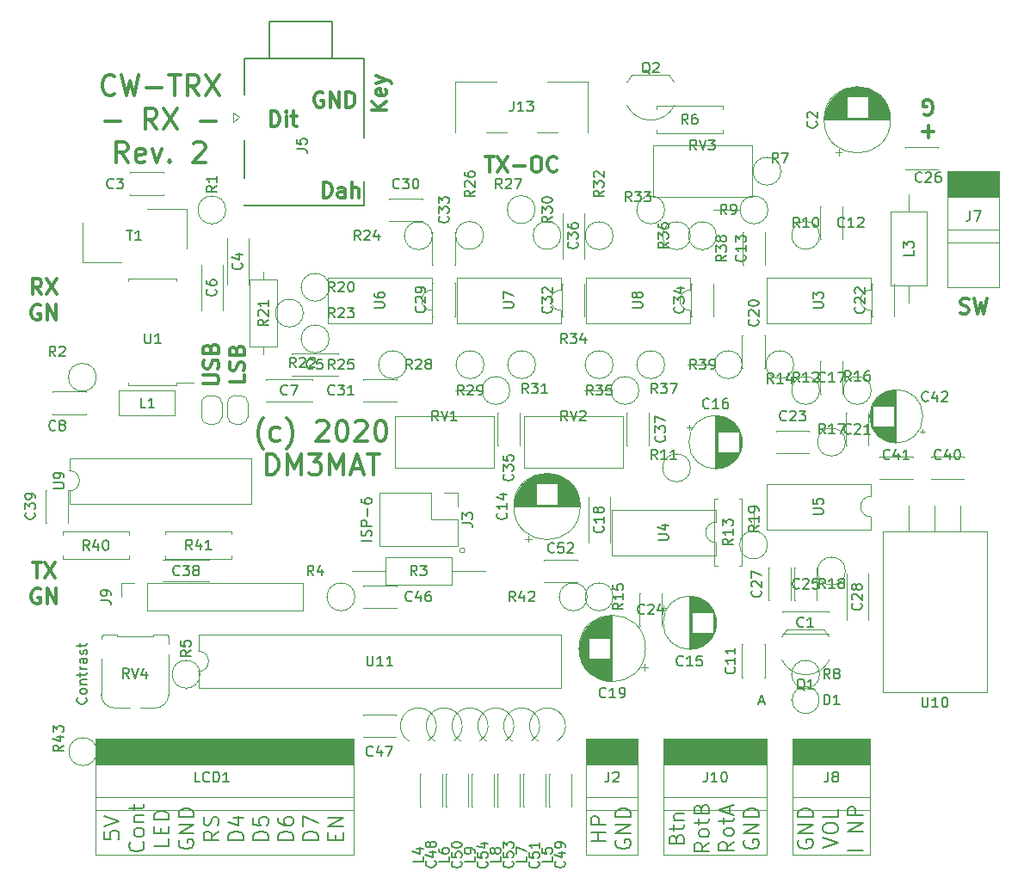
<source format=gbr>
G04 #@! TF.GenerationSoftware,KiCad,Pcbnew,5.1.6-c6e7f7d~86~ubuntu18.04.1*
G04 #@! TF.CreationDate,2020-05-15T23:14:17+02:00*
G04 #@! TF.ProjectId,rx,72782e6b-6963-4616-945f-706362585858,rev?*
G04 #@! TF.SameCoordinates,Original*
G04 #@! TF.FileFunction,Legend,Top*
G04 #@! TF.FilePolarity,Positive*
%FSLAX46Y46*%
G04 Gerber Fmt 4.6, Leading zero omitted, Abs format (unit mm)*
G04 Created by KiCad (PCBNEW 5.1.6-c6e7f7d~86~ubuntu18.04.1) date 2020-05-15 23:14:17*
%MOMM*%
%LPD*%
G01*
G04 APERTURE LIST*
%ADD10C,0.300000*%
%ADD11C,0.120000*%
%ADD12C,0.150000*%
%ADD13C,0.200000*%
%ADD14C,0.100000*%
G04 APERTURE END LIST*
D10*
X140678571Y-65647142D02*
X139178571Y-65647142D01*
X140678571Y-64790000D02*
X139821428Y-65432857D01*
X139178571Y-64790000D02*
X140035714Y-65647142D01*
X140607142Y-63575714D02*
X140678571Y-63718571D01*
X140678571Y-64004285D01*
X140607142Y-64147142D01*
X140464285Y-64218571D01*
X139892857Y-64218571D01*
X139750000Y-64147142D01*
X139678571Y-64004285D01*
X139678571Y-63718571D01*
X139750000Y-63575714D01*
X139892857Y-63504285D01*
X140035714Y-63504285D01*
X140178571Y-64218571D01*
X139678571Y-63004285D02*
X140678571Y-62647142D01*
X139678571Y-62290000D02*
X140678571Y-62647142D01*
X141035714Y-62790000D01*
X141107142Y-62861428D01*
X141178571Y-63004285D01*
X150362857Y-70203571D02*
X151220000Y-70203571D01*
X150791428Y-71703571D02*
X150791428Y-70203571D01*
X151577142Y-70203571D02*
X152577142Y-71703571D01*
X152577142Y-70203571D02*
X151577142Y-71703571D01*
X153148571Y-71132142D02*
X154291428Y-71132142D01*
X155291428Y-70203571D02*
X155577142Y-70203571D01*
X155720000Y-70275000D01*
X155862857Y-70417857D01*
X155934285Y-70703571D01*
X155934285Y-71203571D01*
X155862857Y-71489285D01*
X155720000Y-71632142D01*
X155577142Y-71703571D01*
X155291428Y-71703571D01*
X155148571Y-71632142D01*
X155005714Y-71489285D01*
X154934285Y-71203571D01*
X154934285Y-70703571D01*
X155005714Y-70417857D01*
X155148571Y-70275000D01*
X155291428Y-70203571D01*
X157434285Y-71560714D02*
X157362857Y-71632142D01*
X157148571Y-71703571D01*
X157005714Y-71703571D01*
X156791428Y-71632142D01*
X156648571Y-71489285D01*
X156577142Y-71346428D01*
X156505714Y-71060714D01*
X156505714Y-70846428D01*
X156577142Y-70560714D01*
X156648571Y-70417857D01*
X156791428Y-70275000D01*
X157005714Y-70203571D01*
X157148571Y-70203571D01*
X157362857Y-70275000D01*
X157434285Y-70346428D01*
X134412142Y-63925000D02*
X134269285Y-63853571D01*
X134055000Y-63853571D01*
X133840714Y-63925000D01*
X133697857Y-64067857D01*
X133626428Y-64210714D01*
X133555000Y-64496428D01*
X133555000Y-64710714D01*
X133626428Y-64996428D01*
X133697857Y-65139285D01*
X133840714Y-65282142D01*
X134055000Y-65353571D01*
X134197857Y-65353571D01*
X134412142Y-65282142D01*
X134483571Y-65210714D01*
X134483571Y-64710714D01*
X134197857Y-64710714D01*
X135126428Y-65353571D02*
X135126428Y-63853571D01*
X135983571Y-65353571D01*
X135983571Y-63853571D01*
X136697857Y-65353571D02*
X136697857Y-63853571D01*
X137055000Y-63853571D01*
X137269285Y-63925000D01*
X137412142Y-64067857D01*
X137483571Y-64210714D01*
X137555000Y-64496428D01*
X137555000Y-64710714D01*
X137483571Y-64996428D01*
X137412142Y-65139285D01*
X137269285Y-65282142D01*
X137055000Y-65353571D01*
X136697857Y-65353571D01*
X134440000Y-74243571D02*
X134440000Y-72743571D01*
X134797142Y-72743571D01*
X135011428Y-72815000D01*
X135154285Y-72957857D01*
X135225714Y-73100714D01*
X135297142Y-73386428D01*
X135297142Y-73600714D01*
X135225714Y-73886428D01*
X135154285Y-74029285D01*
X135011428Y-74172142D01*
X134797142Y-74243571D01*
X134440000Y-74243571D01*
X136582857Y-74243571D02*
X136582857Y-73457857D01*
X136511428Y-73315000D01*
X136368571Y-73243571D01*
X136082857Y-73243571D01*
X135940000Y-73315000D01*
X136582857Y-74172142D02*
X136440000Y-74243571D01*
X136082857Y-74243571D01*
X135940000Y-74172142D01*
X135868571Y-74029285D01*
X135868571Y-73886428D01*
X135940000Y-73743571D01*
X136082857Y-73672142D01*
X136440000Y-73672142D01*
X136582857Y-73600714D01*
X137297142Y-74243571D02*
X137297142Y-72743571D01*
X137940000Y-74243571D02*
X137940000Y-73457857D01*
X137868571Y-73315000D01*
X137725714Y-73243571D01*
X137511428Y-73243571D01*
X137368571Y-73315000D01*
X137297142Y-73386428D01*
X129296428Y-67258571D02*
X129296428Y-65758571D01*
X129653571Y-65758571D01*
X129867857Y-65830000D01*
X130010714Y-65972857D01*
X130082142Y-66115714D01*
X130153571Y-66401428D01*
X130153571Y-66615714D01*
X130082142Y-66901428D01*
X130010714Y-67044285D01*
X129867857Y-67187142D01*
X129653571Y-67258571D01*
X129296428Y-67258571D01*
X130796428Y-67258571D02*
X130796428Y-66258571D01*
X130796428Y-65758571D02*
X130725000Y-65830000D01*
X130796428Y-65901428D01*
X130867857Y-65830000D01*
X130796428Y-65758571D01*
X130796428Y-65901428D01*
X131296428Y-66258571D02*
X131867857Y-66258571D01*
X131510714Y-65758571D02*
X131510714Y-67044285D01*
X131582142Y-67187142D01*
X131725000Y-67258571D01*
X131867857Y-67258571D01*
X194546428Y-67747857D02*
X193403571Y-67747857D01*
X193975000Y-67176428D02*
X193975000Y-68319285D01*
X193582142Y-66055000D02*
X193725000Y-66126428D01*
X193939285Y-66126428D01*
X194153571Y-66055000D01*
X194296428Y-65912142D01*
X194367857Y-65769285D01*
X194439285Y-65483571D01*
X194439285Y-65269285D01*
X194367857Y-64983571D01*
X194296428Y-64840714D01*
X194153571Y-64697857D01*
X193939285Y-64626428D01*
X193796428Y-64626428D01*
X193582142Y-64697857D01*
X193510714Y-64769285D01*
X193510714Y-65269285D01*
X193796428Y-65269285D01*
X105837142Y-110203571D02*
X106694285Y-110203571D01*
X106265714Y-111703571D02*
X106265714Y-110203571D01*
X107051428Y-110203571D02*
X108051428Y-111703571D01*
X108051428Y-110203571D02*
X107051428Y-111703571D01*
X106587142Y-112825000D02*
X106444285Y-112753571D01*
X106230000Y-112753571D01*
X106015714Y-112825000D01*
X105872857Y-112967857D01*
X105801428Y-113110714D01*
X105730000Y-113396428D01*
X105730000Y-113610714D01*
X105801428Y-113896428D01*
X105872857Y-114039285D01*
X106015714Y-114182142D01*
X106230000Y-114253571D01*
X106372857Y-114253571D01*
X106587142Y-114182142D01*
X106658571Y-114110714D01*
X106658571Y-113610714D01*
X106372857Y-113610714D01*
X107301428Y-114253571D02*
X107301428Y-112753571D01*
X108158571Y-114253571D01*
X108158571Y-112753571D01*
X106730000Y-83763571D02*
X106230000Y-83049285D01*
X105872857Y-83763571D02*
X105872857Y-82263571D01*
X106444285Y-82263571D01*
X106587142Y-82335000D01*
X106658571Y-82406428D01*
X106730000Y-82549285D01*
X106730000Y-82763571D01*
X106658571Y-82906428D01*
X106587142Y-82977857D01*
X106444285Y-83049285D01*
X105872857Y-83049285D01*
X107230000Y-82263571D02*
X108230000Y-83763571D01*
X108230000Y-82263571D02*
X107230000Y-83763571D01*
X106587142Y-84885000D02*
X106444285Y-84813571D01*
X106230000Y-84813571D01*
X106015714Y-84885000D01*
X105872857Y-85027857D01*
X105801428Y-85170714D01*
X105730000Y-85456428D01*
X105730000Y-85670714D01*
X105801428Y-85956428D01*
X105872857Y-86099285D01*
X106015714Y-86242142D01*
X106230000Y-86313571D01*
X106372857Y-86313571D01*
X106587142Y-86242142D01*
X106658571Y-86170714D01*
X106658571Y-85670714D01*
X106372857Y-85670714D01*
X107301428Y-86313571D02*
X107301428Y-84813571D01*
X108158571Y-86313571D01*
X108158571Y-84813571D01*
X122663571Y-92602857D02*
X123877857Y-92602857D01*
X124020714Y-92531428D01*
X124092142Y-92460000D01*
X124163571Y-92317142D01*
X124163571Y-92031428D01*
X124092142Y-91888571D01*
X124020714Y-91817142D01*
X123877857Y-91745714D01*
X122663571Y-91745714D01*
X124092142Y-91102857D02*
X124163571Y-90888571D01*
X124163571Y-90531428D01*
X124092142Y-90388571D01*
X124020714Y-90317142D01*
X123877857Y-90245714D01*
X123735000Y-90245714D01*
X123592142Y-90317142D01*
X123520714Y-90388571D01*
X123449285Y-90531428D01*
X123377857Y-90817142D01*
X123306428Y-90960000D01*
X123235000Y-91031428D01*
X123092142Y-91102857D01*
X122949285Y-91102857D01*
X122806428Y-91031428D01*
X122735000Y-90960000D01*
X122663571Y-90817142D01*
X122663571Y-90460000D01*
X122735000Y-90245714D01*
X123377857Y-89102857D02*
X123449285Y-88888571D01*
X123520714Y-88817142D01*
X123663571Y-88745714D01*
X123877857Y-88745714D01*
X124020714Y-88817142D01*
X124092142Y-88888571D01*
X124163571Y-89031428D01*
X124163571Y-89602857D01*
X122663571Y-89602857D01*
X122663571Y-89102857D01*
X122735000Y-88960000D01*
X122806428Y-88888571D01*
X122949285Y-88817142D01*
X123092142Y-88817142D01*
X123235000Y-88888571D01*
X123306428Y-88960000D01*
X123377857Y-89102857D01*
X123377857Y-89602857D01*
X126713571Y-91710000D02*
X126713571Y-92424285D01*
X125213571Y-92424285D01*
X126642142Y-91281428D02*
X126713571Y-91067142D01*
X126713571Y-90710000D01*
X126642142Y-90567142D01*
X126570714Y-90495714D01*
X126427857Y-90424285D01*
X126285000Y-90424285D01*
X126142142Y-90495714D01*
X126070714Y-90567142D01*
X125999285Y-90710000D01*
X125927857Y-90995714D01*
X125856428Y-91138571D01*
X125785000Y-91210000D01*
X125642142Y-91281428D01*
X125499285Y-91281428D01*
X125356428Y-91210000D01*
X125285000Y-91138571D01*
X125213571Y-90995714D01*
X125213571Y-90638571D01*
X125285000Y-90424285D01*
X125927857Y-89281428D02*
X125999285Y-89067142D01*
X126070714Y-88995714D01*
X126213571Y-88924285D01*
X126427857Y-88924285D01*
X126570714Y-88995714D01*
X126642142Y-89067142D01*
X126713571Y-89210000D01*
X126713571Y-89781428D01*
X125213571Y-89781428D01*
X125213571Y-89281428D01*
X125285000Y-89138571D01*
X125356428Y-89067142D01*
X125499285Y-88995714D01*
X125642142Y-88995714D01*
X125785000Y-89067142D01*
X125856428Y-89138571D01*
X125927857Y-89281428D01*
X125927857Y-89781428D01*
D11*
X148382000Y-108998000D02*
G75*
G03*
X148382000Y-108998000I-254000J0D01*
G01*
D10*
X128570714Y-98981666D02*
X128475476Y-98886428D01*
X128285000Y-98600714D01*
X128189761Y-98410238D01*
X128094523Y-98124523D01*
X127999285Y-97648333D01*
X127999285Y-97267380D01*
X128094523Y-96791190D01*
X128189761Y-96505476D01*
X128285000Y-96315000D01*
X128475476Y-96029285D01*
X128570714Y-95934047D01*
X130189761Y-98124523D02*
X129999285Y-98219761D01*
X129618333Y-98219761D01*
X129427857Y-98124523D01*
X129332619Y-98029285D01*
X129237380Y-97838809D01*
X129237380Y-97267380D01*
X129332619Y-97076904D01*
X129427857Y-96981666D01*
X129618333Y-96886428D01*
X129999285Y-96886428D01*
X130189761Y-96981666D01*
X130856428Y-98981666D02*
X130951666Y-98886428D01*
X131142142Y-98600714D01*
X131237380Y-98410238D01*
X131332619Y-98124523D01*
X131427857Y-97648333D01*
X131427857Y-97267380D01*
X131332619Y-96791190D01*
X131237380Y-96505476D01*
X131142142Y-96315000D01*
X130951666Y-96029285D01*
X130856428Y-95934047D01*
X133808809Y-96410238D02*
X133904047Y-96315000D01*
X134094523Y-96219761D01*
X134570714Y-96219761D01*
X134761190Y-96315000D01*
X134856428Y-96410238D01*
X134951666Y-96600714D01*
X134951666Y-96791190D01*
X134856428Y-97076904D01*
X133713571Y-98219761D01*
X134951666Y-98219761D01*
X136189761Y-96219761D02*
X136380238Y-96219761D01*
X136570714Y-96315000D01*
X136665952Y-96410238D01*
X136761190Y-96600714D01*
X136856428Y-96981666D01*
X136856428Y-97457857D01*
X136761190Y-97838809D01*
X136665952Y-98029285D01*
X136570714Y-98124523D01*
X136380238Y-98219761D01*
X136189761Y-98219761D01*
X135999285Y-98124523D01*
X135904047Y-98029285D01*
X135808809Y-97838809D01*
X135713571Y-97457857D01*
X135713571Y-96981666D01*
X135808809Y-96600714D01*
X135904047Y-96410238D01*
X135999285Y-96315000D01*
X136189761Y-96219761D01*
X137618333Y-96410238D02*
X137713571Y-96315000D01*
X137904047Y-96219761D01*
X138380238Y-96219761D01*
X138570714Y-96315000D01*
X138665952Y-96410238D01*
X138761190Y-96600714D01*
X138761190Y-96791190D01*
X138665952Y-97076904D01*
X137523095Y-98219761D01*
X138761190Y-98219761D01*
X139999285Y-96219761D02*
X140189761Y-96219761D01*
X140380238Y-96315000D01*
X140475476Y-96410238D01*
X140570714Y-96600714D01*
X140665952Y-96981666D01*
X140665952Y-97457857D01*
X140570714Y-97838809D01*
X140475476Y-98029285D01*
X140380238Y-98124523D01*
X140189761Y-98219761D01*
X139999285Y-98219761D01*
X139808809Y-98124523D01*
X139713571Y-98029285D01*
X139618333Y-97838809D01*
X139523095Y-97457857D01*
X139523095Y-96981666D01*
X139618333Y-96600714D01*
X139713571Y-96410238D01*
X139808809Y-96315000D01*
X139999285Y-96219761D01*
X128904047Y-101519761D02*
X128904047Y-99519761D01*
X129380238Y-99519761D01*
X129665952Y-99615000D01*
X129856428Y-99805476D01*
X129951666Y-99995952D01*
X130046904Y-100376904D01*
X130046904Y-100662619D01*
X129951666Y-101043571D01*
X129856428Y-101234047D01*
X129665952Y-101424523D01*
X129380238Y-101519761D01*
X128904047Y-101519761D01*
X130904047Y-101519761D02*
X130904047Y-99519761D01*
X131570714Y-100948333D01*
X132237380Y-99519761D01*
X132237380Y-101519761D01*
X132999285Y-99519761D02*
X134237380Y-99519761D01*
X133570714Y-100281666D01*
X133856428Y-100281666D01*
X134046904Y-100376904D01*
X134142142Y-100472142D01*
X134237380Y-100662619D01*
X134237380Y-101138809D01*
X134142142Y-101329285D01*
X134046904Y-101424523D01*
X133856428Y-101519761D01*
X133285000Y-101519761D01*
X133094523Y-101424523D01*
X132999285Y-101329285D01*
X135094523Y-101519761D02*
X135094523Y-99519761D01*
X135761190Y-100948333D01*
X136427857Y-99519761D01*
X136427857Y-101519761D01*
X137285000Y-100948333D02*
X138237380Y-100948333D01*
X137094523Y-101519761D02*
X137761190Y-99519761D01*
X138427857Y-101519761D01*
X138808809Y-99519761D02*
X139951666Y-99519761D01*
X139380238Y-101519761D02*
X139380238Y-99519761D01*
X113933809Y-63994285D02*
X113838571Y-64089523D01*
X113552857Y-64184761D01*
X113362380Y-64184761D01*
X113076666Y-64089523D01*
X112886190Y-63899047D01*
X112790952Y-63708571D01*
X112695714Y-63327619D01*
X112695714Y-63041904D01*
X112790952Y-62660952D01*
X112886190Y-62470476D01*
X113076666Y-62280000D01*
X113362380Y-62184761D01*
X113552857Y-62184761D01*
X113838571Y-62280000D01*
X113933809Y-62375238D01*
X114600476Y-62184761D02*
X115076666Y-64184761D01*
X115457619Y-62756190D01*
X115838571Y-64184761D01*
X116314761Y-62184761D01*
X117076666Y-63422857D02*
X118600476Y-63422857D01*
X119267142Y-62184761D02*
X120410000Y-62184761D01*
X119838571Y-64184761D02*
X119838571Y-62184761D01*
X122219523Y-64184761D02*
X121552857Y-63232380D01*
X121076666Y-64184761D02*
X121076666Y-62184761D01*
X121838571Y-62184761D01*
X122029047Y-62280000D01*
X122124285Y-62375238D01*
X122219523Y-62565714D01*
X122219523Y-62851428D01*
X122124285Y-63041904D01*
X122029047Y-63137142D01*
X121838571Y-63232380D01*
X121076666Y-63232380D01*
X122886190Y-62184761D02*
X124219523Y-64184761D01*
X124219523Y-62184761D02*
X122886190Y-64184761D01*
X112933809Y-66722857D02*
X114457619Y-66722857D01*
X118076666Y-67484761D02*
X117410000Y-66532380D01*
X116933809Y-67484761D02*
X116933809Y-65484761D01*
X117695714Y-65484761D01*
X117886190Y-65580000D01*
X117981428Y-65675238D01*
X118076666Y-65865714D01*
X118076666Y-66151428D01*
X117981428Y-66341904D01*
X117886190Y-66437142D01*
X117695714Y-66532380D01*
X116933809Y-66532380D01*
X118743333Y-65484761D02*
X120076666Y-67484761D01*
X120076666Y-65484761D02*
X118743333Y-67484761D01*
X122362380Y-66722857D02*
X123886190Y-66722857D01*
X115219523Y-70784761D02*
X114552857Y-69832380D01*
X114076666Y-70784761D02*
X114076666Y-68784761D01*
X114838571Y-68784761D01*
X115029047Y-68880000D01*
X115124285Y-68975238D01*
X115219523Y-69165714D01*
X115219523Y-69451428D01*
X115124285Y-69641904D01*
X115029047Y-69737142D01*
X114838571Y-69832380D01*
X114076666Y-69832380D01*
X116838571Y-70689523D02*
X116648095Y-70784761D01*
X116267142Y-70784761D01*
X116076666Y-70689523D01*
X115981428Y-70499047D01*
X115981428Y-69737142D01*
X116076666Y-69546666D01*
X116267142Y-69451428D01*
X116648095Y-69451428D01*
X116838571Y-69546666D01*
X116933809Y-69737142D01*
X116933809Y-69927619D01*
X115981428Y-70118095D01*
X117600476Y-69451428D02*
X118076666Y-70784761D01*
X118552857Y-69451428D01*
X119314761Y-70594285D02*
X119410000Y-70689523D01*
X119314761Y-70784761D01*
X119219523Y-70689523D01*
X119314761Y-70594285D01*
X119314761Y-70784761D01*
X121695714Y-68975238D02*
X121790952Y-68880000D01*
X121981428Y-68784761D01*
X122457619Y-68784761D01*
X122648095Y-68880000D01*
X122743333Y-68975238D01*
X122838571Y-69165714D01*
X122838571Y-69356190D01*
X122743333Y-69641904D01*
X121600476Y-70784761D01*
X122838571Y-70784761D01*
D12*
X139182380Y-108021428D02*
X138182380Y-108021428D01*
X139134761Y-107592857D02*
X139182380Y-107450000D01*
X139182380Y-107211904D01*
X139134761Y-107116666D01*
X139087142Y-107069047D01*
X138991904Y-107021428D01*
X138896666Y-107021428D01*
X138801428Y-107069047D01*
X138753809Y-107116666D01*
X138706190Y-107211904D01*
X138658571Y-107402380D01*
X138610952Y-107497619D01*
X138563333Y-107545238D01*
X138468095Y-107592857D01*
X138372857Y-107592857D01*
X138277619Y-107545238D01*
X138230000Y-107497619D01*
X138182380Y-107402380D01*
X138182380Y-107164285D01*
X138230000Y-107021428D01*
X139182380Y-106592857D02*
X138182380Y-106592857D01*
X138182380Y-106211904D01*
X138230000Y-106116666D01*
X138277619Y-106069047D01*
X138372857Y-106021428D01*
X138515714Y-106021428D01*
X138610952Y-106069047D01*
X138658571Y-106116666D01*
X138706190Y-106211904D01*
X138706190Y-106592857D01*
X138801428Y-105592857D02*
X138801428Y-104830952D01*
X138182380Y-103926190D02*
X138182380Y-104116666D01*
X138230000Y-104211904D01*
X138277619Y-104259523D01*
X138420476Y-104354761D01*
X138610952Y-104402380D01*
X138991904Y-104402380D01*
X139087142Y-104354761D01*
X139134761Y-104307142D01*
X139182380Y-104211904D01*
X139182380Y-104021428D01*
X139134761Y-103926190D01*
X139087142Y-103878571D01*
X138991904Y-103830952D01*
X138753809Y-103830952D01*
X138658571Y-103878571D01*
X138610952Y-103926190D01*
X138563333Y-104021428D01*
X138563333Y-104211904D01*
X138610952Y-104307142D01*
X138658571Y-104354761D01*
X138753809Y-104402380D01*
X111101142Y-123491333D02*
X111148761Y-123538952D01*
X111196380Y-123681809D01*
X111196380Y-123777047D01*
X111148761Y-123919904D01*
X111053523Y-124015142D01*
X110958285Y-124062761D01*
X110767809Y-124110380D01*
X110624952Y-124110380D01*
X110434476Y-124062761D01*
X110339238Y-124015142D01*
X110244000Y-123919904D01*
X110196380Y-123777047D01*
X110196380Y-123681809D01*
X110244000Y-123538952D01*
X110291619Y-123491333D01*
X111196380Y-122919904D02*
X111148761Y-123015142D01*
X111101142Y-123062761D01*
X111005904Y-123110380D01*
X110720190Y-123110380D01*
X110624952Y-123062761D01*
X110577333Y-123015142D01*
X110529714Y-122919904D01*
X110529714Y-122777047D01*
X110577333Y-122681809D01*
X110624952Y-122634190D01*
X110720190Y-122586571D01*
X111005904Y-122586571D01*
X111101142Y-122634190D01*
X111148761Y-122681809D01*
X111196380Y-122777047D01*
X111196380Y-122919904D01*
X110529714Y-122158000D02*
X111196380Y-122158000D01*
X110624952Y-122158000D02*
X110577333Y-122110380D01*
X110529714Y-122015142D01*
X110529714Y-121872285D01*
X110577333Y-121777047D01*
X110672571Y-121729428D01*
X111196380Y-121729428D01*
X110529714Y-121396095D02*
X110529714Y-121015142D01*
X110196380Y-121253238D02*
X111053523Y-121253238D01*
X111148761Y-121205619D01*
X111196380Y-121110380D01*
X111196380Y-121015142D01*
X111196380Y-120681809D02*
X110529714Y-120681809D01*
X110720190Y-120681809D02*
X110624952Y-120634190D01*
X110577333Y-120586571D01*
X110529714Y-120491333D01*
X110529714Y-120396095D01*
X111196380Y-119634190D02*
X110672571Y-119634190D01*
X110577333Y-119681809D01*
X110529714Y-119777047D01*
X110529714Y-119967523D01*
X110577333Y-120062761D01*
X111148761Y-119634190D02*
X111196380Y-119729428D01*
X111196380Y-119967523D01*
X111148761Y-120062761D01*
X111053523Y-120110380D01*
X110958285Y-120110380D01*
X110863047Y-120062761D01*
X110815428Y-119967523D01*
X110815428Y-119729428D01*
X110767809Y-119634190D01*
X111148761Y-119205619D02*
X111196380Y-119110380D01*
X111196380Y-118919904D01*
X111148761Y-118824666D01*
X111053523Y-118777047D01*
X111005904Y-118777047D01*
X110910666Y-118824666D01*
X110863047Y-118919904D01*
X110863047Y-119062761D01*
X110815428Y-119158000D01*
X110720190Y-119205619D01*
X110672571Y-119205619D01*
X110577333Y-119158000D01*
X110529714Y-119062761D01*
X110529714Y-118919904D01*
X110577333Y-118824666D01*
X110529714Y-118491333D02*
X110529714Y-118110380D01*
X110196380Y-118348476D02*
X111053523Y-118348476D01*
X111148761Y-118300857D01*
X111196380Y-118205619D01*
X111196380Y-118110380D01*
D13*
X181204000Y-137540857D02*
X181132571Y-137683714D01*
X181132571Y-137898000D01*
X181204000Y-138112285D01*
X181346857Y-138255142D01*
X181489714Y-138326571D01*
X181775428Y-138398000D01*
X181989714Y-138398000D01*
X182275428Y-138326571D01*
X182418285Y-138255142D01*
X182561142Y-138112285D01*
X182632571Y-137898000D01*
X182632571Y-137755142D01*
X182561142Y-137540857D01*
X182489714Y-137469428D01*
X181989714Y-137469428D01*
X181989714Y-137755142D01*
X182632571Y-136826571D02*
X181132571Y-136826571D01*
X182632571Y-135969428D01*
X181132571Y-135969428D01*
X182632571Y-135255142D02*
X181132571Y-135255142D01*
X181132571Y-134898000D01*
X181204000Y-134683714D01*
X181346857Y-134540857D01*
X181489714Y-134469428D01*
X181775428Y-134398000D01*
X181989714Y-134398000D01*
X182275428Y-134469428D01*
X182418285Y-134540857D01*
X182561142Y-134683714D01*
X182632571Y-134898000D01*
X182632571Y-135255142D01*
X183582571Y-138290857D02*
X185082571Y-137790857D01*
X183582571Y-137290857D01*
X183582571Y-136505142D02*
X183582571Y-136219428D01*
X183654000Y-136076571D01*
X183796857Y-135933714D01*
X184082571Y-135862285D01*
X184582571Y-135862285D01*
X184868285Y-135933714D01*
X185011142Y-136076571D01*
X185082571Y-136219428D01*
X185082571Y-136505142D01*
X185011142Y-136648000D01*
X184868285Y-136790857D01*
X184582571Y-136862285D01*
X184082571Y-136862285D01*
X183796857Y-136790857D01*
X183654000Y-136648000D01*
X183582571Y-136505142D01*
X185082571Y-134505142D02*
X185082571Y-135219428D01*
X183582571Y-135219428D01*
X187532571Y-138505142D02*
X186032571Y-138505142D01*
X187532571Y-136648000D02*
X186032571Y-136648000D01*
X187532571Y-135790857D01*
X186032571Y-135790857D01*
X187532571Y-135076571D02*
X186032571Y-135076571D01*
X186032571Y-134505142D01*
X186104000Y-134362285D01*
X186175428Y-134290857D01*
X186318285Y-134219428D01*
X186532571Y-134219428D01*
X186675428Y-134290857D01*
X186746857Y-134362285D01*
X186818285Y-134505142D01*
X186818285Y-135076571D01*
X169191857Y-137398000D02*
X169263285Y-137183714D01*
X169334714Y-137112285D01*
X169477571Y-137040857D01*
X169691857Y-137040857D01*
X169834714Y-137112285D01*
X169906142Y-137183714D01*
X169977571Y-137326571D01*
X169977571Y-137898000D01*
X168477571Y-137898000D01*
X168477571Y-137398000D01*
X168549000Y-137255142D01*
X168620428Y-137183714D01*
X168763285Y-137112285D01*
X168906142Y-137112285D01*
X169049000Y-137183714D01*
X169120428Y-137255142D01*
X169191857Y-137398000D01*
X169191857Y-137898000D01*
X168977571Y-136612285D02*
X168977571Y-136040857D01*
X168477571Y-136398000D02*
X169763285Y-136398000D01*
X169906142Y-136326571D01*
X169977571Y-136183714D01*
X169977571Y-136040857D01*
X168977571Y-135540857D02*
X169977571Y-135540857D01*
X169120428Y-135540857D02*
X169049000Y-135469428D01*
X168977571Y-135326571D01*
X168977571Y-135112285D01*
X169049000Y-134969428D01*
X169191857Y-134898000D01*
X169977571Y-134898000D01*
X172427571Y-137790857D02*
X171713285Y-138290857D01*
X172427571Y-138648000D02*
X170927571Y-138648000D01*
X170927571Y-138076571D01*
X170999000Y-137933714D01*
X171070428Y-137862285D01*
X171213285Y-137790857D01*
X171427571Y-137790857D01*
X171570428Y-137862285D01*
X171641857Y-137933714D01*
X171713285Y-138076571D01*
X171713285Y-138648000D01*
X172427571Y-136933714D02*
X172356142Y-137076571D01*
X172284714Y-137148000D01*
X172141857Y-137219428D01*
X171713285Y-137219428D01*
X171570428Y-137148000D01*
X171499000Y-137076571D01*
X171427571Y-136933714D01*
X171427571Y-136719428D01*
X171499000Y-136576571D01*
X171570428Y-136505142D01*
X171713285Y-136433714D01*
X172141857Y-136433714D01*
X172284714Y-136505142D01*
X172356142Y-136576571D01*
X172427571Y-136719428D01*
X172427571Y-136933714D01*
X171427571Y-136005142D02*
X171427571Y-135433714D01*
X170927571Y-135790857D02*
X172213285Y-135790857D01*
X172356142Y-135719428D01*
X172427571Y-135576571D01*
X172427571Y-135433714D01*
X171641857Y-134433714D02*
X171713285Y-134219428D01*
X171784714Y-134148000D01*
X171927571Y-134076571D01*
X172141857Y-134076571D01*
X172284714Y-134148000D01*
X172356142Y-134219428D01*
X172427571Y-134362285D01*
X172427571Y-134933714D01*
X170927571Y-134933714D01*
X170927571Y-134433714D01*
X170999000Y-134290857D01*
X171070428Y-134219428D01*
X171213285Y-134148000D01*
X171356142Y-134148000D01*
X171499000Y-134219428D01*
X171570428Y-134290857D01*
X171641857Y-134433714D01*
X171641857Y-134933714D01*
X174877571Y-137683714D02*
X174163285Y-138183714D01*
X174877571Y-138540857D02*
X173377571Y-138540857D01*
X173377571Y-137969428D01*
X173449000Y-137826571D01*
X173520428Y-137755142D01*
X173663285Y-137683714D01*
X173877571Y-137683714D01*
X174020428Y-137755142D01*
X174091857Y-137826571D01*
X174163285Y-137969428D01*
X174163285Y-138540857D01*
X174877571Y-136826571D02*
X174806142Y-136969428D01*
X174734714Y-137040857D01*
X174591857Y-137112285D01*
X174163285Y-137112285D01*
X174020428Y-137040857D01*
X173949000Y-136969428D01*
X173877571Y-136826571D01*
X173877571Y-136612285D01*
X173949000Y-136469428D01*
X174020428Y-136398000D01*
X174163285Y-136326571D01*
X174591857Y-136326571D01*
X174734714Y-136398000D01*
X174806142Y-136469428D01*
X174877571Y-136612285D01*
X174877571Y-136826571D01*
X173877571Y-135898000D02*
X173877571Y-135326571D01*
X173377571Y-135683714D02*
X174663285Y-135683714D01*
X174806142Y-135612285D01*
X174877571Y-135469428D01*
X174877571Y-135326571D01*
X174449000Y-134898000D02*
X174449000Y-134183714D01*
X174877571Y-135040857D02*
X173377571Y-134540857D01*
X174877571Y-134040857D01*
X175899000Y-137540857D02*
X175827571Y-137683714D01*
X175827571Y-137898000D01*
X175899000Y-138112285D01*
X176041857Y-138255142D01*
X176184714Y-138326571D01*
X176470428Y-138398000D01*
X176684714Y-138398000D01*
X176970428Y-138326571D01*
X177113285Y-138255142D01*
X177256142Y-138112285D01*
X177327571Y-137898000D01*
X177327571Y-137755142D01*
X177256142Y-137540857D01*
X177184714Y-137469428D01*
X176684714Y-137469428D01*
X176684714Y-137755142D01*
X177327571Y-136826571D02*
X175827571Y-136826571D01*
X177327571Y-135969428D01*
X175827571Y-135969428D01*
X177327571Y-135255142D02*
X175827571Y-135255142D01*
X175827571Y-134898000D01*
X175899000Y-134683714D01*
X176041857Y-134540857D01*
X176184714Y-134469428D01*
X176470428Y-134398000D01*
X176684714Y-134398000D01*
X176970428Y-134469428D01*
X177113285Y-134540857D01*
X177256142Y-134683714D01*
X177327571Y-134898000D01*
X177327571Y-135255142D01*
X162267571Y-137576571D02*
X160767571Y-137576571D01*
X161481857Y-137576571D02*
X161481857Y-136719428D01*
X162267571Y-136719428D02*
X160767571Y-136719428D01*
X162267571Y-136005142D02*
X160767571Y-136005142D01*
X160767571Y-135433714D01*
X160839000Y-135290857D01*
X160910428Y-135219428D01*
X161053285Y-135148000D01*
X161267571Y-135148000D01*
X161410428Y-135219428D01*
X161481857Y-135290857D01*
X161553285Y-135433714D01*
X161553285Y-136005142D01*
X163289000Y-137540857D02*
X163217571Y-137683714D01*
X163217571Y-137898000D01*
X163289000Y-138112285D01*
X163431857Y-138255142D01*
X163574714Y-138326571D01*
X163860428Y-138398000D01*
X164074714Y-138398000D01*
X164360428Y-138326571D01*
X164503285Y-138255142D01*
X164646142Y-138112285D01*
X164717571Y-137898000D01*
X164717571Y-137755142D01*
X164646142Y-137540857D01*
X164574714Y-137469428D01*
X164074714Y-137469428D01*
X164074714Y-137755142D01*
X164717571Y-136826571D02*
X163217571Y-136826571D01*
X164717571Y-135969428D01*
X163217571Y-135969428D01*
X164717571Y-135255142D02*
X163217571Y-135255142D01*
X163217571Y-134898000D01*
X163289000Y-134683714D01*
X163431857Y-134540857D01*
X163574714Y-134469428D01*
X163860428Y-134398000D01*
X164074714Y-134398000D01*
X164360428Y-134469428D01*
X164503285Y-134540857D01*
X164646142Y-134683714D01*
X164717571Y-134898000D01*
X164717571Y-135255142D01*
D10*
X197134285Y-85602142D02*
X197348571Y-85673571D01*
X197705714Y-85673571D01*
X197848571Y-85602142D01*
X197920000Y-85530714D01*
X197991428Y-85387857D01*
X197991428Y-85245000D01*
X197920000Y-85102142D01*
X197848571Y-85030714D01*
X197705714Y-84959285D01*
X197420000Y-84887857D01*
X197277142Y-84816428D01*
X197205714Y-84745000D01*
X197134285Y-84602142D01*
X197134285Y-84459285D01*
X197205714Y-84316428D01*
X197277142Y-84245000D01*
X197420000Y-84173571D01*
X197777142Y-84173571D01*
X197991428Y-84245000D01*
X198491428Y-84173571D02*
X198848571Y-85673571D01*
X199134285Y-84602142D01*
X199420000Y-85673571D01*
X199777142Y-84173571D01*
D13*
X112867571Y-136683714D02*
X112867571Y-137398000D01*
X113581857Y-137469428D01*
X113510428Y-137398000D01*
X113439000Y-137255142D01*
X113439000Y-136898000D01*
X113510428Y-136755142D01*
X113581857Y-136683714D01*
X113724714Y-136612285D01*
X114081857Y-136612285D01*
X114224714Y-136683714D01*
X114296142Y-136755142D01*
X114367571Y-136898000D01*
X114367571Y-137255142D01*
X114296142Y-137398000D01*
X114224714Y-137469428D01*
X112867571Y-136183714D02*
X114367571Y-135683714D01*
X112867571Y-135183714D01*
X116674714Y-137719428D02*
X116746142Y-137790857D01*
X116817571Y-138005142D01*
X116817571Y-138148000D01*
X116746142Y-138362285D01*
X116603285Y-138505142D01*
X116460428Y-138576571D01*
X116174714Y-138648000D01*
X115960428Y-138648000D01*
X115674714Y-138576571D01*
X115531857Y-138505142D01*
X115389000Y-138362285D01*
X115317571Y-138148000D01*
X115317571Y-138005142D01*
X115389000Y-137790857D01*
X115460428Y-137719428D01*
X116817571Y-136862285D02*
X116746142Y-137005142D01*
X116674714Y-137076571D01*
X116531857Y-137148000D01*
X116103285Y-137148000D01*
X115960428Y-137076571D01*
X115889000Y-137005142D01*
X115817571Y-136862285D01*
X115817571Y-136648000D01*
X115889000Y-136505142D01*
X115960428Y-136433714D01*
X116103285Y-136362285D01*
X116531857Y-136362285D01*
X116674714Y-136433714D01*
X116746142Y-136505142D01*
X116817571Y-136648000D01*
X116817571Y-136862285D01*
X115817571Y-135719428D02*
X116817571Y-135719428D01*
X115960428Y-135719428D02*
X115889000Y-135648000D01*
X115817571Y-135505142D01*
X115817571Y-135290857D01*
X115889000Y-135148000D01*
X116031857Y-135076571D01*
X116817571Y-135076571D01*
X115817571Y-134576571D02*
X115817571Y-134005142D01*
X115317571Y-134362285D02*
X116603285Y-134362285D01*
X116746142Y-134290857D01*
X116817571Y-134148000D01*
X116817571Y-134005142D01*
X119267571Y-137362285D02*
X119267571Y-138076571D01*
X117767571Y-138076571D01*
X118481857Y-136862285D02*
X118481857Y-136362285D01*
X119267571Y-136148000D02*
X119267571Y-136862285D01*
X117767571Y-136862285D01*
X117767571Y-136148000D01*
X119267571Y-135505142D02*
X117767571Y-135505142D01*
X117767571Y-135148000D01*
X117839000Y-134933714D01*
X117981857Y-134790857D01*
X118124714Y-134719428D01*
X118410428Y-134648000D01*
X118624714Y-134648000D01*
X118910428Y-134719428D01*
X119053285Y-134790857D01*
X119196142Y-134933714D01*
X119267571Y-135148000D01*
X119267571Y-135505142D01*
X120289000Y-137540857D02*
X120217571Y-137683714D01*
X120217571Y-137898000D01*
X120289000Y-138112285D01*
X120431857Y-138255142D01*
X120574714Y-138326571D01*
X120860428Y-138398000D01*
X121074714Y-138398000D01*
X121360428Y-138326571D01*
X121503285Y-138255142D01*
X121646142Y-138112285D01*
X121717571Y-137898000D01*
X121717571Y-137755142D01*
X121646142Y-137540857D01*
X121574714Y-137469428D01*
X121074714Y-137469428D01*
X121074714Y-137755142D01*
X121717571Y-136826571D02*
X120217571Y-136826571D01*
X121717571Y-135969428D01*
X120217571Y-135969428D01*
X121717571Y-135255142D02*
X120217571Y-135255142D01*
X120217571Y-134898000D01*
X120289000Y-134683714D01*
X120431857Y-134540857D01*
X120574714Y-134469428D01*
X120860428Y-134398000D01*
X121074714Y-134398000D01*
X121360428Y-134469428D01*
X121503285Y-134540857D01*
X121646142Y-134683714D01*
X121717571Y-134898000D01*
X121717571Y-135255142D01*
X124167571Y-136648000D02*
X123453285Y-137148000D01*
X124167571Y-137505142D02*
X122667571Y-137505142D01*
X122667571Y-136933714D01*
X122739000Y-136790857D01*
X122810428Y-136719428D01*
X122953285Y-136648000D01*
X123167571Y-136648000D01*
X123310428Y-136719428D01*
X123381857Y-136790857D01*
X123453285Y-136933714D01*
X123453285Y-137505142D01*
X124096142Y-136076571D02*
X124167571Y-135862285D01*
X124167571Y-135505142D01*
X124096142Y-135362285D01*
X124024714Y-135290857D01*
X123881857Y-135219428D01*
X123739000Y-135219428D01*
X123596142Y-135290857D01*
X123524714Y-135362285D01*
X123453285Y-135505142D01*
X123381857Y-135790857D01*
X123310428Y-135933714D01*
X123239000Y-136005142D01*
X123096142Y-136076571D01*
X122953285Y-136076571D01*
X122810428Y-136005142D01*
X122739000Y-135933714D01*
X122667571Y-135790857D01*
X122667571Y-135433714D01*
X122739000Y-135219428D01*
X126617571Y-137505142D02*
X125117571Y-137505142D01*
X125117571Y-137148000D01*
X125189000Y-136933714D01*
X125331857Y-136790857D01*
X125474714Y-136719428D01*
X125760428Y-136648000D01*
X125974714Y-136648000D01*
X126260428Y-136719428D01*
X126403285Y-136790857D01*
X126546142Y-136933714D01*
X126617571Y-137148000D01*
X126617571Y-137505142D01*
X125617571Y-135362285D02*
X126617571Y-135362285D01*
X125046142Y-135719428D02*
X126117571Y-136076571D01*
X126117571Y-135148000D01*
X129067571Y-137505142D02*
X127567571Y-137505142D01*
X127567571Y-137148000D01*
X127639000Y-136933714D01*
X127781857Y-136790857D01*
X127924714Y-136719428D01*
X128210428Y-136648000D01*
X128424714Y-136648000D01*
X128710428Y-136719428D01*
X128853285Y-136790857D01*
X128996142Y-136933714D01*
X129067571Y-137148000D01*
X129067571Y-137505142D01*
X127567571Y-135290857D02*
X127567571Y-136005142D01*
X128281857Y-136076571D01*
X128210428Y-136005142D01*
X128139000Y-135862285D01*
X128139000Y-135505142D01*
X128210428Y-135362285D01*
X128281857Y-135290857D01*
X128424714Y-135219428D01*
X128781857Y-135219428D01*
X128924714Y-135290857D01*
X128996142Y-135362285D01*
X129067571Y-135505142D01*
X129067571Y-135862285D01*
X128996142Y-136005142D01*
X128924714Y-136076571D01*
X131517571Y-137505142D02*
X130017571Y-137505142D01*
X130017571Y-137148000D01*
X130089000Y-136933714D01*
X130231857Y-136790857D01*
X130374714Y-136719428D01*
X130660428Y-136648000D01*
X130874714Y-136648000D01*
X131160428Y-136719428D01*
X131303285Y-136790857D01*
X131446142Y-136933714D01*
X131517571Y-137148000D01*
X131517571Y-137505142D01*
X130017571Y-135362285D02*
X130017571Y-135648000D01*
X130089000Y-135790857D01*
X130160428Y-135862285D01*
X130374714Y-136005142D01*
X130660428Y-136076571D01*
X131231857Y-136076571D01*
X131374714Y-136005142D01*
X131446142Y-135933714D01*
X131517571Y-135790857D01*
X131517571Y-135505142D01*
X131446142Y-135362285D01*
X131374714Y-135290857D01*
X131231857Y-135219428D01*
X130874714Y-135219428D01*
X130731857Y-135290857D01*
X130660428Y-135362285D01*
X130589000Y-135505142D01*
X130589000Y-135790857D01*
X130660428Y-135933714D01*
X130731857Y-136005142D01*
X130874714Y-136076571D01*
X133967571Y-137505142D02*
X132467571Y-137505142D01*
X132467571Y-137148000D01*
X132539000Y-136933714D01*
X132681857Y-136790857D01*
X132824714Y-136719428D01*
X133110428Y-136648000D01*
X133324714Y-136648000D01*
X133610428Y-136719428D01*
X133753285Y-136790857D01*
X133896142Y-136933714D01*
X133967571Y-137148000D01*
X133967571Y-137505142D01*
X132467571Y-136148000D02*
X132467571Y-135148000D01*
X133967571Y-135790857D01*
X135631857Y-137505142D02*
X135631857Y-137005142D01*
X136417571Y-136790857D02*
X136417571Y-137505142D01*
X134917571Y-137505142D01*
X134917571Y-136790857D01*
X136417571Y-136148000D02*
X134917571Y-136148000D01*
X136417571Y-135290857D01*
X134917571Y-135290857D01*
D11*
X124460000Y-94470000D02*
X124460000Y-95870000D01*
X123760000Y-96570000D02*
X123160000Y-96570000D01*
X122460000Y-95870000D02*
X122460000Y-94470000D01*
X123160000Y-93770000D02*
X123760000Y-93770000D01*
X123760000Y-93770000D02*
G75*
G02*
X124460000Y-94470000I0J-700000D01*
G01*
X122460000Y-94470000D02*
G75*
G02*
X123160000Y-93770000I700000J0D01*
G01*
X123160000Y-96570000D02*
G75*
G02*
X122460000Y-95870000I0J700000D01*
G01*
X124460000Y-95870000D02*
G75*
G02*
X123760000Y-96570000I-700000J0D01*
G01*
X125030000Y-95840000D02*
X125030000Y-94440000D01*
X125730000Y-93740000D02*
X126330000Y-93740000D01*
X127030000Y-94440000D02*
X127030000Y-95840000D01*
X126330000Y-96540000D02*
X125730000Y-96540000D01*
X125730000Y-96540000D02*
G75*
G02*
X125030000Y-95840000I0J700000D01*
G01*
X127030000Y-95840000D02*
G75*
G02*
X126330000Y-96540000I-700000J0D01*
G01*
X126330000Y-93740000D02*
G75*
G02*
X127030000Y-94440000I0J-700000D01*
G01*
X125030000Y-94440000D02*
G75*
G02*
X125730000Y-93740000I700000J0D01*
G01*
X167790000Y-113200000D02*
X167790000Y-116440000D01*
X165550000Y-113200000D02*
X165550000Y-116440000D01*
X167790000Y-113200000D02*
X167725000Y-113200000D01*
X165615000Y-113200000D02*
X165550000Y-113200000D01*
X167790000Y-116440000D02*
X167725000Y-116440000D01*
X165615000Y-116440000D02*
X165550000Y-116440000D01*
X160520000Y-108260000D02*
X160520000Y-103720000D01*
X162660000Y-108260000D02*
X162660000Y-103720000D01*
X160520000Y-108260000D02*
X160535000Y-108260000D01*
X162645000Y-108260000D02*
X162660000Y-108260000D01*
X160520000Y-103720000D02*
X160535000Y-103720000D01*
X162645000Y-103720000D02*
X162660000Y-103720000D01*
X145140000Y-86610000D02*
X145140000Y-85360000D01*
X134860000Y-86610000D02*
X145140000Y-86610000D01*
X134860000Y-82110000D02*
X134860000Y-86610000D01*
X145140000Y-82110000D02*
X134860000Y-82110000D01*
X145140000Y-83360000D02*
X145140000Y-82110000D01*
X145140000Y-85360000D02*
G75*
G02*
X145140000Y-83360000I0J1000000D01*
G01*
X192070000Y-107100000D02*
X192070000Y-104560000D01*
X194610000Y-107100000D02*
X194610000Y-104560000D01*
X197150000Y-107100000D02*
X197150000Y-104560000D01*
X189490000Y-122990000D02*
X189490000Y-107100000D01*
X199730000Y-122990000D02*
X199730000Y-107100000D01*
X199730000Y-122990000D02*
X189490000Y-122990000D01*
X199730000Y-107100000D02*
X189490000Y-107100000D01*
X118904000Y-107088000D02*
X118904000Y-107418000D01*
X125444000Y-107088000D02*
X118904000Y-107088000D01*
X125444000Y-107418000D02*
X125444000Y-107088000D01*
X118904000Y-109828000D02*
X118904000Y-109498000D01*
X125444000Y-109828000D02*
X118904000Y-109828000D01*
X125444000Y-109498000D02*
X125444000Y-109828000D01*
X108790000Y-107120000D02*
X108790000Y-107450000D01*
X115330000Y-107120000D02*
X108790000Y-107120000D01*
X115330000Y-107450000D02*
X115330000Y-107120000D01*
X108790000Y-109860000D02*
X108790000Y-109530000D01*
X115330000Y-109860000D02*
X108790000Y-109860000D01*
X115330000Y-109530000D02*
X115330000Y-109860000D01*
X175660000Y-103950000D02*
X175330000Y-103950000D01*
X175660000Y-110490000D02*
X175660000Y-103950000D01*
X175330000Y-110490000D02*
X175660000Y-110490000D01*
X172920000Y-103950000D02*
X173250000Y-103950000D01*
X172920000Y-110490000D02*
X172920000Y-103950000D01*
X173250000Y-110490000D02*
X172920000Y-110490000D01*
X173750000Y-67950000D02*
X173750000Y-67620000D01*
X167210000Y-67950000D02*
X173750000Y-67950000D01*
X167210000Y-67620000D02*
X167210000Y-67950000D01*
X173750000Y-65210000D02*
X173750000Y-65540000D01*
X167210000Y-65210000D02*
X173750000Y-65210000D01*
X167210000Y-65540000D02*
X167210000Y-65210000D01*
X192070000Y-73970000D02*
X192070000Y-75660000D01*
X192070000Y-84590000D02*
X192070000Y-82900000D01*
X190300000Y-75660000D02*
X190300000Y-82900000D01*
X193840000Y-75660000D02*
X190300000Y-75660000D01*
X193840000Y-82900000D02*
X193840000Y-75660000D01*
X190300000Y-82900000D02*
X193840000Y-82900000D01*
X137230000Y-111030000D02*
X140540000Y-111030000D01*
X150390000Y-111030000D02*
X147080000Y-111030000D01*
X140540000Y-112400000D02*
X147080000Y-112400000D01*
X140540000Y-109660000D02*
X140540000Y-112400000D01*
X147080000Y-109660000D02*
X140540000Y-109660000D01*
X147080000Y-112400000D02*
X147080000Y-109660000D01*
X176784000Y-107088000D02*
X176784000Y-104478000D01*
X178154000Y-108458000D02*
G75*
G03*
X178154000Y-108458000I-1370000J0D01*
G01*
X122160000Y-117270000D02*
X122160000Y-118920000D01*
X157840000Y-117270000D02*
X122160000Y-117270000D01*
X157840000Y-122570000D02*
X157840000Y-117270000D01*
X122160000Y-122570000D02*
X157840000Y-122570000D01*
X122160000Y-120920000D02*
X122160000Y-122570000D01*
X122160000Y-118920000D02*
G75*
G02*
X122160000Y-120920000I0J-1000000D01*
G01*
X110790000Y-127440000D02*
X110790000Y-127370000D01*
X112160000Y-128810000D02*
G75*
G03*
X112160000Y-128810000I-1370000J0D01*
G01*
X112700000Y-117288000D02*
X114120000Y-117288000D01*
X114120000Y-117488000D02*
X117700000Y-117488000D01*
X117700000Y-117488000D02*
X117700000Y-117288000D01*
X117700000Y-117288000D02*
X119120000Y-117288000D01*
X119120000Y-117288000D02*
X119120000Y-117488000D01*
X115400000Y-124508000D02*
X113910000Y-124508000D01*
X112600000Y-123198000D02*
X112600000Y-119658000D01*
X119220000Y-119218000D02*
X119220000Y-123198000D01*
X117910000Y-124508000D02*
X116420000Y-124508000D01*
X114120000Y-117488000D02*
X114120000Y-117288000D01*
X112700000Y-117288000D02*
X112700000Y-117488000D01*
X112700000Y-117488000D02*
X112600000Y-117488000D01*
X112600000Y-117488000D02*
X112600000Y-117738000D01*
X119120000Y-117488000D02*
X119220000Y-117488000D01*
X119220000Y-117488000D02*
X119220000Y-118178000D01*
X113910000Y-124508000D02*
G75*
G02*
X112600000Y-123198000I0J1310000D01*
G01*
X119220000Y-123198000D02*
G75*
G02*
X117910000Y-124508000I-1310000J0D01*
G01*
X120950000Y-122560000D02*
X120950000Y-122630000D01*
X122320000Y-121190000D02*
G75*
G03*
X122320000Y-121190000I-1370000J0D01*
G01*
X168470000Y-62190000D02*
X164870000Y-62190000D01*
X164345816Y-62917205D02*
G75*
G02*
X164870000Y-62190000I2324184J-1122795D01*
G01*
X164313600Y-65138807D02*
G75*
G03*
X166670000Y-66640000I2356400J1098807D01*
G01*
X169026400Y-65138807D02*
G75*
G02*
X166670000Y-66640000I-2356400J1098807D01*
G01*
X168994184Y-62917205D02*
G75*
G03*
X168470000Y-62190000I-2324184J-1122795D01*
G01*
D14*
G36*
X178100000Y-130080000D02*
G01*
X167940000Y-130080000D01*
X167940000Y-127540000D01*
X178100000Y-127540000D01*
X178100000Y-130080000D01*
G37*
X178100000Y-130080000D02*
X167940000Y-130080000D01*
X167940000Y-127540000D01*
X178100000Y-127540000D01*
X178100000Y-130080000D01*
D11*
X178100000Y-134525000D02*
X167940000Y-134525000D01*
X178100000Y-133255000D02*
X167940000Y-133255000D01*
X167940000Y-130080000D02*
X173020000Y-130080000D01*
X167940000Y-138970000D02*
X167940000Y-127540000D01*
X178100000Y-138970000D02*
X167940000Y-138970000D01*
X178100000Y-127540000D02*
X178100000Y-138970000D01*
X167940000Y-127540000D02*
X173020000Y-127540000D01*
X112060000Y-127540000D02*
X117140000Y-127540000D01*
X137460000Y-127540000D02*
X137460000Y-138970000D01*
X137460000Y-138970000D02*
X112060000Y-138970000D01*
X112060000Y-138970000D02*
X112060000Y-127540000D01*
X112060000Y-130080000D02*
X117140000Y-130080000D01*
X137460000Y-133255000D02*
X112060000Y-133255000D01*
X137460000Y-134525000D02*
X112060000Y-134525000D01*
D14*
G36*
X137460000Y-130080000D02*
G01*
X112060000Y-130080000D01*
X112060000Y-127540000D01*
X137460000Y-127540000D01*
X137460000Y-130080000D01*
G37*
X137460000Y-130080000D02*
X112060000Y-130080000D01*
X112060000Y-127540000D01*
X137460000Y-127540000D01*
X137460000Y-130080000D01*
G36*
X188260000Y-130080000D02*
G01*
X180640000Y-130080000D01*
X180640000Y-127540000D01*
X188260000Y-127540000D01*
X188260000Y-130080000D01*
G37*
X188260000Y-130080000D02*
X180640000Y-130080000D01*
X180640000Y-127540000D01*
X188260000Y-127540000D01*
X188260000Y-130080000D01*
D11*
X188260000Y-134525000D02*
X180640000Y-134525000D01*
X188260000Y-133255000D02*
X180640000Y-133255000D01*
X180640000Y-130080000D02*
X185720000Y-130080000D01*
X180640000Y-138970000D02*
X180640000Y-127540000D01*
X188260000Y-138970000D02*
X180640000Y-138970000D01*
X188260000Y-127540000D02*
X188260000Y-138970000D01*
X180640000Y-127540000D02*
X185720000Y-127540000D01*
X195880000Y-71660000D02*
X200960000Y-71660000D01*
X200960000Y-71660000D02*
X200960000Y-83090000D01*
X200960000Y-83090000D02*
X195880000Y-83090000D01*
X195880000Y-83090000D02*
X195880000Y-71660000D01*
X195880000Y-74200000D02*
X200960000Y-74200000D01*
X200960000Y-74200000D02*
X200960000Y-75470000D01*
X200960000Y-77375000D02*
X195880000Y-77375000D01*
X200960000Y-78645000D02*
X195880000Y-78645000D01*
D14*
G36*
X200960000Y-74200000D02*
G01*
X195880000Y-74200000D01*
X195880000Y-71660000D01*
X200960000Y-71660000D01*
X200960000Y-74200000D01*
G37*
X200960000Y-74200000D02*
X195880000Y-74200000D01*
X195880000Y-71660000D01*
X200960000Y-71660000D01*
X200960000Y-74200000D01*
D11*
X160320000Y-127540000D02*
X165400000Y-127540000D01*
X165400000Y-127540000D02*
X165400000Y-138970000D01*
X165400000Y-138970000D02*
X160320000Y-138970000D01*
X160320000Y-138970000D02*
X160320000Y-127540000D01*
X160320000Y-130080000D02*
X165400000Y-130080000D01*
X165400000Y-130080000D02*
X165400000Y-131350000D01*
X165400000Y-133255000D02*
X160320000Y-133255000D01*
X165400000Y-134525000D02*
X160320000Y-134525000D01*
D14*
G36*
X165400000Y-130080000D02*
G01*
X160320000Y-130080000D01*
X160320000Y-127540000D01*
X165400000Y-127540000D01*
X165400000Y-130080000D01*
G37*
X165400000Y-130080000D02*
X160320000Y-130080000D01*
X160320000Y-127540000D01*
X165400000Y-127540000D01*
X165400000Y-130080000D01*
D11*
X147470000Y-62850000D02*
X151470000Y-62850000D01*
X147470000Y-67850000D02*
X147470000Y-62850000D01*
X152470000Y-67850000D02*
X150470000Y-67850000D01*
X155970000Y-67850000D02*
X155470000Y-67850000D01*
X157470000Y-67850000D02*
X155970000Y-67850000D01*
X160470000Y-62850000D02*
X160470000Y-67850000D01*
X156470000Y-62850000D02*
X160470000Y-62850000D01*
X157680000Y-113570000D02*
X157610000Y-113570000D01*
X160420000Y-113570000D02*
G75*
G03*
X160420000Y-113570000I-1370000J0D01*
G01*
X134820000Y-113570000D02*
X134750000Y-113570000D01*
X137560000Y-113570000D02*
G75*
G03*
X137560000Y-113570000I-1370000J0D01*
G01*
X147970000Y-127782118D02*
G75*
G02*
X149810000Y-127782118I920000J1512118D01*
G01*
X150510000Y-127782118D02*
G75*
G02*
X152350000Y-127782118I920000J1512118D01*
G01*
X153050000Y-127782118D02*
G75*
G02*
X154890000Y-127782118I920000J1512118D01*
G01*
X145430000Y-127782118D02*
G75*
G02*
X147270000Y-127782118I920000J1512118D01*
G01*
X155590000Y-127782118D02*
G75*
G02*
X157430000Y-127782118I920000J1512118D01*
G01*
X142890000Y-127782118D02*
G75*
G02*
X144730000Y-127782118I920000J1512118D01*
G01*
D12*
X129160000Y-56960000D02*
X129160000Y-60560000D01*
X135360000Y-56960000D02*
X129160000Y-56960000D01*
X135360000Y-60560000D02*
X135360000Y-56960000D01*
X126660000Y-60560000D02*
X138460000Y-60560000D01*
X126660000Y-64110000D02*
X126660000Y-60560000D01*
X126660000Y-72360000D02*
X126660000Y-68610000D01*
X126660000Y-75060000D02*
X126660000Y-74960000D01*
X138460000Y-75060000D02*
X126660000Y-75060000D01*
X138460000Y-72660000D02*
X138460000Y-75060000D01*
X138460000Y-60560000D02*
X138460000Y-68310000D01*
D11*
X126160000Y-66360000D02*
X125610000Y-65860000D01*
X125610000Y-65860000D02*
X125610000Y-66860000D01*
X125610000Y-66860000D02*
X126160000Y-66360000D01*
X147680000Y-103350000D02*
X147680000Y-104680000D01*
X146350000Y-103350000D02*
X147680000Y-103350000D01*
X147680000Y-105950000D02*
X147680000Y-108550000D01*
X145080000Y-105950000D02*
X147680000Y-105950000D01*
X145080000Y-103350000D02*
X145080000Y-105950000D01*
X147680000Y-108550000D02*
X139940000Y-108550000D01*
X145080000Y-103350000D02*
X139940000Y-103350000D01*
X139940000Y-103350000D02*
X139940000Y-108550000D01*
X151215000Y-131020000D02*
X151280000Y-131020000D01*
X149040000Y-131020000D02*
X149105000Y-131020000D01*
X151215000Y-134260000D02*
X151280000Y-134260000D01*
X149040000Y-134260000D02*
X149105000Y-134260000D01*
X151280000Y-134260000D02*
X151280000Y-131020000D01*
X149040000Y-134260000D02*
X149040000Y-131020000D01*
X153755000Y-130980000D02*
X153820000Y-130980000D01*
X151580000Y-130980000D02*
X151645000Y-130980000D01*
X153755000Y-134220000D02*
X153820000Y-134220000D01*
X151580000Y-134220000D02*
X151645000Y-134220000D01*
X153820000Y-134220000D02*
X153820000Y-130980000D01*
X151580000Y-134220000D02*
X151580000Y-130980000D01*
X159420000Y-112085000D02*
X159420000Y-112150000D01*
X159420000Y-109910000D02*
X159420000Y-109975000D01*
X156180000Y-112085000D02*
X156180000Y-112150000D01*
X156180000Y-109910000D02*
X156180000Y-109975000D01*
X156180000Y-112150000D02*
X159420000Y-112150000D01*
X156180000Y-109910000D02*
X159420000Y-109910000D01*
X156295000Y-131020000D02*
X156360000Y-131020000D01*
X154120000Y-131020000D02*
X154185000Y-131020000D01*
X156295000Y-134260000D02*
X156360000Y-134260000D01*
X154120000Y-134260000D02*
X154185000Y-134260000D01*
X156360000Y-134260000D02*
X156360000Y-131020000D01*
X154120000Y-134260000D02*
X154120000Y-131020000D01*
X148675000Y-130980000D02*
X148740000Y-130980000D01*
X146500000Y-130980000D02*
X146565000Y-130980000D01*
X148675000Y-134220000D02*
X148740000Y-134220000D01*
X146500000Y-134220000D02*
X146565000Y-134220000D01*
X148740000Y-134220000D02*
X148740000Y-130980000D01*
X146500000Y-134220000D02*
X146500000Y-130980000D01*
X158835000Y-130980000D02*
X158900000Y-130980000D01*
X156660000Y-130980000D02*
X156725000Y-130980000D01*
X158835000Y-134220000D02*
X158900000Y-134220000D01*
X156660000Y-134220000D02*
X156725000Y-134220000D01*
X158900000Y-134220000D02*
X158900000Y-130980000D01*
X156660000Y-134220000D02*
X156660000Y-130980000D01*
X146135000Y-130980000D02*
X146200000Y-130980000D01*
X143960000Y-130980000D02*
X144025000Y-130980000D01*
X146135000Y-134220000D02*
X146200000Y-134220000D01*
X143960000Y-134220000D02*
X144025000Y-134220000D01*
X146200000Y-134220000D02*
X146200000Y-130980000D01*
X143960000Y-134220000D02*
X143960000Y-130980000D01*
X141600000Y-127325000D02*
X141600000Y-127390000D01*
X141600000Y-125150000D02*
X141600000Y-125215000D01*
X138360000Y-127325000D02*
X138360000Y-127390000D01*
X138360000Y-125150000D02*
X138360000Y-125215000D01*
X138360000Y-127390000D02*
X141600000Y-127390000D01*
X138360000Y-125150000D02*
X141600000Y-125150000D01*
X141640000Y-114625000D02*
X141640000Y-114690000D01*
X141640000Y-112450000D02*
X141640000Y-112515000D01*
X138400000Y-114625000D02*
X138400000Y-114690000D01*
X138400000Y-112450000D02*
X138400000Y-112515000D01*
X138400000Y-114690000D02*
X141640000Y-114690000D01*
X138400000Y-112450000D02*
X141640000Y-112450000D01*
X123214000Y-112053000D02*
X123214000Y-112068000D01*
X123214000Y-109928000D02*
X123214000Y-109943000D01*
X118674000Y-112053000D02*
X118674000Y-112068000D01*
X118674000Y-109928000D02*
X118674000Y-109943000D01*
X118674000Y-112068000D02*
X123214000Y-112068000D01*
X118674000Y-109928000D02*
X123214000Y-109928000D01*
X180583629Y-123730000D02*
X180470000Y-123730000D01*
X183236371Y-123730000D02*
G75*
G03*
X183236371Y-123730000I-1326371J0D01*
G01*
X183710000Y-116800000D02*
X180110000Y-116800000D01*
X179585816Y-117527205D02*
G75*
G02*
X180110000Y-116800000I2324184J-1122795D01*
G01*
X179553600Y-119748807D02*
G75*
G03*
X181910000Y-121250000I2356400J1098807D01*
G01*
X184266400Y-119748807D02*
G75*
G02*
X181910000Y-121250000I-2356400J1098807D01*
G01*
X184234184Y-117527205D02*
G75*
G03*
X183710000Y-116800000I-2324184J-1122795D01*
G01*
X172920000Y-90710000D02*
X170310000Y-90710000D01*
X175660000Y-90710000D02*
G75*
G03*
X175660000Y-90710000I-1370000J0D01*
G01*
X175460000Y-75470000D02*
X172850000Y-75470000D01*
X178200000Y-75470000D02*
G75*
G03*
X178200000Y-75470000I-1370000J0D01*
G01*
X132280000Y-83090000D02*
X132210000Y-83090000D01*
X135020000Y-83090000D02*
G75*
G03*
X135020000Y-83090000I-1370000J0D01*
G01*
X132480000Y-85630000D02*
X132550000Y-85630000D01*
X132480000Y-85630000D02*
G75*
G03*
X132480000Y-85630000I-1370000J0D01*
G01*
X132280000Y-88170000D02*
X132210000Y-88170000D01*
X135020000Y-88170000D02*
G75*
G03*
X135020000Y-88170000I-1370000J0D01*
G01*
X114324000Y-95708000D02*
X119864000Y-95708000D01*
X114324000Y-93268000D02*
X114324000Y-95708000D01*
X119864000Y-93268000D02*
X114324000Y-93268000D01*
X119864000Y-95708000D02*
X119864000Y-93268000D01*
X193374775Y-97515000D02*
X193374775Y-97015000D01*
X193624775Y-97265000D02*
X193124775Y-97265000D01*
X188219000Y-96074000D02*
X188219000Y-95506000D01*
X188259000Y-96308000D02*
X188259000Y-95272000D01*
X188299000Y-96467000D02*
X188299000Y-95113000D01*
X188339000Y-96595000D02*
X188339000Y-94985000D01*
X188379000Y-96705000D02*
X188379000Y-94875000D01*
X188419000Y-96801000D02*
X188419000Y-94779000D01*
X188459000Y-96888000D02*
X188459000Y-94692000D01*
X188499000Y-96968000D02*
X188499000Y-94612000D01*
X188539000Y-94750000D02*
X188539000Y-94539000D01*
X188539000Y-97041000D02*
X188539000Y-96830000D01*
X188579000Y-94750000D02*
X188579000Y-94471000D01*
X188579000Y-97109000D02*
X188579000Y-96830000D01*
X188619000Y-94750000D02*
X188619000Y-94407000D01*
X188619000Y-97173000D02*
X188619000Y-96830000D01*
X188659000Y-94750000D02*
X188659000Y-94347000D01*
X188659000Y-97233000D02*
X188659000Y-96830000D01*
X188699000Y-94750000D02*
X188699000Y-94290000D01*
X188699000Y-97290000D02*
X188699000Y-96830000D01*
X188739000Y-94750000D02*
X188739000Y-94236000D01*
X188739000Y-97344000D02*
X188739000Y-96830000D01*
X188779000Y-94750000D02*
X188779000Y-94185000D01*
X188779000Y-97395000D02*
X188779000Y-96830000D01*
X188819000Y-94750000D02*
X188819000Y-94137000D01*
X188819000Y-97443000D02*
X188819000Y-96830000D01*
X188859000Y-94750000D02*
X188859000Y-94091000D01*
X188859000Y-97489000D02*
X188859000Y-96830000D01*
X188899000Y-94750000D02*
X188899000Y-94047000D01*
X188899000Y-97533000D02*
X188899000Y-96830000D01*
X188939000Y-94750000D02*
X188939000Y-94005000D01*
X188939000Y-97575000D02*
X188939000Y-96830000D01*
X188979000Y-94750000D02*
X188979000Y-93964000D01*
X188979000Y-97616000D02*
X188979000Y-96830000D01*
X189019000Y-94750000D02*
X189019000Y-93926000D01*
X189019000Y-97654000D02*
X189019000Y-96830000D01*
X189059000Y-94750000D02*
X189059000Y-93889000D01*
X189059000Y-97691000D02*
X189059000Y-96830000D01*
X189099000Y-94750000D02*
X189099000Y-93853000D01*
X189099000Y-97727000D02*
X189099000Y-96830000D01*
X189139000Y-94750000D02*
X189139000Y-93819000D01*
X189139000Y-97761000D02*
X189139000Y-96830000D01*
X189179000Y-94750000D02*
X189179000Y-93786000D01*
X189179000Y-97794000D02*
X189179000Y-96830000D01*
X189219000Y-94750000D02*
X189219000Y-93755000D01*
X189219000Y-97825000D02*
X189219000Y-96830000D01*
X189259000Y-94750000D02*
X189259000Y-93725000D01*
X189259000Y-97855000D02*
X189259000Y-96830000D01*
X189299000Y-94750000D02*
X189299000Y-93695000D01*
X189299000Y-97885000D02*
X189299000Y-96830000D01*
X189339000Y-94750000D02*
X189339000Y-93668000D01*
X189339000Y-97912000D02*
X189339000Y-96830000D01*
X189379000Y-94750000D02*
X189379000Y-93641000D01*
X189379000Y-97939000D02*
X189379000Y-96830000D01*
X189419000Y-94750000D02*
X189419000Y-93615000D01*
X189419000Y-97965000D02*
X189419000Y-96830000D01*
X189459000Y-94750000D02*
X189459000Y-93590000D01*
X189459000Y-97990000D02*
X189459000Y-96830000D01*
X189499000Y-94750000D02*
X189499000Y-93566000D01*
X189499000Y-98014000D02*
X189499000Y-96830000D01*
X189539000Y-94750000D02*
X189539000Y-93543000D01*
X189539000Y-98037000D02*
X189539000Y-96830000D01*
X189579000Y-94750000D02*
X189579000Y-93522000D01*
X189579000Y-98058000D02*
X189579000Y-96830000D01*
X189619000Y-94750000D02*
X189619000Y-93500000D01*
X189619000Y-98080000D02*
X189619000Y-96830000D01*
X189659000Y-94750000D02*
X189659000Y-93480000D01*
X189659000Y-98100000D02*
X189659000Y-96830000D01*
X189699000Y-94750000D02*
X189699000Y-93461000D01*
X189699000Y-98119000D02*
X189699000Y-96830000D01*
X189739000Y-94750000D02*
X189739000Y-93442000D01*
X189739000Y-98138000D02*
X189739000Y-96830000D01*
X189779000Y-94750000D02*
X189779000Y-93425000D01*
X189779000Y-98155000D02*
X189779000Y-96830000D01*
X189819000Y-94750000D02*
X189819000Y-93408000D01*
X189819000Y-98172000D02*
X189819000Y-96830000D01*
X189859000Y-94750000D02*
X189859000Y-93392000D01*
X189859000Y-98188000D02*
X189859000Y-96830000D01*
X189899000Y-94750000D02*
X189899000Y-93376000D01*
X189899000Y-98204000D02*
X189899000Y-96830000D01*
X189939000Y-94750000D02*
X189939000Y-93362000D01*
X189939000Y-98218000D02*
X189939000Y-96830000D01*
X189979000Y-94750000D02*
X189979000Y-93348000D01*
X189979000Y-98232000D02*
X189979000Y-96830000D01*
X190019000Y-94750000D02*
X190019000Y-93335000D01*
X190019000Y-98245000D02*
X190019000Y-96830000D01*
X190059000Y-94750000D02*
X190059000Y-93322000D01*
X190059000Y-98258000D02*
X190059000Y-96830000D01*
X190099000Y-94750000D02*
X190099000Y-93310000D01*
X190099000Y-98270000D02*
X190099000Y-96830000D01*
X190140000Y-94750000D02*
X190140000Y-93299000D01*
X190140000Y-98281000D02*
X190140000Y-96830000D01*
X190180000Y-94750000D02*
X190180000Y-93289000D01*
X190180000Y-98291000D02*
X190180000Y-96830000D01*
X190220000Y-94750000D02*
X190220000Y-93279000D01*
X190220000Y-98301000D02*
X190220000Y-96830000D01*
X190260000Y-94750000D02*
X190260000Y-93270000D01*
X190260000Y-98310000D02*
X190260000Y-96830000D01*
X190300000Y-94750000D02*
X190300000Y-93262000D01*
X190300000Y-98318000D02*
X190300000Y-96830000D01*
X190340000Y-94750000D02*
X190340000Y-93254000D01*
X190340000Y-98326000D02*
X190340000Y-96830000D01*
X190380000Y-94750000D02*
X190380000Y-93247000D01*
X190380000Y-98333000D02*
X190380000Y-96830000D01*
X190420000Y-94750000D02*
X190420000Y-93240000D01*
X190420000Y-98340000D02*
X190420000Y-96830000D01*
X190460000Y-94750000D02*
X190460000Y-93234000D01*
X190460000Y-98346000D02*
X190460000Y-96830000D01*
X190500000Y-94750000D02*
X190500000Y-93229000D01*
X190500000Y-98351000D02*
X190500000Y-96830000D01*
X190540000Y-94750000D02*
X190540000Y-93225000D01*
X190540000Y-98355000D02*
X190540000Y-96830000D01*
X190580000Y-94750000D02*
X190580000Y-93221000D01*
X190580000Y-98359000D02*
X190580000Y-96830000D01*
X190620000Y-98363000D02*
X190620000Y-93217000D01*
X190660000Y-98366000D02*
X190660000Y-93214000D01*
X190700000Y-98368000D02*
X190700000Y-93212000D01*
X190740000Y-98369000D02*
X190740000Y-93211000D01*
X190780000Y-98370000D02*
X190780000Y-93210000D01*
X190820000Y-98370000D02*
X190820000Y-93210000D01*
X193440000Y-95790000D02*
G75*
G03*
X193440000Y-95790000I-2620000J0D01*
G01*
X189200000Y-99815000D02*
X189200000Y-99750000D01*
X189200000Y-101990000D02*
X189200000Y-101925000D01*
X192440000Y-99815000D02*
X192440000Y-99750000D01*
X192440000Y-101990000D02*
X192440000Y-101925000D01*
X192440000Y-99750000D02*
X189200000Y-99750000D01*
X192440000Y-101990000D02*
X189200000Y-101990000D01*
X194240000Y-99815000D02*
X194240000Y-99750000D01*
X194240000Y-101990000D02*
X194240000Y-101925000D01*
X197480000Y-99815000D02*
X197480000Y-99750000D01*
X197480000Y-101990000D02*
X197480000Y-101925000D01*
X197480000Y-99750000D02*
X194240000Y-99750000D01*
X197480000Y-101990000D02*
X194240000Y-101990000D01*
X162760000Y-93250000D02*
X160150000Y-93250000D01*
X165500000Y-93250000D02*
G75*
G03*
X165500000Y-93250000I-1370000J0D01*
G01*
X150060000Y-93250000D02*
X147450000Y-93250000D01*
X152800000Y-93250000D02*
G75*
G03*
X152800000Y-93250000I-1370000J0D01*
G01*
X128570000Y-89670000D02*
X128570000Y-88900000D01*
X128570000Y-81590000D02*
X128570000Y-82360000D01*
X129940000Y-88900000D02*
X129940000Y-82360000D01*
X127200000Y-88900000D02*
X129940000Y-88900000D01*
X127200000Y-82360000D02*
X127200000Y-88900000D01*
X129940000Y-82360000D02*
X127200000Y-82360000D01*
X120039000Y-92483000D02*
X121704000Y-92483000D01*
X120039000Y-92763000D02*
X120039000Y-92483000D01*
X117654000Y-92763000D02*
X120039000Y-92763000D01*
X115269000Y-92763000D02*
X115269000Y-92483000D01*
X117654000Y-92763000D02*
X115269000Y-92763000D01*
X120039000Y-82243000D02*
X120039000Y-82523000D01*
X117654000Y-82243000D02*
X120039000Y-82243000D01*
X115269000Y-82243000D02*
X115269000Y-82523000D01*
X117654000Y-82243000D02*
X115269000Y-82243000D01*
X120990000Y-75390000D02*
X120990000Y-79280000D01*
X110750000Y-76740000D02*
X110750000Y-80630000D01*
X110750000Y-80630000D02*
X114600000Y-80630000D01*
X117140000Y-75390000D02*
X120990000Y-75390000D01*
X188045000Y-111308000D02*
X188060000Y-111308000D01*
X185920000Y-111308000D02*
X185935000Y-111308000D01*
X188045000Y-115848000D02*
X188060000Y-115848000D01*
X185920000Y-115848000D02*
X185935000Y-115848000D01*
X188060000Y-115848000D02*
X188060000Y-111308000D01*
X185920000Y-115848000D02*
X185920000Y-111308000D01*
X184836000Y-69785241D02*
X185466000Y-69785241D01*
X185151000Y-70100241D02*
X185151000Y-69470241D01*
X186588000Y-63359000D02*
X187392000Y-63359000D01*
X186357000Y-63399000D02*
X187623000Y-63399000D01*
X186188000Y-63439000D02*
X187792000Y-63439000D01*
X186050000Y-63479000D02*
X187930000Y-63479000D01*
X185931000Y-63519000D02*
X188049000Y-63519000D01*
X185825000Y-63559000D02*
X188155000Y-63559000D01*
X185728000Y-63599000D02*
X188252000Y-63599000D01*
X185640000Y-63639000D02*
X188340000Y-63639000D01*
X185558000Y-63679000D02*
X188422000Y-63679000D01*
X185481000Y-63719000D02*
X188499000Y-63719000D01*
X185409000Y-63759000D02*
X188571000Y-63759000D01*
X185340000Y-63799000D02*
X188640000Y-63799000D01*
X185276000Y-63839000D02*
X188704000Y-63839000D01*
X185214000Y-63879000D02*
X188766000Y-63879000D01*
X185156000Y-63919000D02*
X188824000Y-63919000D01*
X185100000Y-63959000D02*
X188880000Y-63959000D01*
X185046000Y-63999000D02*
X188934000Y-63999000D01*
X184995000Y-64039000D02*
X188985000Y-64039000D01*
X184946000Y-64079000D02*
X189034000Y-64079000D01*
X184898000Y-64119000D02*
X189082000Y-64119000D01*
X184853000Y-64159000D02*
X189127000Y-64159000D01*
X184808000Y-64199000D02*
X189172000Y-64199000D01*
X184766000Y-64239000D02*
X189214000Y-64239000D01*
X184725000Y-64279000D02*
X189255000Y-64279000D01*
X188030000Y-64319000D02*
X189295000Y-64319000D01*
X184685000Y-64319000D02*
X185950000Y-64319000D01*
X188030000Y-64359000D02*
X189333000Y-64359000D01*
X184647000Y-64359000D02*
X185950000Y-64359000D01*
X188030000Y-64399000D02*
X189370000Y-64399000D01*
X184610000Y-64399000D02*
X185950000Y-64399000D01*
X188030000Y-64439000D02*
X189406000Y-64439000D01*
X184574000Y-64439000D02*
X185950000Y-64439000D01*
X188030000Y-64479000D02*
X189440000Y-64479000D01*
X184540000Y-64479000D02*
X185950000Y-64479000D01*
X188030000Y-64519000D02*
X189474000Y-64519000D01*
X184506000Y-64519000D02*
X185950000Y-64519000D01*
X188030000Y-64559000D02*
X189506000Y-64559000D01*
X184474000Y-64559000D02*
X185950000Y-64559000D01*
X188030000Y-64599000D02*
X189538000Y-64599000D01*
X184442000Y-64599000D02*
X185950000Y-64599000D01*
X188030000Y-64639000D02*
X189568000Y-64639000D01*
X184412000Y-64639000D02*
X185950000Y-64639000D01*
X188030000Y-64679000D02*
X189597000Y-64679000D01*
X184383000Y-64679000D02*
X185950000Y-64679000D01*
X188030000Y-64719000D02*
X189626000Y-64719000D01*
X184354000Y-64719000D02*
X185950000Y-64719000D01*
X188030000Y-64759000D02*
X189654000Y-64759000D01*
X184326000Y-64759000D02*
X185950000Y-64759000D01*
X188030000Y-64799000D02*
X189680000Y-64799000D01*
X184300000Y-64799000D02*
X185950000Y-64799000D01*
X188030000Y-64839000D02*
X189706000Y-64839000D01*
X184274000Y-64839000D02*
X185950000Y-64839000D01*
X188030000Y-64879000D02*
X189732000Y-64879000D01*
X184248000Y-64879000D02*
X185950000Y-64879000D01*
X188030000Y-64919000D02*
X189756000Y-64919000D01*
X184224000Y-64919000D02*
X185950000Y-64919000D01*
X188030000Y-64959000D02*
X189780000Y-64959000D01*
X184200000Y-64959000D02*
X185950000Y-64959000D01*
X188030000Y-64999000D02*
X189802000Y-64999000D01*
X184178000Y-64999000D02*
X185950000Y-64999000D01*
X188030000Y-65039000D02*
X189824000Y-65039000D01*
X184156000Y-65039000D02*
X185950000Y-65039000D01*
X188030000Y-65079000D02*
X189846000Y-65079000D01*
X184134000Y-65079000D02*
X185950000Y-65079000D01*
X188030000Y-65119000D02*
X189866000Y-65119000D01*
X184114000Y-65119000D02*
X185950000Y-65119000D01*
X188030000Y-65159000D02*
X189886000Y-65159000D01*
X184094000Y-65159000D02*
X185950000Y-65159000D01*
X188030000Y-65199000D02*
X189906000Y-65199000D01*
X184074000Y-65199000D02*
X185950000Y-65199000D01*
X188030000Y-65239000D02*
X189924000Y-65239000D01*
X184056000Y-65239000D02*
X185950000Y-65239000D01*
X188030000Y-65279000D02*
X189942000Y-65279000D01*
X184038000Y-65279000D02*
X185950000Y-65279000D01*
X188030000Y-65319000D02*
X189960000Y-65319000D01*
X184020000Y-65319000D02*
X185950000Y-65319000D01*
X188030000Y-65359000D02*
X189976000Y-65359000D01*
X184004000Y-65359000D02*
X185950000Y-65359000D01*
X188030000Y-65399000D02*
X189992000Y-65399000D01*
X183988000Y-65399000D02*
X185950000Y-65399000D01*
X188030000Y-65439000D02*
X190008000Y-65439000D01*
X183972000Y-65439000D02*
X185950000Y-65439000D01*
X188030000Y-65479000D02*
X190023000Y-65479000D01*
X183957000Y-65479000D02*
X185950000Y-65479000D01*
X188030000Y-65519000D02*
X190037000Y-65519000D01*
X183943000Y-65519000D02*
X185950000Y-65519000D01*
X188030000Y-65559000D02*
X190051000Y-65559000D01*
X183929000Y-65559000D02*
X185950000Y-65559000D01*
X188030000Y-65599000D02*
X190064000Y-65599000D01*
X183916000Y-65599000D02*
X185950000Y-65599000D01*
X188030000Y-65639000D02*
X190076000Y-65639000D01*
X183904000Y-65639000D02*
X185950000Y-65639000D01*
X188030000Y-65679000D02*
X190088000Y-65679000D01*
X183892000Y-65679000D02*
X185950000Y-65679000D01*
X188030000Y-65719000D02*
X190100000Y-65719000D01*
X183880000Y-65719000D02*
X185950000Y-65719000D01*
X188030000Y-65759000D02*
X190111000Y-65759000D01*
X183869000Y-65759000D02*
X185950000Y-65759000D01*
X188030000Y-65799000D02*
X190121000Y-65799000D01*
X183859000Y-65799000D02*
X185950000Y-65799000D01*
X188030000Y-65839000D02*
X190131000Y-65839000D01*
X183849000Y-65839000D02*
X185950000Y-65839000D01*
X188030000Y-65879000D02*
X190140000Y-65879000D01*
X183840000Y-65879000D02*
X185950000Y-65879000D01*
X188030000Y-65920000D02*
X190149000Y-65920000D01*
X183831000Y-65920000D02*
X185950000Y-65920000D01*
X188030000Y-65960000D02*
X190157000Y-65960000D01*
X183823000Y-65960000D02*
X185950000Y-65960000D01*
X188030000Y-66000000D02*
X190165000Y-66000000D01*
X183815000Y-66000000D02*
X185950000Y-66000000D01*
X188030000Y-66040000D02*
X190172000Y-66040000D01*
X183808000Y-66040000D02*
X185950000Y-66040000D01*
X188030000Y-66080000D02*
X190179000Y-66080000D01*
X183801000Y-66080000D02*
X185950000Y-66080000D01*
X188030000Y-66120000D02*
X190185000Y-66120000D01*
X183795000Y-66120000D02*
X185950000Y-66120000D01*
X188030000Y-66160000D02*
X190191000Y-66160000D01*
X183789000Y-66160000D02*
X185950000Y-66160000D01*
X188030000Y-66200000D02*
X190196000Y-66200000D01*
X183784000Y-66200000D02*
X185950000Y-66200000D01*
X188030000Y-66240000D02*
X190201000Y-66240000D01*
X183779000Y-66240000D02*
X185950000Y-66240000D01*
X188030000Y-66280000D02*
X190205000Y-66280000D01*
X183775000Y-66280000D02*
X185950000Y-66280000D01*
X188030000Y-66320000D02*
X190208000Y-66320000D01*
X183772000Y-66320000D02*
X185950000Y-66320000D01*
X188030000Y-66360000D02*
X190212000Y-66360000D01*
X183768000Y-66360000D02*
X185950000Y-66360000D01*
X183766000Y-66400000D02*
X190214000Y-66400000D01*
X183763000Y-66440000D02*
X190217000Y-66440000D01*
X183762000Y-66480000D02*
X190218000Y-66480000D01*
X183760000Y-66520000D02*
X190220000Y-66520000D01*
X183760000Y-66560000D02*
X190220000Y-66560000D01*
X183760000Y-66600000D02*
X190220000Y-66600000D01*
X190260000Y-66600000D02*
G75*
G03*
X190260000Y-66600000I-3270000J0D01*
G01*
X184140000Y-117165000D02*
X184140000Y-117180000D01*
X184140000Y-115040000D02*
X184140000Y-115055000D01*
X179600000Y-117165000D02*
X179600000Y-117180000D01*
X179600000Y-115040000D02*
X179600000Y-115055000D01*
X179600000Y-117180000D02*
X184140000Y-117180000D01*
X179600000Y-115040000D02*
X184140000Y-115040000D01*
X109460000Y-99890000D02*
X109460000Y-101140000D01*
X127360000Y-99890000D02*
X109460000Y-99890000D01*
X127360000Y-104390000D02*
X127360000Y-99890000D01*
X109460000Y-104390000D02*
X127360000Y-104390000D01*
X109460000Y-103140000D02*
X109460000Y-104390000D01*
X109460000Y-101140000D02*
G75*
G02*
X109460000Y-103140000I0J-1000000D01*
G01*
X170540000Y-86610000D02*
X170540000Y-85360000D01*
X160260000Y-86610000D02*
X170540000Y-86610000D01*
X160260000Y-82110000D02*
X160260000Y-86610000D01*
X170540000Y-82110000D02*
X160260000Y-82110000D01*
X170540000Y-83360000D02*
X170540000Y-82110000D01*
X170540000Y-85360000D02*
G75*
G02*
X170540000Y-83360000I0J1000000D01*
G01*
X157840000Y-86610000D02*
X157840000Y-85360000D01*
X147560000Y-86610000D02*
X157840000Y-86610000D01*
X147560000Y-82110000D02*
X147560000Y-86610000D01*
X157840000Y-82110000D02*
X147560000Y-82110000D01*
X157840000Y-83360000D02*
X157840000Y-82110000D01*
X157840000Y-85360000D02*
G75*
G02*
X157840000Y-83360000I0J1000000D01*
G01*
X188320000Y-106930000D02*
X188320000Y-105680000D01*
X178040000Y-106930000D02*
X188320000Y-106930000D01*
X178040000Y-102430000D02*
X178040000Y-106930000D01*
X188320000Y-102430000D02*
X178040000Y-102430000D01*
X188320000Y-103680000D02*
X188320000Y-102430000D01*
X188320000Y-105680000D02*
G75*
G02*
X188320000Y-103680000I0J1000000D01*
G01*
X173080000Y-109470000D02*
X173080000Y-108220000D01*
X162800000Y-109470000D02*
X173080000Y-109470000D01*
X162800000Y-104970000D02*
X162800000Y-109470000D01*
X173080000Y-104970000D02*
X162800000Y-104970000D01*
X173080000Y-106220000D02*
X173080000Y-104970000D01*
X173080000Y-108220000D02*
G75*
G02*
X173080000Y-106220000I0J1000000D01*
G01*
X188320000Y-86610000D02*
X188320000Y-85360000D01*
X178040000Y-86610000D02*
X188320000Y-86610000D01*
X178040000Y-82110000D02*
X178040000Y-86610000D01*
X188320000Y-82110000D02*
X178040000Y-82110000D01*
X188320000Y-83360000D02*
X188320000Y-82110000D01*
X188320000Y-85360000D02*
G75*
G02*
X188320000Y-83360000I0J1000000D01*
G01*
X166865000Y-74190000D02*
X166865000Y-69120000D01*
X176635000Y-74190000D02*
X176635000Y-69120000D01*
X176635000Y-69120000D02*
X166865000Y-69120000D01*
X176635000Y-74190000D02*
X166865000Y-74190000D01*
X163935000Y-95800000D02*
X163935000Y-100870000D01*
X154165000Y-95800000D02*
X154165000Y-100870000D01*
X154165000Y-100870000D02*
X163935000Y-100870000D01*
X154165000Y-95800000D02*
X163935000Y-95800000D01*
X151235000Y-95800000D02*
X151235000Y-100870000D01*
X141465000Y-95800000D02*
X141465000Y-100870000D01*
X141465000Y-100870000D02*
X151235000Y-100870000D01*
X141465000Y-95800000D02*
X151235000Y-95800000D01*
X171750000Y-79380000D02*
X171750000Y-79450000D01*
X173120000Y-78010000D02*
G75*
G03*
X173120000Y-78010000I-1370000J0D01*
G01*
X165300000Y-90710000D02*
X165230000Y-90710000D01*
X168040000Y-90710000D02*
G75*
G03*
X168040000Y-90710000I-1370000J0D01*
G01*
X167840000Y-78010000D02*
X167770000Y-78010000D01*
X170580000Y-78010000D02*
G75*
G03*
X170580000Y-78010000I-1370000J0D01*
G01*
X160220000Y-90710000D02*
X160150000Y-90710000D01*
X162960000Y-90710000D02*
G75*
G03*
X162960000Y-90710000I-1370000J0D01*
G01*
X165300000Y-75470000D02*
X165230000Y-75470000D01*
X168040000Y-75470000D02*
G75*
G03*
X168040000Y-75470000I-1370000J0D01*
G01*
X161590000Y-76640000D02*
X161590000Y-76570000D01*
X162960000Y-78010000D02*
G75*
G03*
X162960000Y-78010000I-1370000J0D01*
G01*
X152600000Y-90710000D02*
X152530000Y-90710000D01*
X155340000Y-90710000D02*
G75*
G03*
X155340000Y-90710000I-1370000J0D01*
G01*
X155094000Y-77978000D02*
X155024000Y-77978000D01*
X157834000Y-77978000D02*
G75*
G03*
X157834000Y-77978000I-1370000J0D01*
G01*
X147520000Y-90710000D02*
X147450000Y-90710000D01*
X150260000Y-90710000D02*
G75*
G03*
X150260000Y-90710000I-1370000J0D01*
G01*
X152554000Y-75438000D02*
X152484000Y-75438000D01*
X155294000Y-75438000D02*
G75*
G03*
X155294000Y-75438000I-1370000J0D01*
G01*
X148844000Y-76608000D02*
X148844000Y-76538000D01*
X150214000Y-77978000D02*
G75*
G03*
X150214000Y-77978000I-1370000J0D01*
G01*
X139900000Y-90710000D02*
X139830000Y-90710000D01*
X142640000Y-90710000D02*
G75*
G03*
X142640000Y-90710000I-1370000J0D01*
G01*
X142440000Y-78010000D02*
X142370000Y-78010000D01*
X145180000Y-78010000D02*
G75*
G03*
X145180000Y-78010000I-1370000J0D01*
G01*
X184450000Y-112400000D02*
X184450000Y-112470000D01*
X185820000Y-111030000D02*
G75*
G03*
X185820000Y-111030000I-1370000J0D01*
G01*
X184450000Y-96960000D02*
X184450000Y-96890000D01*
X185820000Y-98330000D02*
G75*
G03*
X185820000Y-98330000I-1370000J0D01*
G01*
X186990000Y-91880000D02*
X186990000Y-91810000D01*
X188360000Y-93250000D02*
G75*
G03*
X188360000Y-93250000I-1370000J0D01*
G01*
X161590000Y-112200000D02*
X161590000Y-112130000D01*
X162960000Y-113570000D02*
G75*
G03*
X162960000Y-113570000I-1370000J0D01*
G01*
X179370000Y-92080000D02*
X179370000Y-92150000D01*
X180740000Y-90710000D02*
G75*
G03*
X180740000Y-90710000I-1370000J0D01*
G01*
X181910000Y-91880000D02*
X181910000Y-91810000D01*
X183280000Y-93250000D02*
G75*
G03*
X183280000Y-93250000I-1370000J0D01*
G01*
X167840000Y-100870000D02*
X167770000Y-100870000D01*
X170580000Y-100870000D02*
G75*
G03*
X170580000Y-100870000I-1370000J0D01*
G01*
X181910000Y-76608000D02*
X181910000Y-76538000D01*
X183280000Y-77978000D02*
G75*
G03*
X183280000Y-77978000I-1370000J0D01*
G01*
X180540000Y-121190000D02*
X180470000Y-121190000D01*
X183280000Y-121190000D02*
G75*
G03*
X183280000Y-121190000I-1370000J0D01*
G01*
X179470000Y-71660000D02*
X179540000Y-71660000D01*
X179470000Y-71660000D02*
G75*
G03*
X179470000Y-71660000I-1370000J0D01*
G01*
X109374000Y-91948000D02*
X109304000Y-91948000D01*
X112114000Y-91948000D02*
G75*
G03*
X112114000Y-91948000I-1370000J0D01*
G01*
X123490000Y-76840000D02*
X123490000Y-76910000D01*
X124860000Y-75470000D02*
G75*
G03*
X124860000Y-75470000I-1370000J0D01*
G01*
X114540000Y-113570000D02*
X114540000Y-112240000D01*
X114540000Y-112240000D02*
X115870000Y-112240000D01*
X117140000Y-112240000D02*
X132440000Y-112240000D01*
X132440000Y-114900000D02*
X132440000Y-112240000D01*
X117140000Y-114900000D02*
X132440000Y-114900000D01*
X117140000Y-114900000D02*
X117140000Y-112240000D01*
X107195000Y-106320000D02*
X107130000Y-106320000D01*
X109370000Y-106320000D02*
X109305000Y-106320000D01*
X107195000Y-103080000D02*
X107130000Y-103080000D01*
X109370000Y-103080000D02*
X109305000Y-103080000D01*
X107130000Y-103080000D02*
X107130000Y-106320000D01*
X109370000Y-103080000D02*
X109370000Y-106320000D01*
X164345000Y-98700000D02*
X164280000Y-98700000D01*
X166520000Y-98700000D02*
X166455000Y-98700000D01*
X164345000Y-95460000D02*
X164280000Y-95460000D01*
X166520000Y-95460000D02*
X166455000Y-95460000D01*
X164280000Y-95460000D02*
X164280000Y-98700000D01*
X166520000Y-95460000D02*
X166520000Y-98700000D01*
X157995000Y-80320000D02*
X157980000Y-80320000D01*
X160120000Y-80320000D02*
X160105000Y-80320000D01*
X157995000Y-75780000D02*
X157980000Y-75780000D01*
X160120000Y-75780000D02*
X160105000Y-75780000D01*
X157980000Y-75780000D02*
X157980000Y-80320000D01*
X160120000Y-75780000D02*
X160120000Y-80320000D01*
X151645000Y-98700000D02*
X151580000Y-98700000D01*
X153820000Y-98700000D02*
X153755000Y-98700000D01*
X151645000Y-95460000D02*
X151580000Y-95460000D01*
X153820000Y-95460000D02*
X153755000Y-95460000D01*
X151580000Y-95460000D02*
X151580000Y-98700000D01*
X153820000Y-95460000D02*
X153820000Y-98700000D01*
X172805000Y-82728000D02*
X172870000Y-82728000D01*
X170630000Y-82728000D02*
X170695000Y-82728000D01*
X172805000Y-85968000D02*
X172870000Y-85968000D01*
X170630000Y-85968000D02*
X170695000Y-85968000D01*
X172870000Y-85968000D02*
X172870000Y-82728000D01*
X170630000Y-85968000D02*
X170630000Y-82728000D01*
X145249000Y-80888000D02*
X145184000Y-80888000D01*
X147424000Y-80888000D02*
X147359000Y-80888000D01*
X145249000Y-77648000D02*
X145184000Y-77648000D01*
X147424000Y-77648000D02*
X147359000Y-77648000D01*
X145184000Y-77648000D02*
X145184000Y-80888000D01*
X147424000Y-77648000D02*
X147424000Y-80888000D01*
X160105000Y-82760000D02*
X160170000Y-82760000D01*
X157930000Y-82760000D02*
X157995000Y-82760000D01*
X160105000Y-86000000D02*
X160170000Y-86000000D01*
X157930000Y-86000000D02*
X157995000Y-86000000D01*
X160170000Y-86000000D02*
X160170000Y-82760000D01*
X157930000Y-86000000D02*
X157930000Y-82760000D01*
X138400000Y-92195000D02*
X138400000Y-92130000D01*
X138400000Y-94370000D02*
X138400000Y-94305000D01*
X141640000Y-92195000D02*
X141640000Y-92130000D01*
X141640000Y-94370000D02*
X141640000Y-94305000D01*
X141640000Y-92130000D02*
X138400000Y-92130000D01*
X141640000Y-94370000D02*
X138400000Y-94370000D01*
X140940000Y-74415000D02*
X140940000Y-74350000D01*
X140940000Y-76590000D02*
X140940000Y-76525000D01*
X144180000Y-74415000D02*
X144180000Y-74350000D01*
X144180000Y-76590000D02*
X144180000Y-76525000D01*
X144180000Y-74350000D02*
X140940000Y-74350000D01*
X144180000Y-76590000D02*
X140940000Y-76590000D01*
X147359000Y-82688000D02*
X147424000Y-82688000D01*
X145184000Y-82688000D02*
X145249000Y-82688000D01*
X147359000Y-85928000D02*
X147424000Y-85928000D01*
X145184000Y-85928000D02*
X145249000Y-85928000D01*
X147424000Y-85928000D02*
X147424000Y-82688000D01*
X145184000Y-85928000D02*
X145184000Y-82688000D01*
X180425000Y-110700000D02*
X180490000Y-110700000D01*
X178250000Y-110700000D02*
X178315000Y-110700000D01*
X180425000Y-113940000D02*
X180490000Y-113940000D01*
X178250000Y-113940000D02*
X178315000Y-113940000D01*
X180490000Y-113940000D02*
X180490000Y-110700000D01*
X178250000Y-113940000D02*
X178250000Y-110700000D01*
X194934000Y-71445000D02*
X194934000Y-71510000D01*
X194934000Y-69270000D02*
X194934000Y-69335000D01*
X191694000Y-71445000D02*
X191694000Y-71510000D01*
X191694000Y-69270000D02*
X191694000Y-69335000D01*
X191694000Y-71510000D02*
X194934000Y-71510000D01*
X191694000Y-69270000D02*
X194934000Y-69270000D01*
X180855000Y-113940000D02*
X180790000Y-113940000D01*
X183030000Y-113940000D02*
X182965000Y-113940000D01*
X180855000Y-110700000D02*
X180790000Y-110700000D01*
X183030000Y-110700000D02*
X182965000Y-110700000D01*
X180790000Y-110700000D02*
X180790000Y-113940000D01*
X183030000Y-110700000D02*
X183030000Y-113940000D01*
X178994000Y-97275000D02*
X178994000Y-97210000D01*
X178994000Y-99450000D02*
X178994000Y-99385000D01*
X182234000Y-97275000D02*
X182234000Y-97210000D01*
X182234000Y-99450000D02*
X182234000Y-99385000D01*
X182234000Y-97210000D02*
X178994000Y-97210000D01*
X182234000Y-99450000D02*
X178994000Y-99450000D01*
X190585000Y-82760000D02*
X190650000Y-82760000D01*
X188410000Y-82760000D02*
X188475000Y-82760000D01*
X190585000Y-86000000D02*
X190650000Y-86000000D01*
X188410000Y-86000000D02*
X188475000Y-86000000D01*
X190650000Y-86000000D02*
X190650000Y-82760000D01*
X188410000Y-86000000D02*
X188410000Y-82760000D01*
X185935000Y-98700000D02*
X185870000Y-98700000D01*
X188110000Y-98700000D02*
X188045000Y-98700000D01*
X185935000Y-95460000D02*
X185870000Y-95460000D01*
X188110000Y-95460000D02*
X188045000Y-95460000D01*
X185870000Y-95460000D02*
X185870000Y-98700000D01*
X188110000Y-95460000D02*
X188110000Y-98700000D01*
X177839000Y-87840000D02*
X177904000Y-87840000D01*
X175664000Y-87840000D02*
X175729000Y-87840000D01*
X177839000Y-91080000D02*
X177904000Y-91080000D01*
X175664000Y-91080000D02*
X175729000Y-91080000D01*
X177904000Y-91080000D02*
X177904000Y-87840000D01*
X175664000Y-91080000D02*
X175664000Y-87840000D01*
X166065241Y-120804000D02*
X166065241Y-120174000D01*
X166380241Y-120489000D02*
X165750241Y-120489000D01*
X159639000Y-119052000D02*
X159639000Y-118248000D01*
X159679000Y-119283000D02*
X159679000Y-118017000D01*
X159719000Y-119452000D02*
X159719000Y-117848000D01*
X159759000Y-119590000D02*
X159759000Y-117710000D01*
X159799000Y-119709000D02*
X159799000Y-117591000D01*
X159839000Y-119815000D02*
X159839000Y-117485000D01*
X159879000Y-119912000D02*
X159879000Y-117388000D01*
X159919000Y-120000000D02*
X159919000Y-117300000D01*
X159959000Y-120082000D02*
X159959000Y-117218000D01*
X159999000Y-120159000D02*
X159999000Y-117141000D01*
X160039000Y-120231000D02*
X160039000Y-117069000D01*
X160079000Y-120300000D02*
X160079000Y-117000000D01*
X160119000Y-120364000D02*
X160119000Y-116936000D01*
X160159000Y-120426000D02*
X160159000Y-116874000D01*
X160199000Y-120484000D02*
X160199000Y-116816000D01*
X160239000Y-120540000D02*
X160239000Y-116760000D01*
X160279000Y-120594000D02*
X160279000Y-116706000D01*
X160319000Y-120645000D02*
X160319000Y-116655000D01*
X160359000Y-120694000D02*
X160359000Y-116606000D01*
X160399000Y-120742000D02*
X160399000Y-116558000D01*
X160439000Y-120787000D02*
X160439000Y-116513000D01*
X160479000Y-120832000D02*
X160479000Y-116468000D01*
X160519000Y-120874000D02*
X160519000Y-116426000D01*
X160559000Y-120915000D02*
X160559000Y-116385000D01*
X160599000Y-117610000D02*
X160599000Y-116345000D01*
X160599000Y-120955000D02*
X160599000Y-119690000D01*
X160639000Y-117610000D02*
X160639000Y-116307000D01*
X160639000Y-120993000D02*
X160639000Y-119690000D01*
X160679000Y-117610000D02*
X160679000Y-116270000D01*
X160679000Y-121030000D02*
X160679000Y-119690000D01*
X160719000Y-117610000D02*
X160719000Y-116234000D01*
X160719000Y-121066000D02*
X160719000Y-119690000D01*
X160759000Y-117610000D02*
X160759000Y-116200000D01*
X160759000Y-121100000D02*
X160759000Y-119690000D01*
X160799000Y-117610000D02*
X160799000Y-116166000D01*
X160799000Y-121134000D02*
X160799000Y-119690000D01*
X160839000Y-117610000D02*
X160839000Y-116134000D01*
X160839000Y-121166000D02*
X160839000Y-119690000D01*
X160879000Y-117610000D02*
X160879000Y-116102000D01*
X160879000Y-121198000D02*
X160879000Y-119690000D01*
X160919000Y-117610000D02*
X160919000Y-116072000D01*
X160919000Y-121228000D02*
X160919000Y-119690000D01*
X160959000Y-117610000D02*
X160959000Y-116043000D01*
X160959000Y-121257000D02*
X160959000Y-119690000D01*
X160999000Y-117610000D02*
X160999000Y-116014000D01*
X160999000Y-121286000D02*
X160999000Y-119690000D01*
X161039000Y-117610000D02*
X161039000Y-115986000D01*
X161039000Y-121314000D02*
X161039000Y-119690000D01*
X161079000Y-117610000D02*
X161079000Y-115960000D01*
X161079000Y-121340000D02*
X161079000Y-119690000D01*
X161119000Y-117610000D02*
X161119000Y-115934000D01*
X161119000Y-121366000D02*
X161119000Y-119690000D01*
X161159000Y-117610000D02*
X161159000Y-115908000D01*
X161159000Y-121392000D02*
X161159000Y-119690000D01*
X161199000Y-117610000D02*
X161199000Y-115884000D01*
X161199000Y-121416000D02*
X161199000Y-119690000D01*
X161239000Y-117610000D02*
X161239000Y-115860000D01*
X161239000Y-121440000D02*
X161239000Y-119690000D01*
X161279000Y-117610000D02*
X161279000Y-115838000D01*
X161279000Y-121462000D02*
X161279000Y-119690000D01*
X161319000Y-117610000D02*
X161319000Y-115816000D01*
X161319000Y-121484000D02*
X161319000Y-119690000D01*
X161359000Y-117610000D02*
X161359000Y-115794000D01*
X161359000Y-121506000D02*
X161359000Y-119690000D01*
X161399000Y-117610000D02*
X161399000Y-115774000D01*
X161399000Y-121526000D02*
X161399000Y-119690000D01*
X161439000Y-117610000D02*
X161439000Y-115754000D01*
X161439000Y-121546000D02*
X161439000Y-119690000D01*
X161479000Y-117610000D02*
X161479000Y-115734000D01*
X161479000Y-121566000D02*
X161479000Y-119690000D01*
X161519000Y-117610000D02*
X161519000Y-115716000D01*
X161519000Y-121584000D02*
X161519000Y-119690000D01*
X161559000Y-117610000D02*
X161559000Y-115698000D01*
X161559000Y-121602000D02*
X161559000Y-119690000D01*
X161599000Y-117610000D02*
X161599000Y-115680000D01*
X161599000Y-121620000D02*
X161599000Y-119690000D01*
X161639000Y-117610000D02*
X161639000Y-115664000D01*
X161639000Y-121636000D02*
X161639000Y-119690000D01*
X161679000Y-117610000D02*
X161679000Y-115648000D01*
X161679000Y-121652000D02*
X161679000Y-119690000D01*
X161719000Y-117610000D02*
X161719000Y-115632000D01*
X161719000Y-121668000D02*
X161719000Y-119690000D01*
X161759000Y-117610000D02*
X161759000Y-115617000D01*
X161759000Y-121683000D02*
X161759000Y-119690000D01*
X161799000Y-117610000D02*
X161799000Y-115603000D01*
X161799000Y-121697000D02*
X161799000Y-119690000D01*
X161839000Y-117610000D02*
X161839000Y-115589000D01*
X161839000Y-121711000D02*
X161839000Y-119690000D01*
X161879000Y-117610000D02*
X161879000Y-115576000D01*
X161879000Y-121724000D02*
X161879000Y-119690000D01*
X161919000Y-117610000D02*
X161919000Y-115564000D01*
X161919000Y-121736000D02*
X161919000Y-119690000D01*
X161959000Y-117610000D02*
X161959000Y-115552000D01*
X161959000Y-121748000D02*
X161959000Y-119690000D01*
X161999000Y-117610000D02*
X161999000Y-115540000D01*
X161999000Y-121760000D02*
X161999000Y-119690000D01*
X162039000Y-117610000D02*
X162039000Y-115529000D01*
X162039000Y-121771000D02*
X162039000Y-119690000D01*
X162079000Y-117610000D02*
X162079000Y-115519000D01*
X162079000Y-121781000D02*
X162079000Y-119690000D01*
X162119000Y-117610000D02*
X162119000Y-115509000D01*
X162119000Y-121791000D02*
X162119000Y-119690000D01*
X162159000Y-117610000D02*
X162159000Y-115500000D01*
X162159000Y-121800000D02*
X162159000Y-119690000D01*
X162200000Y-117610000D02*
X162200000Y-115491000D01*
X162200000Y-121809000D02*
X162200000Y-119690000D01*
X162240000Y-117610000D02*
X162240000Y-115483000D01*
X162240000Y-121817000D02*
X162240000Y-119690000D01*
X162280000Y-117610000D02*
X162280000Y-115475000D01*
X162280000Y-121825000D02*
X162280000Y-119690000D01*
X162320000Y-117610000D02*
X162320000Y-115468000D01*
X162320000Y-121832000D02*
X162320000Y-119690000D01*
X162360000Y-117610000D02*
X162360000Y-115461000D01*
X162360000Y-121839000D02*
X162360000Y-119690000D01*
X162400000Y-117610000D02*
X162400000Y-115455000D01*
X162400000Y-121845000D02*
X162400000Y-119690000D01*
X162440000Y-117610000D02*
X162440000Y-115449000D01*
X162440000Y-121851000D02*
X162440000Y-119690000D01*
X162480000Y-117610000D02*
X162480000Y-115444000D01*
X162480000Y-121856000D02*
X162480000Y-119690000D01*
X162520000Y-117610000D02*
X162520000Y-115439000D01*
X162520000Y-121861000D02*
X162520000Y-119690000D01*
X162560000Y-117610000D02*
X162560000Y-115435000D01*
X162560000Y-121865000D02*
X162560000Y-119690000D01*
X162600000Y-117610000D02*
X162600000Y-115432000D01*
X162600000Y-121868000D02*
X162600000Y-119690000D01*
X162640000Y-117610000D02*
X162640000Y-115428000D01*
X162640000Y-121872000D02*
X162640000Y-119690000D01*
X162680000Y-121874000D02*
X162680000Y-115426000D01*
X162720000Y-121877000D02*
X162720000Y-115423000D01*
X162760000Y-121878000D02*
X162760000Y-115422000D01*
X162800000Y-121880000D02*
X162800000Y-115420000D01*
X162840000Y-121880000D02*
X162840000Y-115420000D01*
X162880000Y-121880000D02*
X162880000Y-115420000D01*
X166150000Y-118650000D02*
G75*
G03*
X166150000Y-118650000I-3270000J0D01*
G01*
X185505000Y-90380000D02*
X185570000Y-90380000D01*
X183330000Y-90380000D02*
X183395000Y-90380000D01*
X185505000Y-93620000D02*
X185570000Y-93620000D01*
X183330000Y-93620000D02*
X183395000Y-93620000D01*
X185570000Y-93620000D02*
X185570000Y-90380000D01*
X183330000Y-93620000D02*
X183330000Y-90380000D01*
X170485225Y-96605000D02*
X170485225Y-97105000D01*
X170235225Y-96855000D02*
X170735225Y-96855000D01*
X175641000Y-98046000D02*
X175641000Y-98614000D01*
X175601000Y-97812000D02*
X175601000Y-98848000D01*
X175561000Y-97653000D02*
X175561000Y-99007000D01*
X175521000Y-97525000D02*
X175521000Y-99135000D01*
X175481000Y-97415000D02*
X175481000Y-99245000D01*
X175441000Y-97319000D02*
X175441000Y-99341000D01*
X175401000Y-97232000D02*
X175401000Y-99428000D01*
X175361000Y-97152000D02*
X175361000Y-99508000D01*
X175321000Y-99370000D02*
X175321000Y-99581000D01*
X175321000Y-97079000D02*
X175321000Y-97290000D01*
X175281000Y-99370000D02*
X175281000Y-99649000D01*
X175281000Y-97011000D02*
X175281000Y-97290000D01*
X175241000Y-99370000D02*
X175241000Y-99713000D01*
X175241000Y-96947000D02*
X175241000Y-97290000D01*
X175201000Y-99370000D02*
X175201000Y-99773000D01*
X175201000Y-96887000D02*
X175201000Y-97290000D01*
X175161000Y-99370000D02*
X175161000Y-99830000D01*
X175161000Y-96830000D02*
X175161000Y-97290000D01*
X175121000Y-99370000D02*
X175121000Y-99884000D01*
X175121000Y-96776000D02*
X175121000Y-97290000D01*
X175081000Y-99370000D02*
X175081000Y-99935000D01*
X175081000Y-96725000D02*
X175081000Y-97290000D01*
X175041000Y-99370000D02*
X175041000Y-99983000D01*
X175041000Y-96677000D02*
X175041000Y-97290000D01*
X175001000Y-99370000D02*
X175001000Y-100029000D01*
X175001000Y-96631000D02*
X175001000Y-97290000D01*
X174961000Y-99370000D02*
X174961000Y-100073000D01*
X174961000Y-96587000D02*
X174961000Y-97290000D01*
X174921000Y-99370000D02*
X174921000Y-100115000D01*
X174921000Y-96545000D02*
X174921000Y-97290000D01*
X174881000Y-99370000D02*
X174881000Y-100156000D01*
X174881000Y-96504000D02*
X174881000Y-97290000D01*
X174841000Y-99370000D02*
X174841000Y-100194000D01*
X174841000Y-96466000D02*
X174841000Y-97290000D01*
X174801000Y-99370000D02*
X174801000Y-100231000D01*
X174801000Y-96429000D02*
X174801000Y-97290000D01*
X174761000Y-99370000D02*
X174761000Y-100267000D01*
X174761000Y-96393000D02*
X174761000Y-97290000D01*
X174721000Y-99370000D02*
X174721000Y-100301000D01*
X174721000Y-96359000D02*
X174721000Y-97290000D01*
X174681000Y-99370000D02*
X174681000Y-100334000D01*
X174681000Y-96326000D02*
X174681000Y-97290000D01*
X174641000Y-99370000D02*
X174641000Y-100365000D01*
X174641000Y-96295000D02*
X174641000Y-97290000D01*
X174601000Y-99370000D02*
X174601000Y-100395000D01*
X174601000Y-96265000D02*
X174601000Y-97290000D01*
X174561000Y-99370000D02*
X174561000Y-100425000D01*
X174561000Y-96235000D02*
X174561000Y-97290000D01*
X174521000Y-99370000D02*
X174521000Y-100452000D01*
X174521000Y-96208000D02*
X174521000Y-97290000D01*
X174481000Y-99370000D02*
X174481000Y-100479000D01*
X174481000Y-96181000D02*
X174481000Y-97290000D01*
X174441000Y-99370000D02*
X174441000Y-100505000D01*
X174441000Y-96155000D02*
X174441000Y-97290000D01*
X174401000Y-99370000D02*
X174401000Y-100530000D01*
X174401000Y-96130000D02*
X174401000Y-97290000D01*
X174361000Y-99370000D02*
X174361000Y-100554000D01*
X174361000Y-96106000D02*
X174361000Y-97290000D01*
X174321000Y-99370000D02*
X174321000Y-100577000D01*
X174321000Y-96083000D02*
X174321000Y-97290000D01*
X174281000Y-99370000D02*
X174281000Y-100598000D01*
X174281000Y-96062000D02*
X174281000Y-97290000D01*
X174241000Y-99370000D02*
X174241000Y-100620000D01*
X174241000Y-96040000D02*
X174241000Y-97290000D01*
X174201000Y-99370000D02*
X174201000Y-100640000D01*
X174201000Y-96020000D02*
X174201000Y-97290000D01*
X174161000Y-99370000D02*
X174161000Y-100659000D01*
X174161000Y-96001000D02*
X174161000Y-97290000D01*
X174121000Y-99370000D02*
X174121000Y-100678000D01*
X174121000Y-95982000D02*
X174121000Y-97290000D01*
X174081000Y-99370000D02*
X174081000Y-100695000D01*
X174081000Y-95965000D02*
X174081000Y-97290000D01*
X174041000Y-99370000D02*
X174041000Y-100712000D01*
X174041000Y-95948000D02*
X174041000Y-97290000D01*
X174001000Y-99370000D02*
X174001000Y-100728000D01*
X174001000Y-95932000D02*
X174001000Y-97290000D01*
X173961000Y-99370000D02*
X173961000Y-100744000D01*
X173961000Y-95916000D02*
X173961000Y-97290000D01*
X173921000Y-99370000D02*
X173921000Y-100758000D01*
X173921000Y-95902000D02*
X173921000Y-97290000D01*
X173881000Y-99370000D02*
X173881000Y-100772000D01*
X173881000Y-95888000D02*
X173881000Y-97290000D01*
X173841000Y-99370000D02*
X173841000Y-100785000D01*
X173841000Y-95875000D02*
X173841000Y-97290000D01*
X173801000Y-99370000D02*
X173801000Y-100798000D01*
X173801000Y-95862000D02*
X173801000Y-97290000D01*
X173761000Y-99370000D02*
X173761000Y-100810000D01*
X173761000Y-95850000D02*
X173761000Y-97290000D01*
X173720000Y-99370000D02*
X173720000Y-100821000D01*
X173720000Y-95839000D02*
X173720000Y-97290000D01*
X173680000Y-99370000D02*
X173680000Y-100831000D01*
X173680000Y-95829000D02*
X173680000Y-97290000D01*
X173640000Y-99370000D02*
X173640000Y-100841000D01*
X173640000Y-95819000D02*
X173640000Y-97290000D01*
X173600000Y-99370000D02*
X173600000Y-100850000D01*
X173600000Y-95810000D02*
X173600000Y-97290000D01*
X173560000Y-99370000D02*
X173560000Y-100858000D01*
X173560000Y-95802000D02*
X173560000Y-97290000D01*
X173520000Y-99370000D02*
X173520000Y-100866000D01*
X173520000Y-95794000D02*
X173520000Y-97290000D01*
X173480000Y-99370000D02*
X173480000Y-100873000D01*
X173480000Y-95787000D02*
X173480000Y-97290000D01*
X173440000Y-99370000D02*
X173440000Y-100880000D01*
X173440000Y-95780000D02*
X173440000Y-97290000D01*
X173400000Y-99370000D02*
X173400000Y-100886000D01*
X173400000Y-95774000D02*
X173400000Y-97290000D01*
X173360000Y-99370000D02*
X173360000Y-100891000D01*
X173360000Y-95769000D02*
X173360000Y-97290000D01*
X173320000Y-99370000D02*
X173320000Y-100895000D01*
X173320000Y-95765000D02*
X173320000Y-97290000D01*
X173280000Y-99370000D02*
X173280000Y-100899000D01*
X173280000Y-95761000D02*
X173280000Y-97290000D01*
X173240000Y-95757000D02*
X173240000Y-100903000D01*
X173200000Y-95754000D02*
X173200000Y-100906000D01*
X173160000Y-95752000D02*
X173160000Y-100908000D01*
X173120000Y-95751000D02*
X173120000Y-100909000D01*
X173080000Y-95750000D02*
X173080000Y-100910000D01*
X173040000Y-95750000D02*
X173040000Y-100910000D01*
X175660000Y-98330000D02*
G75*
G03*
X175660000Y-98330000I-2620000J0D01*
G01*
X167945225Y-114385000D02*
X167945225Y-114885000D01*
X167695225Y-114635000D02*
X168195225Y-114635000D01*
X173101000Y-115826000D02*
X173101000Y-116394000D01*
X173061000Y-115592000D02*
X173061000Y-116628000D01*
X173021000Y-115433000D02*
X173021000Y-116787000D01*
X172981000Y-115305000D02*
X172981000Y-116915000D01*
X172941000Y-115195000D02*
X172941000Y-117025000D01*
X172901000Y-115099000D02*
X172901000Y-117121000D01*
X172861000Y-115012000D02*
X172861000Y-117208000D01*
X172821000Y-114932000D02*
X172821000Y-117288000D01*
X172781000Y-117150000D02*
X172781000Y-117361000D01*
X172781000Y-114859000D02*
X172781000Y-115070000D01*
X172741000Y-117150000D02*
X172741000Y-117429000D01*
X172741000Y-114791000D02*
X172741000Y-115070000D01*
X172701000Y-117150000D02*
X172701000Y-117493000D01*
X172701000Y-114727000D02*
X172701000Y-115070000D01*
X172661000Y-117150000D02*
X172661000Y-117553000D01*
X172661000Y-114667000D02*
X172661000Y-115070000D01*
X172621000Y-117150000D02*
X172621000Y-117610000D01*
X172621000Y-114610000D02*
X172621000Y-115070000D01*
X172581000Y-117150000D02*
X172581000Y-117664000D01*
X172581000Y-114556000D02*
X172581000Y-115070000D01*
X172541000Y-117150000D02*
X172541000Y-117715000D01*
X172541000Y-114505000D02*
X172541000Y-115070000D01*
X172501000Y-117150000D02*
X172501000Y-117763000D01*
X172501000Y-114457000D02*
X172501000Y-115070000D01*
X172461000Y-117150000D02*
X172461000Y-117809000D01*
X172461000Y-114411000D02*
X172461000Y-115070000D01*
X172421000Y-117150000D02*
X172421000Y-117853000D01*
X172421000Y-114367000D02*
X172421000Y-115070000D01*
X172381000Y-117150000D02*
X172381000Y-117895000D01*
X172381000Y-114325000D02*
X172381000Y-115070000D01*
X172341000Y-117150000D02*
X172341000Y-117936000D01*
X172341000Y-114284000D02*
X172341000Y-115070000D01*
X172301000Y-117150000D02*
X172301000Y-117974000D01*
X172301000Y-114246000D02*
X172301000Y-115070000D01*
X172261000Y-117150000D02*
X172261000Y-118011000D01*
X172261000Y-114209000D02*
X172261000Y-115070000D01*
X172221000Y-117150000D02*
X172221000Y-118047000D01*
X172221000Y-114173000D02*
X172221000Y-115070000D01*
X172181000Y-117150000D02*
X172181000Y-118081000D01*
X172181000Y-114139000D02*
X172181000Y-115070000D01*
X172141000Y-117150000D02*
X172141000Y-118114000D01*
X172141000Y-114106000D02*
X172141000Y-115070000D01*
X172101000Y-117150000D02*
X172101000Y-118145000D01*
X172101000Y-114075000D02*
X172101000Y-115070000D01*
X172061000Y-117150000D02*
X172061000Y-118175000D01*
X172061000Y-114045000D02*
X172061000Y-115070000D01*
X172021000Y-117150000D02*
X172021000Y-118205000D01*
X172021000Y-114015000D02*
X172021000Y-115070000D01*
X171981000Y-117150000D02*
X171981000Y-118232000D01*
X171981000Y-113988000D02*
X171981000Y-115070000D01*
X171941000Y-117150000D02*
X171941000Y-118259000D01*
X171941000Y-113961000D02*
X171941000Y-115070000D01*
X171901000Y-117150000D02*
X171901000Y-118285000D01*
X171901000Y-113935000D02*
X171901000Y-115070000D01*
X171861000Y-117150000D02*
X171861000Y-118310000D01*
X171861000Y-113910000D02*
X171861000Y-115070000D01*
X171821000Y-117150000D02*
X171821000Y-118334000D01*
X171821000Y-113886000D02*
X171821000Y-115070000D01*
X171781000Y-117150000D02*
X171781000Y-118357000D01*
X171781000Y-113863000D02*
X171781000Y-115070000D01*
X171741000Y-117150000D02*
X171741000Y-118378000D01*
X171741000Y-113842000D02*
X171741000Y-115070000D01*
X171701000Y-117150000D02*
X171701000Y-118400000D01*
X171701000Y-113820000D02*
X171701000Y-115070000D01*
X171661000Y-117150000D02*
X171661000Y-118420000D01*
X171661000Y-113800000D02*
X171661000Y-115070000D01*
X171621000Y-117150000D02*
X171621000Y-118439000D01*
X171621000Y-113781000D02*
X171621000Y-115070000D01*
X171581000Y-117150000D02*
X171581000Y-118458000D01*
X171581000Y-113762000D02*
X171581000Y-115070000D01*
X171541000Y-117150000D02*
X171541000Y-118475000D01*
X171541000Y-113745000D02*
X171541000Y-115070000D01*
X171501000Y-117150000D02*
X171501000Y-118492000D01*
X171501000Y-113728000D02*
X171501000Y-115070000D01*
X171461000Y-117150000D02*
X171461000Y-118508000D01*
X171461000Y-113712000D02*
X171461000Y-115070000D01*
X171421000Y-117150000D02*
X171421000Y-118524000D01*
X171421000Y-113696000D02*
X171421000Y-115070000D01*
X171381000Y-117150000D02*
X171381000Y-118538000D01*
X171381000Y-113682000D02*
X171381000Y-115070000D01*
X171341000Y-117150000D02*
X171341000Y-118552000D01*
X171341000Y-113668000D02*
X171341000Y-115070000D01*
X171301000Y-117150000D02*
X171301000Y-118565000D01*
X171301000Y-113655000D02*
X171301000Y-115070000D01*
X171261000Y-117150000D02*
X171261000Y-118578000D01*
X171261000Y-113642000D02*
X171261000Y-115070000D01*
X171221000Y-117150000D02*
X171221000Y-118590000D01*
X171221000Y-113630000D02*
X171221000Y-115070000D01*
X171180000Y-117150000D02*
X171180000Y-118601000D01*
X171180000Y-113619000D02*
X171180000Y-115070000D01*
X171140000Y-117150000D02*
X171140000Y-118611000D01*
X171140000Y-113609000D02*
X171140000Y-115070000D01*
X171100000Y-117150000D02*
X171100000Y-118621000D01*
X171100000Y-113599000D02*
X171100000Y-115070000D01*
X171060000Y-117150000D02*
X171060000Y-118630000D01*
X171060000Y-113590000D02*
X171060000Y-115070000D01*
X171020000Y-117150000D02*
X171020000Y-118638000D01*
X171020000Y-113582000D02*
X171020000Y-115070000D01*
X170980000Y-117150000D02*
X170980000Y-118646000D01*
X170980000Y-113574000D02*
X170980000Y-115070000D01*
X170940000Y-117150000D02*
X170940000Y-118653000D01*
X170940000Y-113567000D02*
X170940000Y-115070000D01*
X170900000Y-117150000D02*
X170900000Y-118660000D01*
X170900000Y-113560000D02*
X170900000Y-115070000D01*
X170860000Y-117150000D02*
X170860000Y-118666000D01*
X170860000Y-113554000D02*
X170860000Y-115070000D01*
X170820000Y-117150000D02*
X170820000Y-118671000D01*
X170820000Y-113549000D02*
X170820000Y-115070000D01*
X170780000Y-117150000D02*
X170780000Y-118675000D01*
X170780000Y-113545000D02*
X170780000Y-115070000D01*
X170740000Y-117150000D02*
X170740000Y-118679000D01*
X170740000Y-113541000D02*
X170740000Y-115070000D01*
X170700000Y-113537000D02*
X170700000Y-118683000D01*
X170660000Y-113534000D02*
X170660000Y-118686000D01*
X170620000Y-113532000D02*
X170620000Y-118688000D01*
X170580000Y-113531000D02*
X170580000Y-118689000D01*
X170540000Y-113530000D02*
X170540000Y-118690000D01*
X170500000Y-113530000D02*
X170500000Y-118690000D01*
X173120000Y-116110000D02*
G75*
G03*
X173120000Y-116110000I-2620000J0D01*
G01*
X154310000Y-107853241D02*
X154940000Y-107853241D01*
X154625000Y-108168241D02*
X154625000Y-107538241D01*
X156062000Y-101427000D02*
X156866000Y-101427000D01*
X155831000Y-101467000D02*
X157097000Y-101467000D01*
X155662000Y-101507000D02*
X157266000Y-101507000D01*
X155524000Y-101547000D02*
X157404000Y-101547000D01*
X155405000Y-101587000D02*
X157523000Y-101587000D01*
X155299000Y-101627000D02*
X157629000Y-101627000D01*
X155202000Y-101667000D02*
X157726000Y-101667000D01*
X155114000Y-101707000D02*
X157814000Y-101707000D01*
X155032000Y-101747000D02*
X157896000Y-101747000D01*
X154955000Y-101787000D02*
X157973000Y-101787000D01*
X154883000Y-101827000D02*
X158045000Y-101827000D01*
X154814000Y-101867000D02*
X158114000Y-101867000D01*
X154750000Y-101907000D02*
X158178000Y-101907000D01*
X154688000Y-101947000D02*
X158240000Y-101947000D01*
X154630000Y-101987000D02*
X158298000Y-101987000D01*
X154574000Y-102027000D02*
X158354000Y-102027000D01*
X154520000Y-102067000D02*
X158408000Y-102067000D01*
X154469000Y-102107000D02*
X158459000Y-102107000D01*
X154420000Y-102147000D02*
X158508000Y-102147000D01*
X154372000Y-102187000D02*
X158556000Y-102187000D01*
X154327000Y-102227000D02*
X158601000Y-102227000D01*
X154282000Y-102267000D02*
X158646000Y-102267000D01*
X154240000Y-102307000D02*
X158688000Y-102307000D01*
X154199000Y-102347000D02*
X158729000Y-102347000D01*
X157504000Y-102387000D02*
X158769000Y-102387000D01*
X154159000Y-102387000D02*
X155424000Y-102387000D01*
X157504000Y-102427000D02*
X158807000Y-102427000D01*
X154121000Y-102427000D02*
X155424000Y-102427000D01*
X157504000Y-102467000D02*
X158844000Y-102467000D01*
X154084000Y-102467000D02*
X155424000Y-102467000D01*
X157504000Y-102507000D02*
X158880000Y-102507000D01*
X154048000Y-102507000D02*
X155424000Y-102507000D01*
X157504000Y-102547000D02*
X158914000Y-102547000D01*
X154014000Y-102547000D02*
X155424000Y-102547000D01*
X157504000Y-102587000D02*
X158948000Y-102587000D01*
X153980000Y-102587000D02*
X155424000Y-102587000D01*
X157504000Y-102627000D02*
X158980000Y-102627000D01*
X153948000Y-102627000D02*
X155424000Y-102627000D01*
X157504000Y-102667000D02*
X159012000Y-102667000D01*
X153916000Y-102667000D02*
X155424000Y-102667000D01*
X157504000Y-102707000D02*
X159042000Y-102707000D01*
X153886000Y-102707000D02*
X155424000Y-102707000D01*
X157504000Y-102747000D02*
X159071000Y-102747000D01*
X153857000Y-102747000D02*
X155424000Y-102747000D01*
X157504000Y-102787000D02*
X159100000Y-102787000D01*
X153828000Y-102787000D02*
X155424000Y-102787000D01*
X157504000Y-102827000D02*
X159128000Y-102827000D01*
X153800000Y-102827000D02*
X155424000Y-102827000D01*
X157504000Y-102867000D02*
X159154000Y-102867000D01*
X153774000Y-102867000D02*
X155424000Y-102867000D01*
X157504000Y-102907000D02*
X159180000Y-102907000D01*
X153748000Y-102907000D02*
X155424000Y-102907000D01*
X157504000Y-102947000D02*
X159206000Y-102947000D01*
X153722000Y-102947000D02*
X155424000Y-102947000D01*
X157504000Y-102987000D02*
X159230000Y-102987000D01*
X153698000Y-102987000D02*
X155424000Y-102987000D01*
X157504000Y-103027000D02*
X159254000Y-103027000D01*
X153674000Y-103027000D02*
X155424000Y-103027000D01*
X157504000Y-103067000D02*
X159276000Y-103067000D01*
X153652000Y-103067000D02*
X155424000Y-103067000D01*
X157504000Y-103107000D02*
X159298000Y-103107000D01*
X153630000Y-103107000D02*
X155424000Y-103107000D01*
X157504000Y-103147000D02*
X159320000Y-103147000D01*
X153608000Y-103147000D02*
X155424000Y-103147000D01*
X157504000Y-103187000D02*
X159340000Y-103187000D01*
X153588000Y-103187000D02*
X155424000Y-103187000D01*
X157504000Y-103227000D02*
X159360000Y-103227000D01*
X153568000Y-103227000D02*
X155424000Y-103227000D01*
X157504000Y-103267000D02*
X159380000Y-103267000D01*
X153548000Y-103267000D02*
X155424000Y-103267000D01*
X157504000Y-103307000D02*
X159398000Y-103307000D01*
X153530000Y-103307000D02*
X155424000Y-103307000D01*
X157504000Y-103347000D02*
X159416000Y-103347000D01*
X153512000Y-103347000D02*
X155424000Y-103347000D01*
X157504000Y-103387000D02*
X159434000Y-103387000D01*
X153494000Y-103387000D02*
X155424000Y-103387000D01*
X157504000Y-103427000D02*
X159450000Y-103427000D01*
X153478000Y-103427000D02*
X155424000Y-103427000D01*
X157504000Y-103467000D02*
X159466000Y-103467000D01*
X153462000Y-103467000D02*
X155424000Y-103467000D01*
X157504000Y-103507000D02*
X159482000Y-103507000D01*
X153446000Y-103507000D02*
X155424000Y-103507000D01*
X157504000Y-103547000D02*
X159497000Y-103547000D01*
X153431000Y-103547000D02*
X155424000Y-103547000D01*
X157504000Y-103587000D02*
X159511000Y-103587000D01*
X153417000Y-103587000D02*
X155424000Y-103587000D01*
X157504000Y-103627000D02*
X159525000Y-103627000D01*
X153403000Y-103627000D02*
X155424000Y-103627000D01*
X157504000Y-103667000D02*
X159538000Y-103667000D01*
X153390000Y-103667000D02*
X155424000Y-103667000D01*
X157504000Y-103707000D02*
X159550000Y-103707000D01*
X153378000Y-103707000D02*
X155424000Y-103707000D01*
X157504000Y-103747000D02*
X159562000Y-103747000D01*
X153366000Y-103747000D02*
X155424000Y-103747000D01*
X157504000Y-103787000D02*
X159574000Y-103787000D01*
X153354000Y-103787000D02*
X155424000Y-103787000D01*
X157504000Y-103827000D02*
X159585000Y-103827000D01*
X153343000Y-103827000D02*
X155424000Y-103827000D01*
X157504000Y-103867000D02*
X159595000Y-103867000D01*
X153333000Y-103867000D02*
X155424000Y-103867000D01*
X157504000Y-103907000D02*
X159605000Y-103907000D01*
X153323000Y-103907000D02*
X155424000Y-103907000D01*
X157504000Y-103947000D02*
X159614000Y-103947000D01*
X153314000Y-103947000D02*
X155424000Y-103947000D01*
X157504000Y-103988000D02*
X159623000Y-103988000D01*
X153305000Y-103988000D02*
X155424000Y-103988000D01*
X157504000Y-104028000D02*
X159631000Y-104028000D01*
X153297000Y-104028000D02*
X155424000Y-104028000D01*
X157504000Y-104068000D02*
X159639000Y-104068000D01*
X153289000Y-104068000D02*
X155424000Y-104068000D01*
X157504000Y-104108000D02*
X159646000Y-104108000D01*
X153282000Y-104108000D02*
X155424000Y-104108000D01*
X157504000Y-104148000D02*
X159653000Y-104148000D01*
X153275000Y-104148000D02*
X155424000Y-104148000D01*
X157504000Y-104188000D02*
X159659000Y-104188000D01*
X153269000Y-104188000D02*
X155424000Y-104188000D01*
X157504000Y-104228000D02*
X159665000Y-104228000D01*
X153263000Y-104228000D02*
X155424000Y-104228000D01*
X157504000Y-104268000D02*
X159670000Y-104268000D01*
X153258000Y-104268000D02*
X155424000Y-104268000D01*
X157504000Y-104308000D02*
X159675000Y-104308000D01*
X153253000Y-104308000D02*
X155424000Y-104308000D01*
X157504000Y-104348000D02*
X159679000Y-104348000D01*
X153249000Y-104348000D02*
X155424000Y-104348000D01*
X157504000Y-104388000D02*
X159682000Y-104388000D01*
X153246000Y-104388000D02*
X155424000Y-104388000D01*
X157504000Y-104428000D02*
X159686000Y-104428000D01*
X153242000Y-104428000D02*
X155424000Y-104428000D01*
X153240000Y-104468000D02*
X159688000Y-104468000D01*
X153237000Y-104508000D02*
X159691000Y-104508000D01*
X153236000Y-104548000D02*
X159692000Y-104548000D01*
X153234000Y-104588000D02*
X159694000Y-104588000D01*
X153234000Y-104628000D02*
X159694000Y-104628000D01*
X153234000Y-104668000D02*
X159694000Y-104668000D01*
X159734000Y-104668000D02*
G75*
G03*
X159734000Y-104668000I-3270000J0D01*
G01*
X175775000Y-80920000D02*
X175710000Y-80920000D01*
X177950000Y-80920000D02*
X177885000Y-80920000D01*
X175775000Y-77680000D02*
X175710000Y-77680000D01*
X177950000Y-77680000D02*
X177885000Y-77680000D01*
X175710000Y-77680000D02*
X175710000Y-80920000D01*
X177950000Y-77680000D02*
X177950000Y-80920000D01*
X183395000Y-78380000D02*
X183330000Y-78380000D01*
X185570000Y-78380000D02*
X185505000Y-78380000D01*
X183395000Y-75140000D02*
X183330000Y-75140000D01*
X185570000Y-75140000D02*
X185505000Y-75140000D01*
X183330000Y-75140000D02*
X183330000Y-78380000D01*
X185570000Y-75140000D02*
X185570000Y-78380000D01*
X177839000Y-118248000D02*
X177904000Y-118248000D01*
X175664000Y-118248000D02*
X175729000Y-118248000D01*
X177839000Y-121488000D02*
X177904000Y-121488000D01*
X175664000Y-121488000D02*
X175729000Y-121488000D01*
X177904000Y-121488000D02*
X177904000Y-118248000D01*
X175664000Y-121488000D02*
X175664000Y-118248000D01*
X107834000Y-93433000D02*
X107834000Y-93368000D01*
X107834000Y-95608000D02*
X107834000Y-95543000D01*
X111074000Y-93433000D02*
X111074000Y-93368000D01*
X111074000Y-95608000D02*
X111074000Y-95543000D01*
X111074000Y-93368000D02*
X107834000Y-93368000D01*
X111074000Y-95608000D02*
X107834000Y-95608000D01*
X133340000Y-94305000D02*
X133340000Y-94320000D01*
X133340000Y-92180000D02*
X133340000Y-92195000D01*
X128800000Y-94305000D02*
X128800000Y-94320000D01*
X128800000Y-92180000D02*
X128800000Y-92195000D01*
X128800000Y-94320000D02*
X133340000Y-94320000D01*
X128800000Y-92180000D02*
X133340000Y-92180000D01*
X124545000Y-80860000D02*
X124560000Y-80860000D01*
X122420000Y-80860000D02*
X122435000Y-80860000D01*
X124545000Y-85400000D02*
X124560000Y-85400000D01*
X122420000Y-85400000D02*
X122435000Y-85400000D01*
X124560000Y-85400000D02*
X124560000Y-80860000D01*
X122420000Y-85400000D02*
X122420000Y-80860000D01*
X135880000Y-91765000D02*
X135880000Y-91780000D01*
X135880000Y-89640000D02*
X135880000Y-89655000D01*
X131340000Y-91765000D02*
X131340000Y-91780000D01*
X131340000Y-89640000D02*
X131340000Y-89655000D01*
X131340000Y-91780000D02*
X135880000Y-91780000D01*
X131340000Y-89640000D02*
X135880000Y-89640000D01*
X127085000Y-78288000D02*
X127100000Y-78288000D01*
X124960000Y-78288000D02*
X124975000Y-78288000D01*
X127085000Y-82828000D02*
X127100000Y-82828000D01*
X124960000Y-82828000D02*
X124975000Y-82828000D01*
X127100000Y-82828000D02*
X127100000Y-78288000D01*
X124960000Y-82828000D02*
X124960000Y-78288000D01*
X118694000Y-73953000D02*
X118694000Y-74018000D01*
X118694000Y-71778000D02*
X118694000Y-71843000D01*
X115454000Y-73953000D02*
X115454000Y-74018000D01*
X115454000Y-71778000D02*
X115454000Y-71843000D01*
X115454000Y-74018000D02*
X118694000Y-74018000D01*
X115454000Y-71778000D02*
X118694000Y-71778000D01*
D12*
X166027142Y-115197142D02*
X165979523Y-115244761D01*
X165836666Y-115292380D01*
X165741428Y-115292380D01*
X165598571Y-115244761D01*
X165503333Y-115149523D01*
X165455714Y-115054285D01*
X165408095Y-114863809D01*
X165408095Y-114720952D01*
X165455714Y-114530476D01*
X165503333Y-114435238D01*
X165598571Y-114340000D01*
X165741428Y-114292380D01*
X165836666Y-114292380D01*
X165979523Y-114340000D01*
X166027142Y-114387619D01*
X166408095Y-114387619D02*
X166455714Y-114340000D01*
X166550952Y-114292380D01*
X166789047Y-114292380D01*
X166884285Y-114340000D01*
X166931904Y-114387619D01*
X166979523Y-114482857D01*
X166979523Y-114578095D01*
X166931904Y-114720952D01*
X166360476Y-115292380D01*
X166979523Y-115292380D01*
X167836666Y-114625714D02*
X167836666Y-115292380D01*
X167598571Y-114244761D02*
X167360476Y-114959047D01*
X167979523Y-114959047D01*
X161947142Y-106632857D02*
X161994761Y-106680476D01*
X162042380Y-106823333D01*
X162042380Y-106918571D01*
X161994761Y-107061428D01*
X161899523Y-107156666D01*
X161804285Y-107204285D01*
X161613809Y-107251904D01*
X161470952Y-107251904D01*
X161280476Y-107204285D01*
X161185238Y-107156666D01*
X161090000Y-107061428D01*
X161042380Y-106918571D01*
X161042380Y-106823333D01*
X161090000Y-106680476D01*
X161137619Y-106632857D01*
X162042380Y-105680476D02*
X162042380Y-106251904D01*
X162042380Y-105966190D02*
X161042380Y-105966190D01*
X161185238Y-106061428D01*
X161280476Y-106156666D01*
X161328095Y-106251904D01*
X161470952Y-105109047D02*
X161423333Y-105204285D01*
X161375714Y-105251904D01*
X161280476Y-105299523D01*
X161232857Y-105299523D01*
X161137619Y-105251904D01*
X161090000Y-105204285D01*
X161042380Y-105109047D01*
X161042380Y-104918571D01*
X161090000Y-104823333D01*
X161137619Y-104775714D01*
X161232857Y-104728095D01*
X161280476Y-104728095D01*
X161375714Y-104775714D01*
X161423333Y-104823333D01*
X161470952Y-104918571D01*
X161470952Y-105109047D01*
X161518571Y-105204285D01*
X161566190Y-105251904D01*
X161661428Y-105299523D01*
X161851904Y-105299523D01*
X161947142Y-105251904D01*
X161994761Y-105204285D01*
X162042380Y-105109047D01*
X162042380Y-104918571D01*
X161994761Y-104823333D01*
X161947142Y-104775714D01*
X161851904Y-104728095D01*
X161661428Y-104728095D01*
X161566190Y-104775714D01*
X161518571Y-104823333D01*
X161470952Y-104918571D01*
X139452380Y-85121904D02*
X140261904Y-85121904D01*
X140357142Y-85074285D01*
X140404761Y-85026666D01*
X140452380Y-84931428D01*
X140452380Y-84740952D01*
X140404761Y-84645714D01*
X140357142Y-84598095D01*
X140261904Y-84550476D01*
X139452380Y-84550476D01*
X139452380Y-83645714D02*
X139452380Y-83836190D01*
X139500000Y-83931428D01*
X139547619Y-83979047D01*
X139690476Y-84074285D01*
X139880952Y-84121904D01*
X140261904Y-84121904D01*
X140357142Y-84074285D01*
X140404761Y-84026666D01*
X140452380Y-83931428D01*
X140452380Y-83740952D01*
X140404761Y-83645714D01*
X140357142Y-83598095D01*
X140261904Y-83550476D01*
X140023809Y-83550476D01*
X139928571Y-83598095D01*
X139880952Y-83645714D01*
X139833333Y-83740952D01*
X139833333Y-83931428D01*
X139880952Y-84026666D01*
X139928571Y-84074285D01*
X140023809Y-84121904D01*
X193371904Y-123442380D02*
X193371904Y-124251904D01*
X193419523Y-124347142D01*
X193467142Y-124394761D01*
X193562380Y-124442380D01*
X193752857Y-124442380D01*
X193848095Y-124394761D01*
X193895714Y-124347142D01*
X193943333Y-124251904D01*
X193943333Y-123442380D01*
X194943333Y-124442380D02*
X194371904Y-124442380D01*
X194657619Y-124442380D02*
X194657619Y-123442380D01*
X194562380Y-123585238D01*
X194467142Y-123680476D01*
X194371904Y-123728095D01*
X195562380Y-123442380D02*
X195657619Y-123442380D01*
X195752857Y-123490000D01*
X195800476Y-123537619D01*
X195848095Y-123632857D01*
X195895714Y-123823333D01*
X195895714Y-124061428D01*
X195848095Y-124251904D01*
X195800476Y-124347142D01*
X195752857Y-124394761D01*
X195657619Y-124442380D01*
X195562380Y-124442380D01*
X195467142Y-124394761D01*
X195419523Y-124347142D01*
X195371904Y-124251904D01*
X195324285Y-124061428D01*
X195324285Y-123823333D01*
X195371904Y-123632857D01*
X195419523Y-123537619D01*
X195467142Y-123490000D01*
X195562380Y-123442380D01*
X121531142Y-108942380D02*
X121197809Y-108466190D01*
X120959714Y-108942380D02*
X120959714Y-107942380D01*
X121340666Y-107942380D01*
X121435904Y-107990000D01*
X121483523Y-108037619D01*
X121531142Y-108132857D01*
X121531142Y-108275714D01*
X121483523Y-108370952D01*
X121435904Y-108418571D01*
X121340666Y-108466190D01*
X120959714Y-108466190D01*
X122388285Y-108275714D02*
X122388285Y-108942380D01*
X122150190Y-107894761D02*
X121912095Y-108609047D01*
X122531142Y-108609047D01*
X123435904Y-108942380D02*
X122864476Y-108942380D01*
X123150190Y-108942380D02*
X123150190Y-107942380D01*
X123054952Y-108085238D01*
X122959714Y-108180476D01*
X122864476Y-108228095D01*
X111417142Y-108974380D02*
X111083809Y-108498190D01*
X110845714Y-108974380D02*
X110845714Y-107974380D01*
X111226666Y-107974380D01*
X111321904Y-108022000D01*
X111369523Y-108069619D01*
X111417142Y-108164857D01*
X111417142Y-108307714D01*
X111369523Y-108402952D01*
X111321904Y-108450571D01*
X111226666Y-108498190D01*
X110845714Y-108498190D01*
X112274285Y-108307714D02*
X112274285Y-108974380D01*
X112036190Y-107926761D02*
X111798095Y-108641047D01*
X112417142Y-108641047D01*
X112988571Y-107974380D02*
X113083809Y-107974380D01*
X113179047Y-108022000D01*
X113226666Y-108069619D01*
X113274285Y-108164857D01*
X113321904Y-108355333D01*
X113321904Y-108593428D01*
X113274285Y-108783904D01*
X113226666Y-108879142D01*
X113179047Y-108926761D01*
X113083809Y-108974380D01*
X112988571Y-108974380D01*
X112893333Y-108926761D01*
X112845714Y-108879142D01*
X112798095Y-108783904D01*
X112750476Y-108593428D01*
X112750476Y-108355333D01*
X112798095Y-108164857D01*
X112845714Y-108069619D01*
X112893333Y-108022000D01*
X112988571Y-107974380D01*
X174742380Y-107862857D02*
X174266190Y-108196190D01*
X174742380Y-108434285D02*
X173742380Y-108434285D01*
X173742380Y-108053333D01*
X173790000Y-107958095D01*
X173837619Y-107910476D01*
X173932857Y-107862857D01*
X174075714Y-107862857D01*
X174170952Y-107910476D01*
X174218571Y-107958095D01*
X174266190Y-108053333D01*
X174266190Y-108434285D01*
X174742380Y-106910476D02*
X174742380Y-107481904D01*
X174742380Y-107196190D02*
X173742380Y-107196190D01*
X173885238Y-107291428D01*
X173980476Y-107386666D01*
X174028095Y-107481904D01*
X173742380Y-106577142D02*
X173742380Y-105958095D01*
X174123333Y-106291428D01*
X174123333Y-106148571D01*
X174170952Y-106053333D01*
X174218571Y-106005714D01*
X174313809Y-105958095D01*
X174551904Y-105958095D01*
X174647142Y-106005714D01*
X174694761Y-106053333D01*
X174742380Y-106148571D01*
X174742380Y-106434285D01*
X174694761Y-106529523D01*
X174647142Y-106577142D01*
X170313333Y-67032380D02*
X169980000Y-66556190D01*
X169741904Y-67032380D02*
X169741904Y-66032380D01*
X170122857Y-66032380D01*
X170218095Y-66080000D01*
X170265714Y-66127619D01*
X170313333Y-66222857D01*
X170313333Y-66365714D01*
X170265714Y-66460952D01*
X170218095Y-66508571D01*
X170122857Y-66556190D01*
X169741904Y-66556190D01*
X171170476Y-66032380D02*
X170980000Y-66032380D01*
X170884761Y-66080000D01*
X170837142Y-66127619D01*
X170741904Y-66270476D01*
X170694285Y-66460952D01*
X170694285Y-66841904D01*
X170741904Y-66937142D01*
X170789523Y-66984761D01*
X170884761Y-67032380D01*
X171075238Y-67032380D01*
X171170476Y-66984761D01*
X171218095Y-66937142D01*
X171265714Y-66841904D01*
X171265714Y-66603809D01*
X171218095Y-66508571D01*
X171170476Y-66460952D01*
X171075238Y-66413333D01*
X170884761Y-66413333D01*
X170789523Y-66460952D01*
X170741904Y-66508571D01*
X170694285Y-66603809D01*
X192522380Y-79446666D02*
X192522380Y-79922857D01*
X191522380Y-79922857D01*
X191522380Y-79208571D02*
X191522380Y-78589523D01*
X191903333Y-78922857D01*
X191903333Y-78780000D01*
X191950952Y-78684761D01*
X191998571Y-78637142D01*
X192093809Y-78589523D01*
X192331904Y-78589523D01*
X192427142Y-78637142D01*
X192474761Y-78684761D01*
X192522380Y-78780000D01*
X192522380Y-79065714D01*
X192474761Y-79160952D01*
X192427142Y-79208571D01*
X143643333Y-111482380D02*
X143310000Y-111006190D01*
X143071904Y-111482380D02*
X143071904Y-110482380D01*
X143452857Y-110482380D01*
X143548095Y-110530000D01*
X143595714Y-110577619D01*
X143643333Y-110672857D01*
X143643333Y-110815714D01*
X143595714Y-110910952D01*
X143548095Y-110958571D01*
X143452857Y-111006190D01*
X143071904Y-111006190D01*
X143976666Y-110482380D02*
X144595714Y-110482380D01*
X144262380Y-110863333D01*
X144405238Y-110863333D01*
X144500476Y-110910952D01*
X144548095Y-110958571D01*
X144595714Y-111053809D01*
X144595714Y-111291904D01*
X144548095Y-111387142D01*
X144500476Y-111434761D01*
X144405238Y-111482380D01*
X144119523Y-111482380D01*
X144024285Y-111434761D01*
X143976666Y-111387142D01*
X177282380Y-106560857D02*
X176806190Y-106894190D01*
X177282380Y-107132285D02*
X176282380Y-107132285D01*
X176282380Y-106751333D01*
X176330000Y-106656095D01*
X176377619Y-106608476D01*
X176472857Y-106560857D01*
X176615714Y-106560857D01*
X176710952Y-106608476D01*
X176758571Y-106656095D01*
X176806190Y-106751333D01*
X176806190Y-107132285D01*
X177282380Y-105608476D02*
X177282380Y-106179904D01*
X177282380Y-105894190D02*
X176282380Y-105894190D01*
X176425238Y-105989428D01*
X176520476Y-106084666D01*
X176568095Y-106179904D01*
X177282380Y-105132285D02*
X177282380Y-104941809D01*
X177234761Y-104846571D01*
X177187142Y-104798952D01*
X177044285Y-104703714D01*
X176853809Y-104656095D01*
X176472857Y-104656095D01*
X176377619Y-104703714D01*
X176330000Y-104751333D01*
X176282380Y-104846571D01*
X176282380Y-105037047D01*
X176330000Y-105132285D01*
X176377619Y-105179904D01*
X176472857Y-105227523D01*
X176710952Y-105227523D01*
X176806190Y-105179904D01*
X176853809Y-105132285D01*
X176901428Y-105037047D01*
X176901428Y-104846571D01*
X176853809Y-104751333D01*
X176806190Y-104703714D01*
X176710952Y-104656095D01*
X138761904Y-119372380D02*
X138761904Y-120181904D01*
X138809523Y-120277142D01*
X138857142Y-120324761D01*
X138952380Y-120372380D01*
X139142857Y-120372380D01*
X139238095Y-120324761D01*
X139285714Y-120277142D01*
X139333333Y-120181904D01*
X139333333Y-119372380D01*
X140333333Y-120372380D02*
X139761904Y-120372380D01*
X140047619Y-120372380D02*
X140047619Y-119372380D01*
X139952380Y-119515238D01*
X139857142Y-119610476D01*
X139761904Y-119658095D01*
X141285714Y-120372380D02*
X140714285Y-120372380D01*
X141000000Y-120372380D02*
X141000000Y-119372380D01*
X140904761Y-119515238D01*
X140809523Y-119610476D01*
X140714285Y-119658095D01*
X108872380Y-128182857D02*
X108396190Y-128516190D01*
X108872380Y-128754285D02*
X107872380Y-128754285D01*
X107872380Y-128373333D01*
X107920000Y-128278095D01*
X107967619Y-128230476D01*
X108062857Y-128182857D01*
X108205714Y-128182857D01*
X108300952Y-128230476D01*
X108348571Y-128278095D01*
X108396190Y-128373333D01*
X108396190Y-128754285D01*
X108205714Y-127325714D02*
X108872380Y-127325714D01*
X107824761Y-127563809D02*
X108539047Y-127801904D01*
X108539047Y-127182857D01*
X107872380Y-126897142D02*
X107872380Y-126278095D01*
X108253333Y-126611428D01*
X108253333Y-126468571D01*
X108300952Y-126373333D01*
X108348571Y-126325714D01*
X108443809Y-126278095D01*
X108681904Y-126278095D01*
X108777142Y-126325714D01*
X108824761Y-126373333D01*
X108872380Y-126468571D01*
X108872380Y-126754285D01*
X108824761Y-126849523D01*
X108777142Y-126897142D01*
X115314761Y-121610380D02*
X114981428Y-121134190D01*
X114743333Y-121610380D02*
X114743333Y-120610380D01*
X115124285Y-120610380D01*
X115219523Y-120658000D01*
X115267142Y-120705619D01*
X115314761Y-120800857D01*
X115314761Y-120943714D01*
X115267142Y-121038952D01*
X115219523Y-121086571D01*
X115124285Y-121134190D01*
X114743333Y-121134190D01*
X115600476Y-120610380D02*
X115933809Y-121610380D01*
X116267142Y-120610380D01*
X117029047Y-120943714D02*
X117029047Y-121610380D01*
X116790952Y-120562761D02*
X116552857Y-121277047D01*
X117171904Y-121277047D01*
X121402380Y-118816666D02*
X120926190Y-119150000D01*
X121402380Y-119388095D02*
X120402380Y-119388095D01*
X120402380Y-119007142D01*
X120450000Y-118911904D01*
X120497619Y-118864285D01*
X120592857Y-118816666D01*
X120735714Y-118816666D01*
X120830952Y-118864285D01*
X120878571Y-118911904D01*
X120926190Y-119007142D01*
X120926190Y-119388095D01*
X120402380Y-117911904D02*
X120402380Y-118388095D01*
X120878571Y-118435714D01*
X120830952Y-118388095D01*
X120783333Y-118292857D01*
X120783333Y-118054761D01*
X120830952Y-117959523D01*
X120878571Y-117911904D01*
X120973809Y-117864285D01*
X121211904Y-117864285D01*
X121307142Y-117911904D01*
X121354761Y-117959523D01*
X121402380Y-118054761D01*
X121402380Y-118292857D01*
X121354761Y-118388095D01*
X121307142Y-118435714D01*
X166574761Y-62047619D02*
X166479523Y-62000000D01*
X166384285Y-61904761D01*
X166241428Y-61761904D01*
X166146190Y-61714285D01*
X166050952Y-61714285D01*
X166098571Y-61952380D02*
X166003333Y-61904761D01*
X165908095Y-61809523D01*
X165860476Y-61619047D01*
X165860476Y-61285714D01*
X165908095Y-61095238D01*
X166003333Y-61000000D01*
X166098571Y-60952380D01*
X166289047Y-60952380D01*
X166384285Y-61000000D01*
X166479523Y-61095238D01*
X166527142Y-61285714D01*
X166527142Y-61619047D01*
X166479523Y-61809523D01*
X166384285Y-61904761D01*
X166289047Y-61952380D01*
X166098571Y-61952380D01*
X166908095Y-61047619D02*
X166955714Y-61000000D01*
X167050952Y-60952380D01*
X167289047Y-60952380D01*
X167384285Y-61000000D01*
X167431904Y-61047619D01*
X167479523Y-61142857D01*
X167479523Y-61238095D01*
X167431904Y-61380952D01*
X166860476Y-61952380D01*
X167479523Y-61952380D01*
X172210476Y-130802380D02*
X172210476Y-131516666D01*
X172162857Y-131659523D01*
X172067619Y-131754761D01*
X171924761Y-131802380D01*
X171829523Y-131802380D01*
X173210476Y-131802380D02*
X172639047Y-131802380D01*
X172924761Y-131802380D02*
X172924761Y-130802380D01*
X172829523Y-130945238D01*
X172734285Y-131040476D01*
X172639047Y-131088095D01*
X173829523Y-130802380D02*
X173924761Y-130802380D01*
X174020000Y-130850000D01*
X174067619Y-130897619D01*
X174115238Y-130992857D01*
X174162857Y-131183333D01*
X174162857Y-131421428D01*
X174115238Y-131611904D01*
X174067619Y-131707142D01*
X174020000Y-131754761D01*
X173924761Y-131802380D01*
X173829523Y-131802380D01*
X173734285Y-131754761D01*
X173686666Y-131707142D01*
X173639047Y-131611904D01*
X173591428Y-131421428D01*
X173591428Y-131183333D01*
X173639047Y-130992857D01*
X173686666Y-130897619D01*
X173734285Y-130850000D01*
X173829523Y-130802380D01*
X122323333Y-131802380D02*
X121847142Y-131802380D01*
X121847142Y-130802380D01*
X123228095Y-131707142D02*
X123180476Y-131754761D01*
X123037619Y-131802380D01*
X122942380Y-131802380D01*
X122799523Y-131754761D01*
X122704285Y-131659523D01*
X122656666Y-131564285D01*
X122609047Y-131373809D01*
X122609047Y-131230952D01*
X122656666Y-131040476D01*
X122704285Y-130945238D01*
X122799523Y-130850000D01*
X122942380Y-130802380D01*
X123037619Y-130802380D01*
X123180476Y-130850000D01*
X123228095Y-130897619D01*
X123656666Y-131802380D02*
X123656666Y-130802380D01*
X123894761Y-130802380D01*
X124037619Y-130850000D01*
X124132857Y-130945238D01*
X124180476Y-131040476D01*
X124228095Y-131230952D01*
X124228095Y-131373809D01*
X124180476Y-131564285D01*
X124132857Y-131659523D01*
X124037619Y-131754761D01*
X123894761Y-131802380D01*
X123656666Y-131802380D01*
X125180476Y-131802380D02*
X124609047Y-131802380D01*
X124894761Y-131802380D02*
X124894761Y-130802380D01*
X124799523Y-130945238D01*
X124704285Y-131040476D01*
X124609047Y-131088095D01*
X184116666Y-130802380D02*
X184116666Y-131516666D01*
X184069047Y-131659523D01*
X183973809Y-131754761D01*
X183830952Y-131802380D01*
X183735714Y-131802380D01*
X184735714Y-131230952D02*
X184640476Y-131183333D01*
X184592857Y-131135714D01*
X184545238Y-131040476D01*
X184545238Y-130992857D01*
X184592857Y-130897619D01*
X184640476Y-130850000D01*
X184735714Y-130802380D01*
X184926190Y-130802380D01*
X185021428Y-130850000D01*
X185069047Y-130897619D01*
X185116666Y-130992857D01*
X185116666Y-131040476D01*
X185069047Y-131135714D01*
X185021428Y-131183333D01*
X184926190Y-131230952D01*
X184735714Y-131230952D01*
X184640476Y-131278571D01*
X184592857Y-131326190D01*
X184545238Y-131421428D01*
X184545238Y-131611904D01*
X184592857Y-131707142D01*
X184640476Y-131754761D01*
X184735714Y-131802380D01*
X184926190Y-131802380D01*
X185021428Y-131754761D01*
X185069047Y-131707142D01*
X185116666Y-131611904D01*
X185116666Y-131421428D01*
X185069047Y-131326190D01*
X185021428Y-131278571D01*
X184926190Y-131230952D01*
X198086666Y-75557380D02*
X198086666Y-76271666D01*
X198039047Y-76414523D01*
X197943809Y-76509761D01*
X197800952Y-76557380D01*
X197705714Y-76557380D01*
X198467619Y-75557380D02*
X199134285Y-75557380D01*
X198705714Y-76557380D01*
X162526666Y-130802380D02*
X162526666Y-131516666D01*
X162479047Y-131659523D01*
X162383809Y-131754761D01*
X162240952Y-131802380D01*
X162145714Y-131802380D01*
X162955238Y-130897619D02*
X163002857Y-130850000D01*
X163098095Y-130802380D01*
X163336190Y-130802380D01*
X163431428Y-130850000D01*
X163479047Y-130897619D01*
X163526666Y-130992857D01*
X163526666Y-131088095D01*
X163479047Y-131230952D01*
X162907619Y-131802380D01*
X163526666Y-131802380D01*
X153160476Y-64762380D02*
X153160476Y-65476666D01*
X153112857Y-65619523D01*
X153017619Y-65714761D01*
X152874761Y-65762380D01*
X152779523Y-65762380D01*
X154160476Y-65762380D02*
X153589047Y-65762380D01*
X153874761Y-65762380D02*
X153874761Y-64762380D01*
X153779523Y-64905238D01*
X153684285Y-65000476D01*
X153589047Y-65048095D01*
X154493809Y-64762380D02*
X155112857Y-64762380D01*
X154779523Y-65143333D01*
X154922380Y-65143333D01*
X155017619Y-65190952D01*
X155065238Y-65238571D01*
X155112857Y-65333809D01*
X155112857Y-65571904D01*
X155065238Y-65667142D01*
X155017619Y-65714761D01*
X154922380Y-65762380D01*
X154636666Y-65762380D01*
X154541428Y-65714761D01*
X154493809Y-65667142D01*
X153327142Y-114022380D02*
X152993809Y-113546190D01*
X152755714Y-114022380D02*
X152755714Y-113022380D01*
X153136666Y-113022380D01*
X153231904Y-113070000D01*
X153279523Y-113117619D01*
X153327142Y-113212857D01*
X153327142Y-113355714D01*
X153279523Y-113450952D01*
X153231904Y-113498571D01*
X153136666Y-113546190D01*
X152755714Y-113546190D01*
X154184285Y-113355714D02*
X154184285Y-114022380D01*
X153946190Y-112974761D02*
X153708095Y-113689047D01*
X154327142Y-113689047D01*
X154660476Y-113117619D02*
X154708095Y-113070000D01*
X154803333Y-113022380D01*
X155041428Y-113022380D01*
X155136666Y-113070000D01*
X155184285Y-113117619D01*
X155231904Y-113212857D01*
X155231904Y-113308095D01*
X155184285Y-113450952D01*
X154612857Y-114022380D01*
X155231904Y-114022380D01*
X133483333Y-111482380D02*
X133150000Y-111006190D01*
X132911904Y-111482380D02*
X132911904Y-110482380D01*
X133292857Y-110482380D01*
X133388095Y-110530000D01*
X133435714Y-110577619D01*
X133483333Y-110672857D01*
X133483333Y-110815714D01*
X133435714Y-110910952D01*
X133388095Y-110958571D01*
X133292857Y-111006190D01*
X132911904Y-111006190D01*
X134340476Y-110815714D02*
X134340476Y-111482380D01*
X134102380Y-110434761D02*
X133864285Y-111149047D01*
X134483333Y-111149047D01*
X149342380Y-139136666D02*
X149342380Y-139612857D01*
X148342380Y-139612857D01*
X149342380Y-138755714D02*
X149342380Y-138565238D01*
X149294761Y-138470000D01*
X149247142Y-138422380D01*
X149104285Y-138327142D01*
X148913809Y-138279523D01*
X148532857Y-138279523D01*
X148437619Y-138327142D01*
X148390000Y-138374761D01*
X148342380Y-138470000D01*
X148342380Y-138660476D01*
X148390000Y-138755714D01*
X148437619Y-138803333D01*
X148532857Y-138850952D01*
X148770952Y-138850952D01*
X148866190Y-138803333D01*
X148913809Y-138755714D01*
X148961428Y-138660476D01*
X148961428Y-138470000D01*
X148913809Y-138374761D01*
X148866190Y-138327142D01*
X148770952Y-138279523D01*
X151882380Y-139136666D02*
X151882380Y-139612857D01*
X150882380Y-139612857D01*
X151310952Y-138660476D02*
X151263333Y-138755714D01*
X151215714Y-138803333D01*
X151120476Y-138850952D01*
X151072857Y-138850952D01*
X150977619Y-138803333D01*
X150930000Y-138755714D01*
X150882380Y-138660476D01*
X150882380Y-138470000D01*
X150930000Y-138374761D01*
X150977619Y-138327142D01*
X151072857Y-138279523D01*
X151120476Y-138279523D01*
X151215714Y-138327142D01*
X151263333Y-138374761D01*
X151310952Y-138470000D01*
X151310952Y-138660476D01*
X151358571Y-138755714D01*
X151406190Y-138803333D01*
X151501428Y-138850952D01*
X151691904Y-138850952D01*
X151787142Y-138803333D01*
X151834761Y-138755714D01*
X151882380Y-138660476D01*
X151882380Y-138470000D01*
X151834761Y-138374761D01*
X151787142Y-138327142D01*
X151691904Y-138279523D01*
X151501428Y-138279523D01*
X151406190Y-138327142D01*
X151358571Y-138374761D01*
X151310952Y-138470000D01*
X154422380Y-139136666D02*
X154422380Y-139612857D01*
X153422380Y-139612857D01*
X153422380Y-138898571D02*
X153422380Y-138231904D01*
X154422380Y-138660476D01*
X146802380Y-139136666D02*
X146802380Y-139612857D01*
X145802380Y-139612857D01*
X145802380Y-138374761D02*
X145802380Y-138565238D01*
X145850000Y-138660476D01*
X145897619Y-138708095D01*
X146040476Y-138803333D01*
X146230952Y-138850952D01*
X146611904Y-138850952D01*
X146707142Y-138803333D01*
X146754761Y-138755714D01*
X146802380Y-138660476D01*
X146802380Y-138470000D01*
X146754761Y-138374761D01*
X146707142Y-138327142D01*
X146611904Y-138279523D01*
X146373809Y-138279523D01*
X146278571Y-138327142D01*
X146230952Y-138374761D01*
X146183333Y-138470000D01*
X146183333Y-138660476D01*
X146230952Y-138755714D01*
X146278571Y-138803333D01*
X146373809Y-138850952D01*
X156962380Y-139136666D02*
X156962380Y-139612857D01*
X155962380Y-139612857D01*
X155962380Y-138327142D02*
X155962380Y-138803333D01*
X156438571Y-138850952D01*
X156390952Y-138803333D01*
X156343333Y-138708095D01*
X156343333Y-138470000D01*
X156390952Y-138374761D01*
X156438571Y-138327142D01*
X156533809Y-138279523D01*
X156771904Y-138279523D01*
X156867142Y-138327142D01*
X156914761Y-138374761D01*
X156962380Y-138470000D01*
X156962380Y-138708095D01*
X156914761Y-138803333D01*
X156867142Y-138850952D01*
X144262380Y-139136666D02*
X144262380Y-139612857D01*
X143262380Y-139612857D01*
X143595714Y-138374761D02*
X144262380Y-138374761D01*
X143214761Y-138612857D02*
X143929047Y-138850952D01*
X143929047Y-138231904D01*
X131832380Y-69453333D02*
X132546666Y-69453333D01*
X132689523Y-69500952D01*
X132784761Y-69596190D01*
X132832380Y-69739047D01*
X132832380Y-69834285D01*
X131832380Y-68500952D02*
X131832380Y-68977142D01*
X132308571Y-69024761D01*
X132260952Y-68977142D01*
X132213333Y-68881904D01*
X132213333Y-68643809D01*
X132260952Y-68548571D01*
X132308571Y-68500952D01*
X132403809Y-68453333D01*
X132641904Y-68453333D01*
X132737142Y-68500952D01*
X132784761Y-68548571D01*
X132832380Y-68643809D01*
X132832380Y-68881904D01*
X132784761Y-68977142D01*
X132737142Y-69024761D01*
X148132380Y-106283333D02*
X148846666Y-106283333D01*
X148989523Y-106330952D01*
X149084761Y-106426190D01*
X149132380Y-106569047D01*
X149132380Y-106664285D01*
X148132380Y-105902380D02*
X148132380Y-105283333D01*
X148513333Y-105616666D01*
X148513333Y-105473809D01*
X148560952Y-105378571D01*
X148608571Y-105330952D01*
X148703809Y-105283333D01*
X148941904Y-105283333D01*
X149037142Y-105330952D01*
X149084761Y-105378571D01*
X149132380Y-105473809D01*
X149132380Y-105759523D01*
X149084761Y-105854761D01*
X149037142Y-105902380D01*
X150517142Y-139652857D02*
X150564761Y-139700476D01*
X150612380Y-139843333D01*
X150612380Y-139938571D01*
X150564761Y-140081428D01*
X150469523Y-140176666D01*
X150374285Y-140224285D01*
X150183809Y-140271904D01*
X150040952Y-140271904D01*
X149850476Y-140224285D01*
X149755238Y-140176666D01*
X149660000Y-140081428D01*
X149612380Y-139938571D01*
X149612380Y-139843333D01*
X149660000Y-139700476D01*
X149707619Y-139652857D01*
X149612380Y-138748095D02*
X149612380Y-139224285D01*
X150088571Y-139271904D01*
X150040952Y-139224285D01*
X149993333Y-139129047D01*
X149993333Y-138890952D01*
X150040952Y-138795714D01*
X150088571Y-138748095D01*
X150183809Y-138700476D01*
X150421904Y-138700476D01*
X150517142Y-138748095D01*
X150564761Y-138795714D01*
X150612380Y-138890952D01*
X150612380Y-139129047D01*
X150564761Y-139224285D01*
X150517142Y-139271904D01*
X149945714Y-137843333D02*
X150612380Y-137843333D01*
X149564761Y-138081428D02*
X150279047Y-138319523D01*
X150279047Y-137700476D01*
X153057142Y-139612857D02*
X153104761Y-139660476D01*
X153152380Y-139803333D01*
X153152380Y-139898571D01*
X153104761Y-140041428D01*
X153009523Y-140136666D01*
X152914285Y-140184285D01*
X152723809Y-140231904D01*
X152580952Y-140231904D01*
X152390476Y-140184285D01*
X152295238Y-140136666D01*
X152200000Y-140041428D01*
X152152380Y-139898571D01*
X152152380Y-139803333D01*
X152200000Y-139660476D01*
X152247619Y-139612857D01*
X152152380Y-138708095D02*
X152152380Y-139184285D01*
X152628571Y-139231904D01*
X152580952Y-139184285D01*
X152533333Y-139089047D01*
X152533333Y-138850952D01*
X152580952Y-138755714D01*
X152628571Y-138708095D01*
X152723809Y-138660476D01*
X152961904Y-138660476D01*
X153057142Y-138708095D01*
X153104761Y-138755714D01*
X153152380Y-138850952D01*
X153152380Y-139089047D01*
X153104761Y-139184285D01*
X153057142Y-139231904D01*
X152152380Y-138327142D02*
X152152380Y-137708095D01*
X152533333Y-138041428D01*
X152533333Y-137898571D01*
X152580952Y-137803333D01*
X152628571Y-137755714D01*
X152723809Y-137708095D01*
X152961904Y-137708095D01*
X153057142Y-137755714D01*
X153104761Y-137803333D01*
X153152380Y-137898571D01*
X153152380Y-138184285D01*
X153104761Y-138279523D01*
X153057142Y-138327142D01*
X157157142Y-109137142D02*
X157109523Y-109184761D01*
X156966666Y-109232380D01*
X156871428Y-109232380D01*
X156728571Y-109184761D01*
X156633333Y-109089523D01*
X156585714Y-108994285D01*
X156538095Y-108803809D01*
X156538095Y-108660952D01*
X156585714Y-108470476D01*
X156633333Y-108375238D01*
X156728571Y-108280000D01*
X156871428Y-108232380D01*
X156966666Y-108232380D01*
X157109523Y-108280000D01*
X157157142Y-108327619D01*
X158061904Y-108232380D02*
X157585714Y-108232380D01*
X157538095Y-108708571D01*
X157585714Y-108660952D01*
X157680952Y-108613333D01*
X157919047Y-108613333D01*
X158014285Y-108660952D01*
X158061904Y-108708571D01*
X158109523Y-108803809D01*
X158109523Y-109041904D01*
X158061904Y-109137142D01*
X158014285Y-109184761D01*
X157919047Y-109232380D01*
X157680952Y-109232380D01*
X157585714Y-109184761D01*
X157538095Y-109137142D01*
X158490476Y-108327619D02*
X158538095Y-108280000D01*
X158633333Y-108232380D01*
X158871428Y-108232380D01*
X158966666Y-108280000D01*
X159014285Y-108327619D01*
X159061904Y-108422857D01*
X159061904Y-108518095D01*
X159014285Y-108660952D01*
X158442857Y-109232380D01*
X159061904Y-109232380D01*
X155597142Y-139652857D02*
X155644761Y-139700476D01*
X155692380Y-139843333D01*
X155692380Y-139938571D01*
X155644761Y-140081428D01*
X155549523Y-140176666D01*
X155454285Y-140224285D01*
X155263809Y-140271904D01*
X155120952Y-140271904D01*
X154930476Y-140224285D01*
X154835238Y-140176666D01*
X154740000Y-140081428D01*
X154692380Y-139938571D01*
X154692380Y-139843333D01*
X154740000Y-139700476D01*
X154787619Y-139652857D01*
X154692380Y-138748095D02*
X154692380Y-139224285D01*
X155168571Y-139271904D01*
X155120952Y-139224285D01*
X155073333Y-139129047D01*
X155073333Y-138890952D01*
X155120952Y-138795714D01*
X155168571Y-138748095D01*
X155263809Y-138700476D01*
X155501904Y-138700476D01*
X155597142Y-138748095D01*
X155644761Y-138795714D01*
X155692380Y-138890952D01*
X155692380Y-139129047D01*
X155644761Y-139224285D01*
X155597142Y-139271904D01*
X155692380Y-137748095D02*
X155692380Y-138319523D01*
X155692380Y-138033809D02*
X154692380Y-138033809D01*
X154835238Y-138129047D01*
X154930476Y-138224285D01*
X154978095Y-138319523D01*
X147977142Y-139612857D02*
X148024761Y-139660476D01*
X148072380Y-139803333D01*
X148072380Y-139898571D01*
X148024761Y-140041428D01*
X147929523Y-140136666D01*
X147834285Y-140184285D01*
X147643809Y-140231904D01*
X147500952Y-140231904D01*
X147310476Y-140184285D01*
X147215238Y-140136666D01*
X147120000Y-140041428D01*
X147072380Y-139898571D01*
X147072380Y-139803333D01*
X147120000Y-139660476D01*
X147167619Y-139612857D01*
X147072380Y-138708095D02*
X147072380Y-139184285D01*
X147548571Y-139231904D01*
X147500952Y-139184285D01*
X147453333Y-139089047D01*
X147453333Y-138850952D01*
X147500952Y-138755714D01*
X147548571Y-138708095D01*
X147643809Y-138660476D01*
X147881904Y-138660476D01*
X147977142Y-138708095D01*
X148024761Y-138755714D01*
X148072380Y-138850952D01*
X148072380Y-139089047D01*
X148024761Y-139184285D01*
X147977142Y-139231904D01*
X147072380Y-138041428D02*
X147072380Y-137946190D01*
X147120000Y-137850952D01*
X147167619Y-137803333D01*
X147262857Y-137755714D01*
X147453333Y-137708095D01*
X147691428Y-137708095D01*
X147881904Y-137755714D01*
X147977142Y-137803333D01*
X148024761Y-137850952D01*
X148072380Y-137946190D01*
X148072380Y-138041428D01*
X148024761Y-138136666D01*
X147977142Y-138184285D01*
X147881904Y-138231904D01*
X147691428Y-138279523D01*
X147453333Y-138279523D01*
X147262857Y-138231904D01*
X147167619Y-138184285D01*
X147120000Y-138136666D01*
X147072380Y-138041428D01*
X158137142Y-139612857D02*
X158184761Y-139660476D01*
X158232380Y-139803333D01*
X158232380Y-139898571D01*
X158184761Y-140041428D01*
X158089523Y-140136666D01*
X157994285Y-140184285D01*
X157803809Y-140231904D01*
X157660952Y-140231904D01*
X157470476Y-140184285D01*
X157375238Y-140136666D01*
X157280000Y-140041428D01*
X157232380Y-139898571D01*
X157232380Y-139803333D01*
X157280000Y-139660476D01*
X157327619Y-139612857D01*
X157565714Y-138755714D02*
X158232380Y-138755714D01*
X157184761Y-138993809D02*
X157899047Y-139231904D01*
X157899047Y-138612857D01*
X158232380Y-138184285D02*
X158232380Y-137993809D01*
X158184761Y-137898571D01*
X158137142Y-137850952D01*
X157994285Y-137755714D01*
X157803809Y-137708095D01*
X157422857Y-137708095D01*
X157327619Y-137755714D01*
X157280000Y-137803333D01*
X157232380Y-137898571D01*
X157232380Y-138089047D01*
X157280000Y-138184285D01*
X157327619Y-138231904D01*
X157422857Y-138279523D01*
X157660952Y-138279523D01*
X157756190Y-138231904D01*
X157803809Y-138184285D01*
X157851428Y-138089047D01*
X157851428Y-137898571D01*
X157803809Y-137803333D01*
X157756190Y-137755714D01*
X157660952Y-137708095D01*
X145437142Y-139572857D02*
X145484761Y-139620476D01*
X145532380Y-139763333D01*
X145532380Y-139858571D01*
X145484761Y-140001428D01*
X145389523Y-140096666D01*
X145294285Y-140144285D01*
X145103809Y-140191904D01*
X144960952Y-140191904D01*
X144770476Y-140144285D01*
X144675238Y-140096666D01*
X144580000Y-140001428D01*
X144532380Y-139858571D01*
X144532380Y-139763333D01*
X144580000Y-139620476D01*
X144627619Y-139572857D01*
X144865714Y-138715714D02*
X145532380Y-138715714D01*
X144484761Y-138953809D02*
X145199047Y-139191904D01*
X145199047Y-138572857D01*
X144960952Y-138049047D02*
X144913333Y-138144285D01*
X144865714Y-138191904D01*
X144770476Y-138239523D01*
X144722857Y-138239523D01*
X144627619Y-138191904D01*
X144580000Y-138144285D01*
X144532380Y-138049047D01*
X144532380Y-137858571D01*
X144580000Y-137763333D01*
X144627619Y-137715714D01*
X144722857Y-137668095D01*
X144770476Y-137668095D01*
X144865714Y-137715714D01*
X144913333Y-137763333D01*
X144960952Y-137858571D01*
X144960952Y-138049047D01*
X145008571Y-138144285D01*
X145056190Y-138191904D01*
X145151428Y-138239523D01*
X145341904Y-138239523D01*
X145437142Y-138191904D01*
X145484761Y-138144285D01*
X145532380Y-138049047D01*
X145532380Y-137858571D01*
X145484761Y-137763333D01*
X145437142Y-137715714D01*
X145341904Y-137668095D01*
X145151428Y-137668095D01*
X145056190Y-137715714D01*
X145008571Y-137763333D01*
X144960952Y-137858571D01*
X139317142Y-129167142D02*
X139269523Y-129214761D01*
X139126666Y-129262380D01*
X139031428Y-129262380D01*
X138888571Y-129214761D01*
X138793333Y-129119523D01*
X138745714Y-129024285D01*
X138698095Y-128833809D01*
X138698095Y-128690952D01*
X138745714Y-128500476D01*
X138793333Y-128405238D01*
X138888571Y-128310000D01*
X139031428Y-128262380D01*
X139126666Y-128262380D01*
X139269523Y-128310000D01*
X139317142Y-128357619D01*
X140174285Y-128595714D02*
X140174285Y-129262380D01*
X139936190Y-128214761D02*
X139698095Y-128929047D01*
X140317142Y-128929047D01*
X140602857Y-128262380D02*
X141269523Y-128262380D01*
X140840952Y-129262380D01*
X143167142Y-113927142D02*
X143119523Y-113974761D01*
X142976666Y-114022380D01*
X142881428Y-114022380D01*
X142738571Y-113974761D01*
X142643333Y-113879523D01*
X142595714Y-113784285D01*
X142548095Y-113593809D01*
X142548095Y-113450952D01*
X142595714Y-113260476D01*
X142643333Y-113165238D01*
X142738571Y-113070000D01*
X142881428Y-113022380D01*
X142976666Y-113022380D01*
X143119523Y-113070000D01*
X143167142Y-113117619D01*
X144024285Y-113355714D02*
X144024285Y-114022380D01*
X143786190Y-112974761D02*
X143548095Y-113689047D01*
X144167142Y-113689047D01*
X144976666Y-113022380D02*
X144786190Y-113022380D01*
X144690952Y-113070000D01*
X144643333Y-113117619D01*
X144548095Y-113260476D01*
X144500476Y-113450952D01*
X144500476Y-113831904D01*
X144548095Y-113927142D01*
X144595714Y-113974761D01*
X144690952Y-114022380D01*
X144881428Y-114022380D01*
X144976666Y-113974761D01*
X145024285Y-113927142D01*
X145071904Y-113831904D01*
X145071904Y-113593809D01*
X145024285Y-113498571D01*
X144976666Y-113450952D01*
X144881428Y-113403333D01*
X144690952Y-113403333D01*
X144595714Y-113450952D01*
X144548095Y-113498571D01*
X144500476Y-113593809D01*
X120301142Y-111387142D02*
X120253523Y-111434761D01*
X120110666Y-111482380D01*
X120015428Y-111482380D01*
X119872571Y-111434761D01*
X119777333Y-111339523D01*
X119729714Y-111244285D01*
X119682095Y-111053809D01*
X119682095Y-110910952D01*
X119729714Y-110720476D01*
X119777333Y-110625238D01*
X119872571Y-110530000D01*
X120015428Y-110482380D01*
X120110666Y-110482380D01*
X120253523Y-110530000D01*
X120301142Y-110577619D01*
X120634476Y-110482380D02*
X121253523Y-110482380D01*
X120920190Y-110863333D01*
X121063047Y-110863333D01*
X121158285Y-110910952D01*
X121205904Y-110958571D01*
X121253523Y-111053809D01*
X121253523Y-111291904D01*
X121205904Y-111387142D01*
X121158285Y-111434761D01*
X121063047Y-111482380D01*
X120777333Y-111482380D01*
X120682095Y-111434761D01*
X120634476Y-111387142D01*
X121824952Y-110910952D02*
X121729714Y-110863333D01*
X121682095Y-110815714D01*
X121634476Y-110720476D01*
X121634476Y-110672857D01*
X121682095Y-110577619D01*
X121729714Y-110530000D01*
X121824952Y-110482380D01*
X122015428Y-110482380D01*
X122110666Y-110530000D01*
X122158285Y-110577619D01*
X122205904Y-110672857D01*
X122205904Y-110720476D01*
X122158285Y-110815714D01*
X122110666Y-110863333D01*
X122015428Y-110910952D01*
X121824952Y-110910952D01*
X121729714Y-110958571D01*
X121682095Y-111006190D01*
X121634476Y-111101428D01*
X121634476Y-111291904D01*
X121682095Y-111387142D01*
X121729714Y-111434761D01*
X121824952Y-111482380D01*
X122015428Y-111482380D01*
X122110666Y-111434761D01*
X122158285Y-111387142D01*
X122205904Y-111291904D01*
X122205904Y-111101428D01*
X122158285Y-111006190D01*
X122110666Y-110958571D01*
X122015428Y-110910952D01*
X183711904Y-124182380D02*
X183711904Y-123182380D01*
X183950000Y-123182380D01*
X184092857Y-123230000D01*
X184188095Y-123325238D01*
X184235714Y-123420476D01*
X184283333Y-123610952D01*
X184283333Y-123753809D01*
X184235714Y-123944285D01*
X184188095Y-124039523D01*
X184092857Y-124134761D01*
X183950000Y-124182380D01*
X183711904Y-124182380D01*
X185235714Y-124182380D02*
X184664285Y-124182380D01*
X184950000Y-124182380D02*
X184950000Y-123182380D01*
X184854761Y-123325238D01*
X184759523Y-123420476D01*
X184664285Y-123468095D01*
X177331904Y-123896666D02*
X177808095Y-123896666D01*
X177236666Y-124182380D02*
X177570000Y-123182380D01*
X177903333Y-124182380D01*
X181814761Y-122757619D02*
X181719523Y-122710000D01*
X181624285Y-122614761D01*
X181481428Y-122471904D01*
X181386190Y-122424285D01*
X181290952Y-122424285D01*
X181338571Y-122662380D02*
X181243333Y-122614761D01*
X181148095Y-122519523D01*
X181100476Y-122329047D01*
X181100476Y-121995714D01*
X181148095Y-121805238D01*
X181243333Y-121710000D01*
X181338571Y-121662380D01*
X181529047Y-121662380D01*
X181624285Y-121710000D01*
X181719523Y-121805238D01*
X181767142Y-121995714D01*
X181767142Y-122329047D01*
X181719523Y-122519523D01*
X181624285Y-122614761D01*
X181529047Y-122662380D01*
X181338571Y-122662380D01*
X182719523Y-122662380D02*
X182148095Y-122662380D01*
X182433809Y-122662380D02*
X182433809Y-121662380D01*
X182338571Y-121805238D01*
X182243333Y-121900476D01*
X182148095Y-121948095D01*
X171107142Y-91162380D02*
X170773809Y-90686190D01*
X170535714Y-91162380D02*
X170535714Y-90162380D01*
X170916666Y-90162380D01*
X171011904Y-90210000D01*
X171059523Y-90257619D01*
X171107142Y-90352857D01*
X171107142Y-90495714D01*
X171059523Y-90590952D01*
X171011904Y-90638571D01*
X170916666Y-90686190D01*
X170535714Y-90686190D01*
X171440476Y-90162380D02*
X172059523Y-90162380D01*
X171726190Y-90543333D01*
X171869047Y-90543333D01*
X171964285Y-90590952D01*
X172011904Y-90638571D01*
X172059523Y-90733809D01*
X172059523Y-90971904D01*
X172011904Y-91067142D01*
X171964285Y-91114761D01*
X171869047Y-91162380D01*
X171583333Y-91162380D01*
X171488095Y-91114761D01*
X171440476Y-91067142D01*
X172535714Y-91162380D02*
X172726190Y-91162380D01*
X172821428Y-91114761D01*
X172869047Y-91067142D01*
X172964285Y-90924285D01*
X173011904Y-90733809D01*
X173011904Y-90352857D01*
X172964285Y-90257619D01*
X172916666Y-90210000D01*
X172821428Y-90162380D01*
X172630952Y-90162380D01*
X172535714Y-90210000D01*
X172488095Y-90257619D01*
X172440476Y-90352857D01*
X172440476Y-90590952D01*
X172488095Y-90686190D01*
X172535714Y-90733809D01*
X172630952Y-90781428D01*
X172821428Y-90781428D01*
X172916666Y-90733809D01*
X172964285Y-90686190D01*
X173011904Y-90590952D01*
X174123333Y-75922380D02*
X173790000Y-75446190D01*
X173551904Y-75922380D02*
X173551904Y-74922380D01*
X173932857Y-74922380D01*
X174028095Y-74970000D01*
X174075714Y-75017619D01*
X174123333Y-75112857D01*
X174123333Y-75255714D01*
X174075714Y-75350952D01*
X174028095Y-75398571D01*
X173932857Y-75446190D01*
X173551904Y-75446190D01*
X174599523Y-75922380D02*
X174790000Y-75922380D01*
X174885238Y-75874761D01*
X174932857Y-75827142D01*
X175028095Y-75684285D01*
X175075714Y-75493809D01*
X175075714Y-75112857D01*
X175028095Y-75017619D01*
X174980476Y-74970000D01*
X174885238Y-74922380D01*
X174694761Y-74922380D01*
X174599523Y-74970000D01*
X174551904Y-75017619D01*
X174504285Y-75112857D01*
X174504285Y-75350952D01*
X174551904Y-75446190D01*
X174599523Y-75493809D01*
X174694761Y-75541428D01*
X174885238Y-75541428D01*
X174980476Y-75493809D01*
X175028095Y-75446190D01*
X175075714Y-75350952D01*
X135547142Y-83542380D02*
X135213809Y-83066190D01*
X134975714Y-83542380D02*
X134975714Y-82542380D01*
X135356666Y-82542380D01*
X135451904Y-82590000D01*
X135499523Y-82637619D01*
X135547142Y-82732857D01*
X135547142Y-82875714D01*
X135499523Y-82970952D01*
X135451904Y-83018571D01*
X135356666Y-83066190D01*
X134975714Y-83066190D01*
X135928095Y-82637619D02*
X135975714Y-82590000D01*
X136070952Y-82542380D01*
X136309047Y-82542380D01*
X136404285Y-82590000D01*
X136451904Y-82637619D01*
X136499523Y-82732857D01*
X136499523Y-82828095D01*
X136451904Y-82970952D01*
X135880476Y-83542380D01*
X136499523Y-83542380D01*
X137118571Y-82542380D02*
X137213809Y-82542380D01*
X137309047Y-82590000D01*
X137356666Y-82637619D01*
X137404285Y-82732857D01*
X137451904Y-82923333D01*
X137451904Y-83161428D01*
X137404285Y-83351904D01*
X137356666Y-83447142D01*
X137309047Y-83494761D01*
X137213809Y-83542380D01*
X137118571Y-83542380D01*
X137023333Y-83494761D01*
X136975714Y-83447142D01*
X136928095Y-83351904D01*
X136880476Y-83161428D01*
X136880476Y-82923333D01*
X136928095Y-82732857D01*
X136975714Y-82637619D01*
X137023333Y-82590000D01*
X137118571Y-82542380D01*
X135547142Y-86082380D02*
X135213809Y-85606190D01*
X134975714Y-86082380D02*
X134975714Y-85082380D01*
X135356666Y-85082380D01*
X135451904Y-85130000D01*
X135499523Y-85177619D01*
X135547142Y-85272857D01*
X135547142Y-85415714D01*
X135499523Y-85510952D01*
X135451904Y-85558571D01*
X135356666Y-85606190D01*
X134975714Y-85606190D01*
X135928095Y-85177619D02*
X135975714Y-85130000D01*
X136070952Y-85082380D01*
X136309047Y-85082380D01*
X136404285Y-85130000D01*
X136451904Y-85177619D01*
X136499523Y-85272857D01*
X136499523Y-85368095D01*
X136451904Y-85510952D01*
X135880476Y-86082380D01*
X136499523Y-86082380D01*
X136832857Y-85082380D02*
X137451904Y-85082380D01*
X137118571Y-85463333D01*
X137261428Y-85463333D01*
X137356666Y-85510952D01*
X137404285Y-85558571D01*
X137451904Y-85653809D01*
X137451904Y-85891904D01*
X137404285Y-85987142D01*
X137356666Y-86034761D01*
X137261428Y-86082380D01*
X136975714Y-86082380D01*
X136880476Y-86034761D01*
X136832857Y-85987142D01*
X131737142Y-90992380D02*
X131403809Y-90516190D01*
X131165714Y-90992380D02*
X131165714Y-89992380D01*
X131546666Y-89992380D01*
X131641904Y-90040000D01*
X131689523Y-90087619D01*
X131737142Y-90182857D01*
X131737142Y-90325714D01*
X131689523Y-90420952D01*
X131641904Y-90468571D01*
X131546666Y-90516190D01*
X131165714Y-90516190D01*
X132118095Y-90087619D02*
X132165714Y-90040000D01*
X132260952Y-89992380D01*
X132499047Y-89992380D01*
X132594285Y-90040000D01*
X132641904Y-90087619D01*
X132689523Y-90182857D01*
X132689523Y-90278095D01*
X132641904Y-90420952D01*
X132070476Y-90992380D01*
X132689523Y-90992380D01*
X133070476Y-90087619D02*
X133118095Y-90040000D01*
X133213333Y-89992380D01*
X133451428Y-89992380D01*
X133546666Y-90040000D01*
X133594285Y-90087619D01*
X133641904Y-90182857D01*
X133641904Y-90278095D01*
X133594285Y-90420952D01*
X133022857Y-90992380D01*
X133641904Y-90992380D01*
X116973333Y-94972380D02*
X116497142Y-94972380D01*
X116497142Y-93972380D01*
X117830476Y-94972380D02*
X117259047Y-94972380D01*
X117544761Y-94972380D02*
X117544761Y-93972380D01*
X117449523Y-94115238D01*
X117354285Y-94210476D01*
X117259047Y-94258095D01*
X193967142Y-94242142D02*
X193919523Y-94289761D01*
X193776666Y-94337380D01*
X193681428Y-94337380D01*
X193538571Y-94289761D01*
X193443333Y-94194523D01*
X193395714Y-94099285D01*
X193348095Y-93908809D01*
X193348095Y-93765952D01*
X193395714Y-93575476D01*
X193443333Y-93480238D01*
X193538571Y-93385000D01*
X193681428Y-93337380D01*
X193776666Y-93337380D01*
X193919523Y-93385000D01*
X193967142Y-93432619D01*
X194824285Y-93670714D02*
X194824285Y-94337380D01*
X194586190Y-93289761D02*
X194348095Y-94004047D01*
X194967142Y-94004047D01*
X195300476Y-93432619D02*
X195348095Y-93385000D01*
X195443333Y-93337380D01*
X195681428Y-93337380D01*
X195776666Y-93385000D01*
X195824285Y-93432619D01*
X195871904Y-93527857D01*
X195871904Y-93623095D01*
X195824285Y-93765952D01*
X195252857Y-94337380D01*
X195871904Y-94337380D01*
X190177142Y-99957142D02*
X190129523Y-100004761D01*
X189986666Y-100052380D01*
X189891428Y-100052380D01*
X189748571Y-100004761D01*
X189653333Y-99909523D01*
X189605714Y-99814285D01*
X189558095Y-99623809D01*
X189558095Y-99480952D01*
X189605714Y-99290476D01*
X189653333Y-99195238D01*
X189748571Y-99100000D01*
X189891428Y-99052380D01*
X189986666Y-99052380D01*
X190129523Y-99100000D01*
X190177142Y-99147619D01*
X191034285Y-99385714D02*
X191034285Y-100052380D01*
X190796190Y-99004761D02*
X190558095Y-99719047D01*
X191177142Y-99719047D01*
X192081904Y-100052380D02*
X191510476Y-100052380D01*
X191796190Y-100052380D02*
X191796190Y-99052380D01*
X191700952Y-99195238D01*
X191605714Y-99290476D01*
X191510476Y-99338095D01*
X195217142Y-99957142D02*
X195169523Y-100004761D01*
X195026666Y-100052380D01*
X194931428Y-100052380D01*
X194788571Y-100004761D01*
X194693333Y-99909523D01*
X194645714Y-99814285D01*
X194598095Y-99623809D01*
X194598095Y-99480952D01*
X194645714Y-99290476D01*
X194693333Y-99195238D01*
X194788571Y-99100000D01*
X194931428Y-99052380D01*
X195026666Y-99052380D01*
X195169523Y-99100000D01*
X195217142Y-99147619D01*
X196074285Y-99385714D02*
X196074285Y-100052380D01*
X195836190Y-99004761D02*
X195598095Y-99719047D01*
X196217142Y-99719047D01*
X196788571Y-99052380D02*
X196883809Y-99052380D01*
X196979047Y-99100000D01*
X197026666Y-99147619D01*
X197074285Y-99242857D01*
X197121904Y-99433333D01*
X197121904Y-99671428D01*
X197074285Y-99861904D01*
X197026666Y-99957142D01*
X196979047Y-100004761D01*
X196883809Y-100052380D01*
X196788571Y-100052380D01*
X196693333Y-100004761D01*
X196645714Y-99957142D01*
X196598095Y-99861904D01*
X196550476Y-99671428D01*
X196550476Y-99433333D01*
X196598095Y-99242857D01*
X196645714Y-99147619D01*
X196693333Y-99100000D01*
X196788571Y-99052380D01*
X160947142Y-93702380D02*
X160613809Y-93226190D01*
X160375714Y-93702380D02*
X160375714Y-92702380D01*
X160756666Y-92702380D01*
X160851904Y-92750000D01*
X160899523Y-92797619D01*
X160947142Y-92892857D01*
X160947142Y-93035714D01*
X160899523Y-93130952D01*
X160851904Y-93178571D01*
X160756666Y-93226190D01*
X160375714Y-93226190D01*
X161280476Y-92702380D02*
X161899523Y-92702380D01*
X161566190Y-93083333D01*
X161709047Y-93083333D01*
X161804285Y-93130952D01*
X161851904Y-93178571D01*
X161899523Y-93273809D01*
X161899523Y-93511904D01*
X161851904Y-93607142D01*
X161804285Y-93654761D01*
X161709047Y-93702380D01*
X161423333Y-93702380D01*
X161328095Y-93654761D01*
X161280476Y-93607142D01*
X162804285Y-92702380D02*
X162328095Y-92702380D01*
X162280476Y-93178571D01*
X162328095Y-93130952D01*
X162423333Y-93083333D01*
X162661428Y-93083333D01*
X162756666Y-93130952D01*
X162804285Y-93178571D01*
X162851904Y-93273809D01*
X162851904Y-93511904D01*
X162804285Y-93607142D01*
X162756666Y-93654761D01*
X162661428Y-93702380D01*
X162423333Y-93702380D01*
X162328095Y-93654761D01*
X162280476Y-93607142D01*
X148247142Y-93702380D02*
X147913809Y-93226190D01*
X147675714Y-93702380D02*
X147675714Y-92702380D01*
X148056666Y-92702380D01*
X148151904Y-92750000D01*
X148199523Y-92797619D01*
X148247142Y-92892857D01*
X148247142Y-93035714D01*
X148199523Y-93130952D01*
X148151904Y-93178571D01*
X148056666Y-93226190D01*
X147675714Y-93226190D01*
X148628095Y-92797619D02*
X148675714Y-92750000D01*
X148770952Y-92702380D01*
X149009047Y-92702380D01*
X149104285Y-92750000D01*
X149151904Y-92797619D01*
X149199523Y-92892857D01*
X149199523Y-92988095D01*
X149151904Y-93130952D01*
X148580476Y-93702380D01*
X149199523Y-93702380D01*
X149675714Y-93702380D02*
X149866190Y-93702380D01*
X149961428Y-93654761D01*
X150009047Y-93607142D01*
X150104285Y-93464285D01*
X150151904Y-93273809D01*
X150151904Y-92892857D01*
X150104285Y-92797619D01*
X150056666Y-92750000D01*
X149961428Y-92702380D01*
X149770952Y-92702380D01*
X149675714Y-92750000D01*
X149628095Y-92797619D01*
X149580476Y-92892857D01*
X149580476Y-93130952D01*
X149628095Y-93226190D01*
X149675714Y-93273809D01*
X149770952Y-93321428D01*
X149961428Y-93321428D01*
X150056666Y-93273809D01*
X150104285Y-93226190D01*
X150151904Y-93130952D01*
X129022380Y-86272857D02*
X128546190Y-86606190D01*
X129022380Y-86844285D02*
X128022380Y-86844285D01*
X128022380Y-86463333D01*
X128070000Y-86368095D01*
X128117619Y-86320476D01*
X128212857Y-86272857D01*
X128355714Y-86272857D01*
X128450952Y-86320476D01*
X128498571Y-86368095D01*
X128546190Y-86463333D01*
X128546190Y-86844285D01*
X128117619Y-85891904D02*
X128070000Y-85844285D01*
X128022380Y-85749047D01*
X128022380Y-85510952D01*
X128070000Y-85415714D01*
X128117619Y-85368095D01*
X128212857Y-85320476D01*
X128308095Y-85320476D01*
X128450952Y-85368095D01*
X129022380Y-85939523D01*
X129022380Y-85320476D01*
X129022380Y-84368095D02*
X129022380Y-84939523D01*
X129022380Y-84653809D02*
X128022380Y-84653809D01*
X128165238Y-84749047D01*
X128260476Y-84844285D01*
X128308095Y-84939523D01*
X116892095Y-87622380D02*
X116892095Y-88431904D01*
X116939714Y-88527142D01*
X116987333Y-88574761D01*
X117082571Y-88622380D01*
X117273047Y-88622380D01*
X117368285Y-88574761D01*
X117415904Y-88527142D01*
X117463523Y-88431904D01*
X117463523Y-87622380D01*
X118463523Y-88622380D02*
X117892095Y-88622380D01*
X118177809Y-88622380D02*
X118177809Y-87622380D01*
X118082571Y-87765238D01*
X117987333Y-87860476D01*
X117892095Y-87908095D01*
X115108095Y-77462380D02*
X115679523Y-77462380D01*
X115393809Y-78462380D02*
X115393809Y-77462380D01*
X116536666Y-78462380D02*
X115965238Y-78462380D01*
X116250952Y-78462380D02*
X116250952Y-77462380D01*
X116155714Y-77605238D01*
X116060476Y-77700476D01*
X115965238Y-77748095D01*
X187347142Y-114220857D02*
X187394761Y-114268476D01*
X187442380Y-114411333D01*
X187442380Y-114506571D01*
X187394761Y-114649428D01*
X187299523Y-114744666D01*
X187204285Y-114792285D01*
X187013809Y-114839904D01*
X186870952Y-114839904D01*
X186680476Y-114792285D01*
X186585238Y-114744666D01*
X186490000Y-114649428D01*
X186442380Y-114506571D01*
X186442380Y-114411333D01*
X186490000Y-114268476D01*
X186537619Y-114220857D01*
X186537619Y-113839904D02*
X186490000Y-113792285D01*
X186442380Y-113697047D01*
X186442380Y-113458952D01*
X186490000Y-113363714D01*
X186537619Y-113316095D01*
X186632857Y-113268476D01*
X186728095Y-113268476D01*
X186870952Y-113316095D01*
X187442380Y-113887523D01*
X187442380Y-113268476D01*
X186870952Y-112697047D02*
X186823333Y-112792285D01*
X186775714Y-112839904D01*
X186680476Y-112887523D01*
X186632857Y-112887523D01*
X186537619Y-112839904D01*
X186490000Y-112792285D01*
X186442380Y-112697047D01*
X186442380Y-112506571D01*
X186490000Y-112411333D01*
X186537619Y-112363714D01*
X186632857Y-112316095D01*
X186680476Y-112316095D01*
X186775714Y-112363714D01*
X186823333Y-112411333D01*
X186870952Y-112506571D01*
X186870952Y-112697047D01*
X186918571Y-112792285D01*
X186966190Y-112839904D01*
X187061428Y-112887523D01*
X187251904Y-112887523D01*
X187347142Y-112839904D01*
X187394761Y-112792285D01*
X187442380Y-112697047D01*
X187442380Y-112506571D01*
X187394761Y-112411333D01*
X187347142Y-112363714D01*
X187251904Y-112316095D01*
X187061428Y-112316095D01*
X186966190Y-112363714D01*
X186918571Y-112411333D01*
X186870952Y-112506571D01*
X182947142Y-66766666D02*
X182994761Y-66814285D01*
X183042380Y-66957142D01*
X183042380Y-67052380D01*
X182994761Y-67195238D01*
X182899523Y-67290476D01*
X182804285Y-67338095D01*
X182613809Y-67385714D01*
X182470952Y-67385714D01*
X182280476Y-67338095D01*
X182185238Y-67290476D01*
X182090000Y-67195238D01*
X182042380Y-67052380D01*
X182042380Y-66957142D01*
X182090000Y-66814285D01*
X182137619Y-66766666D01*
X182137619Y-66385714D02*
X182090000Y-66338095D01*
X182042380Y-66242857D01*
X182042380Y-66004761D01*
X182090000Y-65909523D01*
X182137619Y-65861904D01*
X182232857Y-65814285D01*
X182328095Y-65814285D01*
X182470952Y-65861904D01*
X183042380Y-66433333D01*
X183042380Y-65814285D01*
X181703333Y-116467142D02*
X181655714Y-116514761D01*
X181512857Y-116562380D01*
X181417619Y-116562380D01*
X181274761Y-116514761D01*
X181179523Y-116419523D01*
X181131904Y-116324285D01*
X181084285Y-116133809D01*
X181084285Y-115990952D01*
X181131904Y-115800476D01*
X181179523Y-115705238D01*
X181274761Y-115610000D01*
X181417619Y-115562380D01*
X181512857Y-115562380D01*
X181655714Y-115610000D01*
X181703333Y-115657619D01*
X182655714Y-116562380D02*
X182084285Y-116562380D01*
X182370000Y-116562380D02*
X182370000Y-115562380D01*
X182274761Y-115705238D01*
X182179523Y-115800476D01*
X182084285Y-115848095D01*
X107912380Y-102901904D02*
X108721904Y-102901904D01*
X108817142Y-102854285D01*
X108864761Y-102806666D01*
X108912380Y-102711428D01*
X108912380Y-102520952D01*
X108864761Y-102425714D01*
X108817142Y-102378095D01*
X108721904Y-102330476D01*
X107912380Y-102330476D01*
X108912380Y-101806666D02*
X108912380Y-101616190D01*
X108864761Y-101520952D01*
X108817142Y-101473333D01*
X108674285Y-101378095D01*
X108483809Y-101330476D01*
X108102857Y-101330476D01*
X108007619Y-101378095D01*
X107960000Y-101425714D01*
X107912380Y-101520952D01*
X107912380Y-101711428D01*
X107960000Y-101806666D01*
X108007619Y-101854285D01*
X108102857Y-101901904D01*
X108340952Y-101901904D01*
X108436190Y-101854285D01*
X108483809Y-101806666D01*
X108531428Y-101711428D01*
X108531428Y-101520952D01*
X108483809Y-101425714D01*
X108436190Y-101378095D01*
X108340952Y-101330476D01*
X164852380Y-85121904D02*
X165661904Y-85121904D01*
X165757142Y-85074285D01*
X165804761Y-85026666D01*
X165852380Y-84931428D01*
X165852380Y-84740952D01*
X165804761Y-84645714D01*
X165757142Y-84598095D01*
X165661904Y-84550476D01*
X164852380Y-84550476D01*
X165280952Y-83931428D02*
X165233333Y-84026666D01*
X165185714Y-84074285D01*
X165090476Y-84121904D01*
X165042857Y-84121904D01*
X164947619Y-84074285D01*
X164900000Y-84026666D01*
X164852380Y-83931428D01*
X164852380Y-83740952D01*
X164900000Y-83645714D01*
X164947619Y-83598095D01*
X165042857Y-83550476D01*
X165090476Y-83550476D01*
X165185714Y-83598095D01*
X165233333Y-83645714D01*
X165280952Y-83740952D01*
X165280952Y-83931428D01*
X165328571Y-84026666D01*
X165376190Y-84074285D01*
X165471428Y-84121904D01*
X165661904Y-84121904D01*
X165757142Y-84074285D01*
X165804761Y-84026666D01*
X165852380Y-83931428D01*
X165852380Y-83740952D01*
X165804761Y-83645714D01*
X165757142Y-83598095D01*
X165661904Y-83550476D01*
X165471428Y-83550476D01*
X165376190Y-83598095D01*
X165328571Y-83645714D01*
X165280952Y-83740952D01*
X152152380Y-85121904D02*
X152961904Y-85121904D01*
X153057142Y-85074285D01*
X153104761Y-85026666D01*
X153152380Y-84931428D01*
X153152380Y-84740952D01*
X153104761Y-84645714D01*
X153057142Y-84598095D01*
X152961904Y-84550476D01*
X152152380Y-84550476D01*
X152152380Y-84169523D02*
X152152380Y-83502857D01*
X153152380Y-83931428D01*
X182632380Y-105441904D02*
X183441904Y-105441904D01*
X183537142Y-105394285D01*
X183584761Y-105346666D01*
X183632380Y-105251428D01*
X183632380Y-105060952D01*
X183584761Y-104965714D01*
X183537142Y-104918095D01*
X183441904Y-104870476D01*
X182632380Y-104870476D01*
X182632380Y-103918095D02*
X182632380Y-104394285D01*
X183108571Y-104441904D01*
X183060952Y-104394285D01*
X183013333Y-104299047D01*
X183013333Y-104060952D01*
X183060952Y-103965714D01*
X183108571Y-103918095D01*
X183203809Y-103870476D01*
X183441904Y-103870476D01*
X183537142Y-103918095D01*
X183584761Y-103965714D01*
X183632380Y-104060952D01*
X183632380Y-104299047D01*
X183584761Y-104394285D01*
X183537142Y-104441904D01*
X167392380Y-107981904D02*
X168201904Y-107981904D01*
X168297142Y-107934285D01*
X168344761Y-107886666D01*
X168392380Y-107791428D01*
X168392380Y-107600952D01*
X168344761Y-107505714D01*
X168297142Y-107458095D01*
X168201904Y-107410476D01*
X167392380Y-107410476D01*
X167725714Y-106505714D02*
X168392380Y-106505714D01*
X167344761Y-106743809D02*
X168059047Y-106981904D01*
X168059047Y-106362857D01*
X182632380Y-85121904D02*
X183441904Y-85121904D01*
X183537142Y-85074285D01*
X183584761Y-85026666D01*
X183632380Y-84931428D01*
X183632380Y-84740952D01*
X183584761Y-84645714D01*
X183537142Y-84598095D01*
X183441904Y-84550476D01*
X182632380Y-84550476D01*
X182632380Y-84169523D02*
X182632380Y-83550476D01*
X183013333Y-83883809D01*
X183013333Y-83740952D01*
X183060952Y-83645714D01*
X183108571Y-83598095D01*
X183203809Y-83550476D01*
X183441904Y-83550476D01*
X183537142Y-83598095D01*
X183584761Y-83645714D01*
X183632380Y-83740952D01*
X183632380Y-84026666D01*
X183584761Y-84121904D01*
X183537142Y-84169523D01*
X171154761Y-69572380D02*
X170821428Y-69096190D01*
X170583333Y-69572380D02*
X170583333Y-68572380D01*
X170964285Y-68572380D01*
X171059523Y-68620000D01*
X171107142Y-68667619D01*
X171154761Y-68762857D01*
X171154761Y-68905714D01*
X171107142Y-69000952D01*
X171059523Y-69048571D01*
X170964285Y-69096190D01*
X170583333Y-69096190D01*
X171440476Y-68572380D02*
X171773809Y-69572380D01*
X172107142Y-68572380D01*
X172345238Y-68572380D02*
X172964285Y-68572380D01*
X172630952Y-68953333D01*
X172773809Y-68953333D01*
X172869047Y-69000952D01*
X172916666Y-69048571D01*
X172964285Y-69143809D01*
X172964285Y-69381904D01*
X172916666Y-69477142D01*
X172869047Y-69524761D01*
X172773809Y-69572380D01*
X172488095Y-69572380D01*
X172392857Y-69524761D01*
X172345238Y-69477142D01*
X158454761Y-96242380D02*
X158121428Y-95766190D01*
X157883333Y-96242380D02*
X157883333Y-95242380D01*
X158264285Y-95242380D01*
X158359523Y-95290000D01*
X158407142Y-95337619D01*
X158454761Y-95432857D01*
X158454761Y-95575714D01*
X158407142Y-95670952D01*
X158359523Y-95718571D01*
X158264285Y-95766190D01*
X157883333Y-95766190D01*
X158740476Y-95242380D02*
X159073809Y-96242380D01*
X159407142Y-95242380D01*
X159692857Y-95337619D02*
X159740476Y-95290000D01*
X159835714Y-95242380D01*
X160073809Y-95242380D01*
X160169047Y-95290000D01*
X160216666Y-95337619D01*
X160264285Y-95432857D01*
X160264285Y-95528095D01*
X160216666Y-95670952D01*
X159645238Y-96242380D01*
X160264285Y-96242380D01*
X145754761Y-96242380D02*
X145421428Y-95766190D01*
X145183333Y-96242380D02*
X145183333Y-95242380D01*
X145564285Y-95242380D01*
X145659523Y-95290000D01*
X145707142Y-95337619D01*
X145754761Y-95432857D01*
X145754761Y-95575714D01*
X145707142Y-95670952D01*
X145659523Y-95718571D01*
X145564285Y-95766190D01*
X145183333Y-95766190D01*
X146040476Y-95242380D02*
X146373809Y-96242380D01*
X146707142Y-95242380D01*
X147564285Y-96242380D02*
X146992857Y-96242380D01*
X147278571Y-96242380D02*
X147278571Y-95242380D01*
X147183333Y-95385238D01*
X147088095Y-95480476D01*
X146992857Y-95528095D01*
X174107380Y-79922857D02*
X173631190Y-80256190D01*
X174107380Y-80494285D02*
X173107380Y-80494285D01*
X173107380Y-80113333D01*
X173155000Y-80018095D01*
X173202619Y-79970476D01*
X173297857Y-79922857D01*
X173440714Y-79922857D01*
X173535952Y-79970476D01*
X173583571Y-80018095D01*
X173631190Y-80113333D01*
X173631190Y-80494285D01*
X173107380Y-79589523D02*
X173107380Y-78970476D01*
X173488333Y-79303809D01*
X173488333Y-79160952D01*
X173535952Y-79065714D01*
X173583571Y-79018095D01*
X173678809Y-78970476D01*
X173916904Y-78970476D01*
X174012142Y-79018095D01*
X174059761Y-79065714D01*
X174107380Y-79160952D01*
X174107380Y-79446666D01*
X174059761Y-79541904D01*
X174012142Y-79589523D01*
X173535952Y-78399047D02*
X173488333Y-78494285D01*
X173440714Y-78541904D01*
X173345476Y-78589523D01*
X173297857Y-78589523D01*
X173202619Y-78541904D01*
X173155000Y-78494285D01*
X173107380Y-78399047D01*
X173107380Y-78208571D01*
X173155000Y-78113333D01*
X173202619Y-78065714D01*
X173297857Y-78018095D01*
X173345476Y-78018095D01*
X173440714Y-78065714D01*
X173488333Y-78113333D01*
X173535952Y-78208571D01*
X173535952Y-78399047D01*
X173583571Y-78494285D01*
X173631190Y-78541904D01*
X173726428Y-78589523D01*
X173916904Y-78589523D01*
X174012142Y-78541904D01*
X174059761Y-78494285D01*
X174107380Y-78399047D01*
X174107380Y-78208571D01*
X174059761Y-78113333D01*
X174012142Y-78065714D01*
X173916904Y-78018095D01*
X173726428Y-78018095D01*
X173631190Y-78065714D01*
X173583571Y-78113333D01*
X173535952Y-78208571D01*
X167297142Y-93532380D02*
X166963809Y-93056190D01*
X166725714Y-93532380D02*
X166725714Y-92532380D01*
X167106666Y-92532380D01*
X167201904Y-92580000D01*
X167249523Y-92627619D01*
X167297142Y-92722857D01*
X167297142Y-92865714D01*
X167249523Y-92960952D01*
X167201904Y-93008571D01*
X167106666Y-93056190D01*
X166725714Y-93056190D01*
X167630476Y-92532380D02*
X168249523Y-92532380D01*
X167916190Y-92913333D01*
X168059047Y-92913333D01*
X168154285Y-92960952D01*
X168201904Y-93008571D01*
X168249523Y-93103809D01*
X168249523Y-93341904D01*
X168201904Y-93437142D01*
X168154285Y-93484761D01*
X168059047Y-93532380D01*
X167773333Y-93532380D01*
X167678095Y-93484761D01*
X167630476Y-93437142D01*
X168582857Y-92532380D02*
X169249523Y-92532380D01*
X168820952Y-93532380D01*
X168392380Y-78652857D02*
X167916190Y-78986190D01*
X168392380Y-79224285D02*
X167392380Y-79224285D01*
X167392380Y-78843333D01*
X167440000Y-78748095D01*
X167487619Y-78700476D01*
X167582857Y-78652857D01*
X167725714Y-78652857D01*
X167820952Y-78700476D01*
X167868571Y-78748095D01*
X167916190Y-78843333D01*
X167916190Y-79224285D01*
X167392380Y-78319523D02*
X167392380Y-77700476D01*
X167773333Y-78033809D01*
X167773333Y-77890952D01*
X167820952Y-77795714D01*
X167868571Y-77748095D01*
X167963809Y-77700476D01*
X168201904Y-77700476D01*
X168297142Y-77748095D01*
X168344761Y-77795714D01*
X168392380Y-77890952D01*
X168392380Y-78176666D01*
X168344761Y-78271904D01*
X168297142Y-78319523D01*
X167392380Y-76843333D02*
X167392380Y-77033809D01*
X167440000Y-77129047D01*
X167487619Y-77176666D01*
X167630476Y-77271904D01*
X167820952Y-77319523D01*
X168201904Y-77319523D01*
X168297142Y-77271904D01*
X168344761Y-77224285D01*
X168392380Y-77129047D01*
X168392380Y-76938571D01*
X168344761Y-76843333D01*
X168297142Y-76795714D01*
X168201904Y-76748095D01*
X167963809Y-76748095D01*
X167868571Y-76795714D01*
X167820952Y-76843333D01*
X167773333Y-76938571D01*
X167773333Y-77129047D01*
X167820952Y-77224285D01*
X167868571Y-77271904D01*
X167963809Y-77319523D01*
X158407142Y-88622380D02*
X158073809Y-88146190D01*
X157835714Y-88622380D02*
X157835714Y-87622380D01*
X158216666Y-87622380D01*
X158311904Y-87670000D01*
X158359523Y-87717619D01*
X158407142Y-87812857D01*
X158407142Y-87955714D01*
X158359523Y-88050952D01*
X158311904Y-88098571D01*
X158216666Y-88146190D01*
X157835714Y-88146190D01*
X158740476Y-87622380D02*
X159359523Y-87622380D01*
X159026190Y-88003333D01*
X159169047Y-88003333D01*
X159264285Y-88050952D01*
X159311904Y-88098571D01*
X159359523Y-88193809D01*
X159359523Y-88431904D01*
X159311904Y-88527142D01*
X159264285Y-88574761D01*
X159169047Y-88622380D01*
X158883333Y-88622380D01*
X158788095Y-88574761D01*
X158740476Y-88527142D01*
X160216666Y-87955714D02*
X160216666Y-88622380D01*
X159978571Y-87574761D02*
X159740476Y-88289047D01*
X160359523Y-88289047D01*
X164757142Y-74652380D02*
X164423809Y-74176190D01*
X164185714Y-74652380D02*
X164185714Y-73652380D01*
X164566666Y-73652380D01*
X164661904Y-73700000D01*
X164709523Y-73747619D01*
X164757142Y-73842857D01*
X164757142Y-73985714D01*
X164709523Y-74080952D01*
X164661904Y-74128571D01*
X164566666Y-74176190D01*
X164185714Y-74176190D01*
X165090476Y-73652380D02*
X165709523Y-73652380D01*
X165376190Y-74033333D01*
X165519047Y-74033333D01*
X165614285Y-74080952D01*
X165661904Y-74128571D01*
X165709523Y-74223809D01*
X165709523Y-74461904D01*
X165661904Y-74557142D01*
X165614285Y-74604761D01*
X165519047Y-74652380D01*
X165233333Y-74652380D01*
X165138095Y-74604761D01*
X165090476Y-74557142D01*
X166042857Y-73652380D02*
X166661904Y-73652380D01*
X166328571Y-74033333D01*
X166471428Y-74033333D01*
X166566666Y-74080952D01*
X166614285Y-74128571D01*
X166661904Y-74223809D01*
X166661904Y-74461904D01*
X166614285Y-74557142D01*
X166566666Y-74604761D01*
X166471428Y-74652380D01*
X166185714Y-74652380D01*
X166090476Y-74604761D01*
X166042857Y-74557142D01*
X162042380Y-73572857D02*
X161566190Y-73906190D01*
X162042380Y-74144285D02*
X161042380Y-74144285D01*
X161042380Y-73763333D01*
X161090000Y-73668095D01*
X161137619Y-73620476D01*
X161232857Y-73572857D01*
X161375714Y-73572857D01*
X161470952Y-73620476D01*
X161518571Y-73668095D01*
X161566190Y-73763333D01*
X161566190Y-74144285D01*
X161042380Y-73239523D02*
X161042380Y-72620476D01*
X161423333Y-72953809D01*
X161423333Y-72810952D01*
X161470952Y-72715714D01*
X161518571Y-72668095D01*
X161613809Y-72620476D01*
X161851904Y-72620476D01*
X161947142Y-72668095D01*
X161994761Y-72715714D01*
X162042380Y-72810952D01*
X162042380Y-73096666D01*
X161994761Y-73191904D01*
X161947142Y-73239523D01*
X161137619Y-72239523D02*
X161090000Y-72191904D01*
X161042380Y-72096666D01*
X161042380Y-71858571D01*
X161090000Y-71763333D01*
X161137619Y-71715714D01*
X161232857Y-71668095D01*
X161328095Y-71668095D01*
X161470952Y-71715714D01*
X162042380Y-72287142D01*
X162042380Y-71668095D01*
X154597142Y-93532380D02*
X154263809Y-93056190D01*
X154025714Y-93532380D02*
X154025714Y-92532380D01*
X154406666Y-92532380D01*
X154501904Y-92580000D01*
X154549523Y-92627619D01*
X154597142Y-92722857D01*
X154597142Y-92865714D01*
X154549523Y-92960952D01*
X154501904Y-93008571D01*
X154406666Y-93056190D01*
X154025714Y-93056190D01*
X154930476Y-92532380D02*
X155549523Y-92532380D01*
X155216190Y-92913333D01*
X155359047Y-92913333D01*
X155454285Y-92960952D01*
X155501904Y-93008571D01*
X155549523Y-93103809D01*
X155549523Y-93341904D01*
X155501904Y-93437142D01*
X155454285Y-93484761D01*
X155359047Y-93532380D01*
X155073333Y-93532380D01*
X154978095Y-93484761D01*
X154930476Y-93437142D01*
X156501904Y-93532380D02*
X155930476Y-93532380D01*
X156216190Y-93532380D02*
X156216190Y-92532380D01*
X156120952Y-92675238D01*
X156025714Y-92770476D01*
X155930476Y-92818095D01*
X156962380Y-76112857D02*
X156486190Y-76446190D01*
X156962380Y-76684285D02*
X155962380Y-76684285D01*
X155962380Y-76303333D01*
X156010000Y-76208095D01*
X156057619Y-76160476D01*
X156152857Y-76112857D01*
X156295714Y-76112857D01*
X156390952Y-76160476D01*
X156438571Y-76208095D01*
X156486190Y-76303333D01*
X156486190Y-76684285D01*
X155962380Y-75779523D02*
X155962380Y-75160476D01*
X156343333Y-75493809D01*
X156343333Y-75350952D01*
X156390952Y-75255714D01*
X156438571Y-75208095D01*
X156533809Y-75160476D01*
X156771904Y-75160476D01*
X156867142Y-75208095D01*
X156914761Y-75255714D01*
X156962380Y-75350952D01*
X156962380Y-75636666D01*
X156914761Y-75731904D01*
X156867142Y-75779523D01*
X155962380Y-74541428D02*
X155962380Y-74446190D01*
X156010000Y-74350952D01*
X156057619Y-74303333D01*
X156152857Y-74255714D01*
X156343333Y-74208095D01*
X156581428Y-74208095D01*
X156771904Y-74255714D01*
X156867142Y-74303333D01*
X156914761Y-74350952D01*
X156962380Y-74446190D01*
X156962380Y-74541428D01*
X156914761Y-74636666D01*
X156867142Y-74684285D01*
X156771904Y-74731904D01*
X156581428Y-74779523D01*
X156343333Y-74779523D01*
X156152857Y-74731904D01*
X156057619Y-74684285D01*
X156010000Y-74636666D01*
X155962380Y-74541428D01*
X143167142Y-91162380D02*
X142833809Y-90686190D01*
X142595714Y-91162380D02*
X142595714Y-90162380D01*
X142976666Y-90162380D01*
X143071904Y-90210000D01*
X143119523Y-90257619D01*
X143167142Y-90352857D01*
X143167142Y-90495714D01*
X143119523Y-90590952D01*
X143071904Y-90638571D01*
X142976666Y-90686190D01*
X142595714Y-90686190D01*
X143548095Y-90257619D02*
X143595714Y-90210000D01*
X143690952Y-90162380D01*
X143929047Y-90162380D01*
X144024285Y-90210000D01*
X144071904Y-90257619D01*
X144119523Y-90352857D01*
X144119523Y-90448095D01*
X144071904Y-90590952D01*
X143500476Y-91162380D01*
X144119523Y-91162380D01*
X144690952Y-90590952D02*
X144595714Y-90543333D01*
X144548095Y-90495714D01*
X144500476Y-90400476D01*
X144500476Y-90352857D01*
X144548095Y-90257619D01*
X144595714Y-90210000D01*
X144690952Y-90162380D01*
X144881428Y-90162380D01*
X144976666Y-90210000D01*
X145024285Y-90257619D01*
X145071904Y-90352857D01*
X145071904Y-90400476D01*
X145024285Y-90495714D01*
X144976666Y-90543333D01*
X144881428Y-90590952D01*
X144690952Y-90590952D01*
X144595714Y-90638571D01*
X144548095Y-90686190D01*
X144500476Y-90781428D01*
X144500476Y-90971904D01*
X144548095Y-91067142D01*
X144595714Y-91114761D01*
X144690952Y-91162380D01*
X144881428Y-91162380D01*
X144976666Y-91114761D01*
X145024285Y-91067142D01*
X145071904Y-90971904D01*
X145071904Y-90781428D01*
X145024285Y-90686190D01*
X144976666Y-90638571D01*
X144881428Y-90590952D01*
X152011142Y-73382380D02*
X151677809Y-72906190D01*
X151439714Y-73382380D02*
X151439714Y-72382380D01*
X151820666Y-72382380D01*
X151915904Y-72430000D01*
X151963523Y-72477619D01*
X152011142Y-72572857D01*
X152011142Y-72715714D01*
X151963523Y-72810952D01*
X151915904Y-72858571D01*
X151820666Y-72906190D01*
X151439714Y-72906190D01*
X152392095Y-72477619D02*
X152439714Y-72430000D01*
X152534952Y-72382380D01*
X152773047Y-72382380D01*
X152868285Y-72430000D01*
X152915904Y-72477619D01*
X152963523Y-72572857D01*
X152963523Y-72668095D01*
X152915904Y-72810952D01*
X152344476Y-73382380D01*
X152963523Y-73382380D01*
X153296857Y-72382380D02*
X153963523Y-72382380D01*
X153534952Y-73382380D01*
X149342380Y-73572857D02*
X148866190Y-73906190D01*
X149342380Y-74144285D02*
X148342380Y-74144285D01*
X148342380Y-73763333D01*
X148390000Y-73668095D01*
X148437619Y-73620476D01*
X148532857Y-73572857D01*
X148675714Y-73572857D01*
X148770952Y-73620476D01*
X148818571Y-73668095D01*
X148866190Y-73763333D01*
X148866190Y-74144285D01*
X148437619Y-73191904D02*
X148390000Y-73144285D01*
X148342380Y-73049047D01*
X148342380Y-72810952D01*
X148390000Y-72715714D01*
X148437619Y-72668095D01*
X148532857Y-72620476D01*
X148628095Y-72620476D01*
X148770952Y-72668095D01*
X149342380Y-73239523D01*
X149342380Y-72620476D01*
X148342380Y-71763333D02*
X148342380Y-71953809D01*
X148390000Y-72049047D01*
X148437619Y-72096666D01*
X148580476Y-72191904D01*
X148770952Y-72239523D01*
X149151904Y-72239523D01*
X149247142Y-72191904D01*
X149294761Y-72144285D01*
X149342380Y-72049047D01*
X149342380Y-71858571D01*
X149294761Y-71763333D01*
X149247142Y-71715714D01*
X149151904Y-71668095D01*
X148913809Y-71668095D01*
X148818571Y-71715714D01*
X148770952Y-71763333D01*
X148723333Y-71858571D01*
X148723333Y-72049047D01*
X148770952Y-72144285D01*
X148818571Y-72191904D01*
X148913809Y-72239523D01*
X135547142Y-91162380D02*
X135213809Y-90686190D01*
X134975714Y-91162380D02*
X134975714Y-90162380D01*
X135356666Y-90162380D01*
X135451904Y-90210000D01*
X135499523Y-90257619D01*
X135547142Y-90352857D01*
X135547142Y-90495714D01*
X135499523Y-90590952D01*
X135451904Y-90638571D01*
X135356666Y-90686190D01*
X134975714Y-90686190D01*
X135928095Y-90257619D02*
X135975714Y-90210000D01*
X136070952Y-90162380D01*
X136309047Y-90162380D01*
X136404285Y-90210000D01*
X136451904Y-90257619D01*
X136499523Y-90352857D01*
X136499523Y-90448095D01*
X136451904Y-90590952D01*
X135880476Y-91162380D01*
X136499523Y-91162380D01*
X137404285Y-90162380D02*
X136928095Y-90162380D01*
X136880476Y-90638571D01*
X136928095Y-90590952D01*
X137023333Y-90543333D01*
X137261428Y-90543333D01*
X137356666Y-90590952D01*
X137404285Y-90638571D01*
X137451904Y-90733809D01*
X137451904Y-90971904D01*
X137404285Y-91067142D01*
X137356666Y-91114761D01*
X137261428Y-91162380D01*
X137023333Y-91162380D01*
X136928095Y-91114761D01*
X136880476Y-91067142D01*
X138087142Y-78462380D02*
X137753809Y-77986190D01*
X137515714Y-78462380D02*
X137515714Y-77462380D01*
X137896666Y-77462380D01*
X137991904Y-77510000D01*
X138039523Y-77557619D01*
X138087142Y-77652857D01*
X138087142Y-77795714D01*
X138039523Y-77890952D01*
X137991904Y-77938571D01*
X137896666Y-77986190D01*
X137515714Y-77986190D01*
X138468095Y-77557619D02*
X138515714Y-77510000D01*
X138610952Y-77462380D01*
X138849047Y-77462380D01*
X138944285Y-77510000D01*
X138991904Y-77557619D01*
X139039523Y-77652857D01*
X139039523Y-77748095D01*
X138991904Y-77890952D01*
X138420476Y-78462380D01*
X139039523Y-78462380D01*
X139896666Y-77795714D02*
X139896666Y-78462380D01*
X139658571Y-77414761D02*
X139420476Y-78129047D01*
X140039523Y-78129047D01*
X183807142Y-112752380D02*
X183473809Y-112276190D01*
X183235714Y-112752380D02*
X183235714Y-111752380D01*
X183616666Y-111752380D01*
X183711904Y-111800000D01*
X183759523Y-111847619D01*
X183807142Y-111942857D01*
X183807142Y-112085714D01*
X183759523Y-112180952D01*
X183711904Y-112228571D01*
X183616666Y-112276190D01*
X183235714Y-112276190D01*
X184759523Y-112752380D02*
X184188095Y-112752380D01*
X184473809Y-112752380D02*
X184473809Y-111752380D01*
X184378571Y-111895238D01*
X184283333Y-111990476D01*
X184188095Y-112038095D01*
X185330952Y-112180952D02*
X185235714Y-112133333D01*
X185188095Y-112085714D01*
X185140476Y-111990476D01*
X185140476Y-111942857D01*
X185188095Y-111847619D01*
X185235714Y-111800000D01*
X185330952Y-111752380D01*
X185521428Y-111752380D01*
X185616666Y-111800000D01*
X185664285Y-111847619D01*
X185711904Y-111942857D01*
X185711904Y-111990476D01*
X185664285Y-112085714D01*
X185616666Y-112133333D01*
X185521428Y-112180952D01*
X185330952Y-112180952D01*
X185235714Y-112228571D01*
X185188095Y-112276190D01*
X185140476Y-112371428D01*
X185140476Y-112561904D01*
X185188095Y-112657142D01*
X185235714Y-112704761D01*
X185330952Y-112752380D01*
X185521428Y-112752380D01*
X185616666Y-112704761D01*
X185664285Y-112657142D01*
X185711904Y-112561904D01*
X185711904Y-112371428D01*
X185664285Y-112276190D01*
X185616666Y-112228571D01*
X185521428Y-112180952D01*
X183807142Y-97512380D02*
X183473809Y-97036190D01*
X183235714Y-97512380D02*
X183235714Y-96512380D01*
X183616666Y-96512380D01*
X183711904Y-96560000D01*
X183759523Y-96607619D01*
X183807142Y-96702857D01*
X183807142Y-96845714D01*
X183759523Y-96940952D01*
X183711904Y-96988571D01*
X183616666Y-97036190D01*
X183235714Y-97036190D01*
X184759523Y-97512380D02*
X184188095Y-97512380D01*
X184473809Y-97512380D02*
X184473809Y-96512380D01*
X184378571Y-96655238D01*
X184283333Y-96750476D01*
X184188095Y-96798095D01*
X185092857Y-96512380D02*
X185759523Y-96512380D01*
X185330952Y-97512380D01*
X186347142Y-92332380D02*
X186013809Y-91856190D01*
X185775714Y-92332380D02*
X185775714Y-91332380D01*
X186156666Y-91332380D01*
X186251904Y-91380000D01*
X186299523Y-91427619D01*
X186347142Y-91522857D01*
X186347142Y-91665714D01*
X186299523Y-91760952D01*
X186251904Y-91808571D01*
X186156666Y-91856190D01*
X185775714Y-91856190D01*
X187299523Y-92332380D02*
X186728095Y-92332380D01*
X187013809Y-92332380D02*
X187013809Y-91332380D01*
X186918571Y-91475238D01*
X186823333Y-91570476D01*
X186728095Y-91618095D01*
X188156666Y-91332380D02*
X187966190Y-91332380D01*
X187870952Y-91380000D01*
X187823333Y-91427619D01*
X187728095Y-91570476D01*
X187680476Y-91760952D01*
X187680476Y-92141904D01*
X187728095Y-92237142D01*
X187775714Y-92284761D01*
X187870952Y-92332380D01*
X188061428Y-92332380D01*
X188156666Y-92284761D01*
X188204285Y-92237142D01*
X188251904Y-92141904D01*
X188251904Y-91903809D01*
X188204285Y-91808571D01*
X188156666Y-91760952D01*
X188061428Y-91713333D01*
X187870952Y-91713333D01*
X187775714Y-91760952D01*
X187728095Y-91808571D01*
X187680476Y-91903809D01*
X163947380Y-114212857D02*
X163471190Y-114546190D01*
X163947380Y-114784285D02*
X162947380Y-114784285D01*
X162947380Y-114403333D01*
X162995000Y-114308095D01*
X163042619Y-114260476D01*
X163137857Y-114212857D01*
X163280714Y-114212857D01*
X163375952Y-114260476D01*
X163423571Y-114308095D01*
X163471190Y-114403333D01*
X163471190Y-114784285D01*
X163947380Y-113260476D02*
X163947380Y-113831904D01*
X163947380Y-113546190D02*
X162947380Y-113546190D01*
X163090238Y-113641428D01*
X163185476Y-113736666D01*
X163233095Y-113831904D01*
X162947380Y-112355714D02*
X162947380Y-112831904D01*
X163423571Y-112879523D01*
X163375952Y-112831904D01*
X163328333Y-112736666D01*
X163328333Y-112498571D01*
X163375952Y-112403333D01*
X163423571Y-112355714D01*
X163518809Y-112308095D01*
X163756904Y-112308095D01*
X163852142Y-112355714D01*
X163899761Y-112403333D01*
X163947380Y-112498571D01*
X163947380Y-112736666D01*
X163899761Y-112831904D01*
X163852142Y-112879523D01*
X178727142Y-92532380D02*
X178393809Y-92056190D01*
X178155714Y-92532380D02*
X178155714Y-91532380D01*
X178536666Y-91532380D01*
X178631904Y-91580000D01*
X178679523Y-91627619D01*
X178727142Y-91722857D01*
X178727142Y-91865714D01*
X178679523Y-91960952D01*
X178631904Y-92008571D01*
X178536666Y-92056190D01*
X178155714Y-92056190D01*
X179679523Y-92532380D02*
X179108095Y-92532380D01*
X179393809Y-92532380D02*
X179393809Y-91532380D01*
X179298571Y-91675238D01*
X179203333Y-91770476D01*
X179108095Y-91818095D01*
X180536666Y-91865714D02*
X180536666Y-92532380D01*
X180298571Y-91484761D02*
X180060476Y-92199047D01*
X180679523Y-92199047D01*
X181267142Y-92432380D02*
X180933809Y-91956190D01*
X180695714Y-92432380D02*
X180695714Y-91432380D01*
X181076666Y-91432380D01*
X181171904Y-91480000D01*
X181219523Y-91527619D01*
X181267142Y-91622857D01*
X181267142Y-91765714D01*
X181219523Y-91860952D01*
X181171904Y-91908571D01*
X181076666Y-91956190D01*
X180695714Y-91956190D01*
X182219523Y-92432380D02*
X181648095Y-92432380D01*
X181933809Y-92432380D02*
X181933809Y-91432380D01*
X181838571Y-91575238D01*
X181743333Y-91670476D01*
X181648095Y-91718095D01*
X182600476Y-91527619D02*
X182648095Y-91480000D01*
X182743333Y-91432380D01*
X182981428Y-91432380D01*
X183076666Y-91480000D01*
X183124285Y-91527619D01*
X183171904Y-91622857D01*
X183171904Y-91718095D01*
X183124285Y-91860952D01*
X182552857Y-92432380D01*
X183171904Y-92432380D01*
X167297142Y-100052380D02*
X166963809Y-99576190D01*
X166725714Y-100052380D02*
X166725714Y-99052380D01*
X167106666Y-99052380D01*
X167201904Y-99100000D01*
X167249523Y-99147619D01*
X167297142Y-99242857D01*
X167297142Y-99385714D01*
X167249523Y-99480952D01*
X167201904Y-99528571D01*
X167106666Y-99576190D01*
X166725714Y-99576190D01*
X168249523Y-100052380D02*
X167678095Y-100052380D01*
X167963809Y-100052380D02*
X167963809Y-99052380D01*
X167868571Y-99195238D01*
X167773333Y-99290476D01*
X167678095Y-99338095D01*
X169201904Y-100052380D02*
X168630476Y-100052380D01*
X168916190Y-100052380D02*
X168916190Y-99052380D01*
X168820952Y-99195238D01*
X168725714Y-99290476D01*
X168630476Y-99338095D01*
X181267142Y-77192380D02*
X180933809Y-76716190D01*
X180695714Y-77192380D02*
X180695714Y-76192380D01*
X181076666Y-76192380D01*
X181171904Y-76240000D01*
X181219523Y-76287619D01*
X181267142Y-76382857D01*
X181267142Y-76525714D01*
X181219523Y-76620952D01*
X181171904Y-76668571D01*
X181076666Y-76716190D01*
X180695714Y-76716190D01*
X182219523Y-77192380D02*
X181648095Y-77192380D01*
X181933809Y-77192380D02*
X181933809Y-76192380D01*
X181838571Y-76335238D01*
X181743333Y-76430476D01*
X181648095Y-76478095D01*
X182838571Y-76192380D02*
X182933809Y-76192380D01*
X183029047Y-76240000D01*
X183076666Y-76287619D01*
X183124285Y-76382857D01*
X183171904Y-76573333D01*
X183171904Y-76811428D01*
X183124285Y-77001904D01*
X183076666Y-77097142D01*
X183029047Y-77144761D01*
X182933809Y-77192380D01*
X182838571Y-77192380D01*
X182743333Y-77144761D01*
X182695714Y-77097142D01*
X182648095Y-77001904D01*
X182600476Y-76811428D01*
X182600476Y-76573333D01*
X182648095Y-76382857D01*
X182695714Y-76287619D01*
X182743333Y-76240000D01*
X182838571Y-76192380D01*
X184283333Y-121642380D02*
X183950000Y-121166190D01*
X183711904Y-121642380D02*
X183711904Y-120642380D01*
X184092857Y-120642380D01*
X184188095Y-120690000D01*
X184235714Y-120737619D01*
X184283333Y-120832857D01*
X184283333Y-120975714D01*
X184235714Y-121070952D01*
X184188095Y-121118571D01*
X184092857Y-121166190D01*
X183711904Y-121166190D01*
X184854761Y-121070952D02*
X184759523Y-121023333D01*
X184711904Y-120975714D01*
X184664285Y-120880476D01*
X184664285Y-120832857D01*
X184711904Y-120737619D01*
X184759523Y-120690000D01*
X184854761Y-120642380D01*
X185045238Y-120642380D01*
X185140476Y-120690000D01*
X185188095Y-120737619D01*
X185235714Y-120832857D01*
X185235714Y-120880476D01*
X185188095Y-120975714D01*
X185140476Y-121023333D01*
X185045238Y-121070952D01*
X184854761Y-121070952D01*
X184759523Y-121118571D01*
X184711904Y-121166190D01*
X184664285Y-121261428D01*
X184664285Y-121451904D01*
X184711904Y-121547142D01*
X184759523Y-121594761D01*
X184854761Y-121642380D01*
X185045238Y-121642380D01*
X185140476Y-121594761D01*
X185188095Y-121547142D01*
X185235714Y-121451904D01*
X185235714Y-121261428D01*
X185188095Y-121166190D01*
X185140476Y-121118571D01*
X185045238Y-121070952D01*
X179203333Y-70842380D02*
X178870000Y-70366190D01*
X178631904Y-70842380D02*
X178631904Y-69842380D01*
X179012857Y-69842380D01*
X179108095Y-69890000D01*
X179155714Y-69937619D01*
X179203333Y-70032857D01*
X179203333Y-70175714D01*
X179155714Y-70270952D01*
X179108095Y-70318571D01*
X179012857Y-70366190D01*
X178631904Y-70366190D01*
X179536666Y-69842380D02*
X180203333Y-69842380D01*
X179774761Y-70842380D01*
X108083333Y-89892380D02*
X107750000Y-89416190D01*
X107511904Y-89892380D02*
X107511904Y-88892380D01*
X107892857Y-88892380D01*
X107988095Y-88940000D01*
X108035714Y-88987619D01*
X108083333Y-89082857D01*
X108083333Y-89225714D01*
X108035714Y-89320952D01*
X107988095Y-89368571D01*
X107892857Y-89416190D01*
X107511904Y-89416190D01*
X108464285Y-88987619D02*
X108511904Y-88940000D01*
X108607142Y-88892380D01*
X108845238Y-88892380D01*
X108940476Y-88940000D01*
X108988095Y-88987619D01*
X109035714Y-89082857D01*
X109035714Y-89178095D01*
X108988095Y-89320952D01*
X108416666Y-89892380D01*
X109035714Y-89892380D01*
X123942380Y-73096666D02*
X123466190Y-73430000D01*
X123942380Y-73668095D02*
X122942380Y-73668095D01*
X122942380Y-73287142D01*
X122990000Y-73191904D01*
X123037619Y-73144285D01*
X123132857Y-73096666D01*
X123275714Y-73096666D01*
X123370952Y-73144285D01*
X123418571Y-73191904D01*
X123466190Y-73287142D01*
X123466190Y-73668095D01*
X123942380Y-72144285D02*
X123942380Y-72715714D01*
X123942380Y-72430000D02*
X122942380Y-72430000D01*
X123085238Y-72525238D01*
X123180476Y-72620476D01*
X123228095Y-72715714D01*
X112552380Y-113903333D02*
X113266666Y-113903333D01*
X113409523Y-113950952D01*
X113504761Y-114046190D01*
X113552380Y-114189047D01*
X113552380Y-114284285D01*
X113552380Y-113379523D02*
X113552380Y-113189047D01*
X113504761Y-113093809D01*
X113457142Y-113046190D01*
X113314285Y-112950952D01*
X113123809Y-112903333D01*
X112742857Y-112903333D01*
X112647619Y-112950952D01*
X112600000Y-112998571D01*
X112552380Y-113093809D01*
X112552380Y-113284285D01*
X112600000Y-113379523D01*
X112647619Y-113427142D01*
X112742857Y-113474761D01*
X112980952Y-113474761D01*
X113076190Y-113427142D01*
X113123809Y-113379523D01*
X113171428Y-113284285D01*
X113171428Y-113093809D01*
X113123809Y-112998571D01*
X113076190Y-112950952D01*
X112980952Y-112903333D01*
X106021142Y-105290857D02*
X106068761Y-105338476D01*
X106116380Y-105481333D01*
X106116380Y-105576571D01*
X106068761Y-105719428D01*
X105973523Y-105814666D01*
X105878285Y-105862285D01*
X105687809Y-105909904D01*
X105544952Y-105909904D01*
X105354476Y-105862285D01*
X105259238Y-105814666D01*
X105164000Y-105719428D01*
X105116380Y-105576571D01*
X105116380Y-105481333D01*
X105164000Y-105338476D01*
X105211619Y-105290857D01*
X105116380Y-104957523D02*
X105116380Y-104338476D01*
X105497333Y-104671809D01*
X105497333Y-104528952D01*
X105544952Y-104433714D01*
X105592571Y-104386095D01*
X105687809Y-104338476D01*
X105925904Y-104338476D01*
X106021142Y-104386095D01*
X106068761Y-104433714D01*
X106116380Y-104528952D01*
X106116380Y-104814666D01*
X106068761Y-104909904D01*
X106021142Y-104957523D01*
X106116380Y-103862285D02*
X106116380Y-103671809D01*
X106068761Y-103576571D01*
X106021142Y-103528952D01*
X105878285Y-103433714D01*
X105687809Y-103386095D01*
X105306857Y-103386095D01*
X105211619Y-103433714D01*
X105164000Y-103481333D01*
X105116380Y-103576571D01*
X105116380Y-103767047D01*
X105164000Y-103862285D01*
X105211619Y-103909904D01*
X105306857Y-103957523D01*
X105544952Y-103957523D01*
X105640190Y-103909904D01*
X105687809Y-103862285D01*
X105735428Y-103767047D01*
X105735428Y-103576571D01*
X105687809Y-103481333D01*
X105640190Y-103433714D01*
X105544952Y-103386095D01*
X168007142Y-97702857D02*
X168054761Y-97750476D01*
X168102380Y-97893333D01*
X168102380Y-97988571D01*
X168054761Y-98131428D01*
X167959523Y-98226666D01*
X167864285Y-98274285D01*
X167673809Y-98321904D01*
X167530952Y-98321904D01*
X167340476Y-98274285D01*
X167245238Y-98226666D01*
X167150000Y-98131428D01*
X167102380Y-97988571D01*
X167102380Y-97893333D01*
X167150000Y-97750476D01*
X167197619Y-97702857D01*
X167102380Y-97369523D02*
X167102380Y-96750476D01*
X167483333Y-97083809D01*
X167483333Y-96940952D01*
X167530952Y-96845714D01*
X167578571Y-96798095D01*
X167673809Y-96750476D01*
X167911904Y-96750476D01*
X168007142Y-96798095D01*
X168054761Y-96845714D01*
X168102380Y-96940952D01*
X168102380Y-97226666D01*
X168054761Y-97321904D01*
X168007142Y-97369523D01*
X167102380Y-96417142D02*
X167102380Y-95750476D01*
X168102380Y-96179047D01*
X159407142Y-78652857D02*
X159454761Y-78700476D01*
X159502380Y-78843333D01*
X159502380Y-78938571D01*
X159454761Y-79081428D01*
X159359523Y-79176666D01*
X159264285Y-79224285D01*
X159073809Y-79271904D01*
X158930952Y-79271904D01*
X158740476Y-79224285D01*
X158645238Y-79176666D01*
X158550000Y-79081428D01*
X158502380Y-78938571D01*
X158502380Y-78843333D01*
X158550000Y-78700476D01*
X158597619Y-78652857D01*
X158502380Y-78319523D02*
X158502380Y-77700476D01*
X158883333Y-78033809D01*
X158883333Y-77890952D01*
X158930952Y-77795714D01*
X158978571Y-77748095D01*
X159073809Y-77700476D01*
X159311904Y-77700476D01*
X159407142Y-77748095D01*
X159454761Y-77795714D01*
X159502380Y-77890952D01*
X159502380Y-78176666D01*
X159454761Y-78271904D01*
X159407142Y-78319523D01*
X158502380Y-76843333D02*
X158502380Y-77033809D01*
X158550000Y-77129047D01*
X158597619Y-77176666D01*
X158740476Y-77271904D01*
X158930952Y-77319523D01*
X159311904Y-77319523D01*
X159407142Y-77271904D01*
X159454761Y-77224285D01*
X159502380Y-77129047D01*
X159502380Y-76938571D01*
X159454761Y-76843333D01*
X159407142Y-76795714D01*
X159311904Y-76748095D01*
X159073809Y-76748095D01*
X158978571Y-76795714D01*
X158930952Y-76843333D01*
X158883333Y-76938571D01*
X158883333Y-77129047D01*
X158930952Y-77224285D01*
X158978571Y-77271904D01*
X159073809Y-77319523D01*
X153057142Y-101512857D02*
X153104761Y-101560476D01*
X153152380Y-101703333D01*
X153152380Y-101798571D01*
X153104761Y-101941428D01*
X153009523Y-102036666D01*
X152914285Y-102084285D01*
X152723809Y-102131904D01*
X152580952Y-102131904D01*
X152390476Y-102084285D01*
X152295238Y-102036666D01*
X152200000Y-101941428D01*
X152152380Y-101798571D01*
X152152380Y-101703333D01*
X152200000Y-101560476D01*
X152247619Y-101512857D01*
X152152380Y-101179523D02*
X152152380Y-100560476D01*
X152533333Y-100893809D01*
X152533333Y-100750952D01*
X152580952Y-100655714D01*
X152628571Y-100608095D01*
X152723809Y-100560476D01*
X152961904Y-100560476D01*
X153057142Y-100608095D01*
X153104761Y-100655714D01*
X153152380Y-100750952D01*
X153152380Y-101036666D01*
X153104761Y-101131904D01*
X153057142Y-101179523D01*
X152152380Y-99655714D02*
X152152380Y-100131904D01*
X152628571Y-100179523D01*
X152580952Y-100131904D01*
X152533333Y-100036666D01*
X152533333Y-99798571D01*
X152580952Y-99703333D01*
X152628571Y-99655714D01*
X152723809Y-99608095D01*
X152961904Y-99608095D01*
X153057142Y-99655714D01*
X153104761Y-99703333D01*
X153152380Y-99798571D01*
X153152380Y-100036666D01*
X153104761Y-100131904D01*
X153057142Y-100179523D01*
X169857142Y-84990857D02*
X169904761Y-85038476D01*
X169952380Y-85181333D01*
X169952380Y-85276571D01*
X169904761Y-85419428D01*
X169809523Y-85514666D01*
X169714285Y-85562285D01*
X169523809Y-85609904D01*
X169380952Y-85609904D01*
X169190476Y-85562285D01*
X169095238Y-85514666D01*
X169000000Y-85419428D01*
X168952380Y-85276571D01*
X168952380Y-85181333D01*
X169000000Y-85038476D01*
X169047619Y-84990857D01*
X168952380Y-84657523D02*
X168952380Y-84038476D01*
X169333333Y-84371809D01*
X169333333Y-84228952D01*
X169380952Y-84133714D01*
X169428571Y-84086095D01*
X169523809Y-84038476D01*
X169761904Y-84038476D01*
X169857142Y-84086095D01*
X169904761Y-84133714D01*
X169952380Y-84228952D01*
X169952380Y-84514666D01*
X169904761Y-84609904D01*
X169857142Y-84657523D01*
X169285714Y-83181333D02*
X169952380Y-83181333D01*
X168904761Y-83419428D02*
X169619047Y-83657523D01*
X169619047Y-83038476D01*
X146707142Y-76112857D02*
X146754761Y-76160476D01*
X146802380Y-76303333D01*
X146802380Y-76398571D01*
X146754761Y-76541428D01*
X146659523Y-76636666D01*
X146564285Y-76684285D01*
X146373809Y-76731904D01*
X146230952Y-76731904D01*
X146040476Y-76684285D01*
X145945238Y-76636666D01*
X145850000Y-76541428D01*
X145802380Y-76398571D01*
X145802380Y-76303333D01*
X145850000Y-76160476D01*
X145897619Y-76112857D01*
X145802380Y-75779523D02*
X145802380Y-75160476D01*
X146183333Y-75493809D01*
X146183333Y-75350952D01*
X146230952Y-75255714D01*
X146278571Y-75208095D01*
X146373809Y-75160476D01*
X146611904Y-75160476D01*
X146707142Y-75208095D01*
X146754761Y-75255714D01*
X146802380Y-75350952D01*
X146802380Y-75636666D01*
X146754761Y-75731904D01*
X146707142Y-75779523D01*
X145802380Y-74827142D02*
X145802380Y-74208095D01*
X146183333Y-74541428D01*
X146183333Y-74398571D01*
X146230952Y-74303333D01*
X146278571Y-74255714D01*
X146373809Y-74208095D01*
X146611904Y-74208095D01*
X146707142Y-74255714D01*
X146754761Y-74303333D01*
X146802380Y-74398571D01*
X146802380Y-74684285D01*
X146754761Y-74779523D01*
X146707142Y-74827142D01*
X156867142Y-85002857D02*
X156914761Y-85050476D01*
X156962380Y-85193333D01*
X156962380Y-85288571D01*
X156914761Y-85431428D01*
X156819523Y-85526666D01*
X156724285Y-85574285D01*
X156533809Y-85621904D01*
X156390952Y-85621904D01*
X156200476Y-85574285D01*
X156105238Y-85526666D01*
X156010000Y-85431428D01*
X155962380Y-85288571D01*
X155962380Y-85193333D01*
X156010000Y-85050476D01*
X156057619Y-85002857D01*
X155962380Y-84669523D02*
X155962380Y-84050476D01*
X156343333Y-84383809D01*
X156343333Y-84240952D01*
X156390952Y-84145714D01*
X156438571Y-84098095D01*
X156533809Y-84050476D01*
X156771904Y-84050476D01*
X156867142Y-84098095D01*
X156914761Y-84145714D01*
X156962380Y-84240952D01*
X156962380Y-84526666D01*
X156914761Y-84621904D01*
X156867142Y-84669523D01*
X156057619Y-83669523D02*
X156010000Y-83621904D01*
X155962380Y-83526666D01*
X155962380Y-83288571D01*
X156010000Y-83193333D01*
X156057619Y-83145714D01*
X156152857Y-83098095D01*
X156248095Y-83098095D01*
X156390952Y-83145714D01*
X156962380Y-83717142D01*
X156962380Y-83098095D01*
X135547142Y-93607142D02*
X135499523Y-93654761D01*
X135356666Y-93702380D01*
X135261428Y-93702380D01*
X135118571Y-93654761D01*
X135023333Y-93559523D01*
X134975714Y-93464285D01*
X134928095Y-93273809D01*
X134928095Y-93130952D01*
X134975714Y-92940476D01*
X135023333Y-92845238D01*
X135118571Y-92750000D01*
X135261428Y-92702380D01*
X135356666Y-92702380D01*
X135499523Y-92750000D01*
X135547142Y-92797619D01*
X135880476Y-92702380D02*
X136499523Y-92702380D01*
X136166190Y-93083333D01*
X136309047Y-93083333D01*
X136404285Y-93130952D01*
X136451904Y-93178571D01*
X136499523Y-93273809D01*
X136499523Y-93511904D01*
X136451904Y-93607142D01*
X136404285Y-93654761D01*
X136309047Y-93702380D01*
X136023333Y-93702380D01*
X135928095Y-93654761D01*
X135880476Y-93607142D01*
X137451904Y-93702380D02*
X136880476Y-93702380D01*
X137166190Y-93702380D02*
X137166190Y-92702380D01*
X137070952Y-92845238D01*
X136975714Y-92940476D01*
X136880476Y-92988095D01*
X141917142Y-73287142D02*
X141869523Y-73334761D01*
X141726666Y-73382380D01*
X141631428Y-73382380D01*
X141488571Y-73334761D01*
X141393333Y-73239523D01*
X141345714Y-73144285D01*
X141298095Y-72953809D01*
X141298095Y-72810952D01*
X141345714Y-72620476D01*
X141393333Y-72525238D01*
X141488571Y-72430000D01*
X141631428Y-72382380D01*
X141726666Y-72382380D01*
X141869523Y-72430000D01*
X141917142Y-72477619D01*
X142250476Y-72382380D02*
X142869523Y-72382380D01*
X142536190Y-72763333D01*
X142679047Y-72763333D01*
X142774285Y-72810952D01*
X142821904Y-72858571D01*
X142869523Y-72953809D01*
X142869523Y-73191904D01*
X142821904Y-73287142D01*
X142774285Y-73334761D01*
X142679047Y-73382380D01*
X142393333Y-73382380D01*
X142298095Y-73334761D01*
X142250476Y-73287142D01*
X143488571Y-72382380D02*
X143583809Y-72382380D01*
X143679047Y-72430000D01*
X143726666Y-72477619D01*
X143774285Y-72572857D01*
X143821904Y-72763333D01*
X143821904Y-73001428D01*
X143774285Y-73191904D01*
X143726666Y-73287142D01*
X143679047Y-73334761D01*
X143583809Y-73382380D01*
X143488571Y-73382380D01*
X143393333Y-73334761D01*
X143345714Y-73287142D01*
X143298095Y-73191904D01*
X143250476Y-73001428D01*
X143250476Y-72763333D01*
X143298095Y-72572857D01*
X143345714Y-72477619D01*
X143393333Y-72430000D01*
X143488571Y-72382380D01*
X144411142Y-84950857D02*
X144458761Y-84998476D01*
X144506380Y-85141333D01*
X144506380Y-85236571D01*
X144458761Y-85379428D01*
X144363523Y-85474666D01*
X144268285Y-85522285D01*
X144077809Y-85569904D01*
X143934952Y-85569904D01*
X143744476Y-85522285D01*
X143649238Y-85474666D01*
X143554000Y-85379428D01*
X143506380Y-85236571D01*
X143506380Y-85141333D01*
X143554000Y-84998476D01*
X143601619Y-84950857D01*
X143601619Y-84569904D02*
X143554000Y-84522285D01*
X143506380Y-84427047D01*
X143506380Y-84188952D01*
X143554000Y-84093714D01*
X143601619Y-84046095D01*
X143696857Y-83998476D01*
X143792095Y-83998476D01*
X143934952Y-84046095D01*
X144506380Y-84617523D01*
X144506380Y-83998476D01*
X144506380Y-83522285D02*
X144506380Y-83331809D01*
X144458761Y-83236571D01*
X144411142Y-83188952D01*
X144268285Y-83093714D01*
X144077809Y-83046095D01*
X143696857Y-83046095D01*
X143601619Y-83093714D01*
X143554000Y-83141333D01*
X143506380Y-83236571D01*
X143506380Y-83427047D01*
X143554000Y-83522285D01*
X143601619Y-83569904D01*
X143696857Y-83617523D01*
X143934952Y-83617523D01*
X144030190Y-83569904D01*
X144077809Y-83522285D01*
X144125428Y-83427047D01*
X144125428Y-83236571D01*
X144077809Y-83141333D01*
X144030190Y-83093714D01*
X143934952Y-83046095D01*
X177477142Y-112962857D02*
X177524761Y-113010476D01*
X177572380Y-113153333D01*
X177572380Y-113248571D01*
X177524761Y-113391428D01*
X177429523Y-113486666D01*
X177334285Y-113534285D01*
X177143809Y-113581904D01*
X177000952Y-113581904D01*
X176810476Y-113534285D01*
X176715238Y-113486666D01*
X176620000Y-113391428D01*
X176572380Y-113248571D01*
X176572380Y-113153333D01*
X176620000Y-113010476D01*
X176667619Y-112962857D01*
X176667619Y-112581904D02*
X176620000Y-112534285D01*
X176572380Y-112439047D01*
X176572380Y-112200952D01*
X176620000Y-112105714D01*
X176667619Y-112058095D01*
X176762857Y-112010476D01*
X176858095Y-112010476D01*
X177000952Y-112058095D01*
X177572380Y-112629523D01*
X177572380Y-112010476D01*
X176572380Y-111677142D02*
X176572380Y-111010476D01*
X177572380Y-111439047D01*
X193332142Y-72652142D02*
X193284523Y-72699761D01*
X193141666Y-72747380D01*
X193046428Y-72747380D01*
X192903571Y-72699761D01*
X192808333Y-72604523D01*
X192760714Y-72509285D01*
X192713095Y-72318809D01*
X192713095Y-72175952D01*
X192760714Y-71985476D01*
X192808333Y-71890238D01*
X192903571Y-71795000D01*
X193046428Y-71747380D01*
X193141666Y-71747380D01*
X193284523Y-71795000D01*
X193332142Y-71842619D01*
X193713095Y-71842619D02*
X193760714Y-71795000D01*
X193855952Y-71747380D01*
X194094047Y-71747380D01*
X194189285Y-71795000D01*
X194236904Y-71842619D01*
X194284523Y-71937857D01*
X194284523Y-72033095D01*
X194236904Y-72175952D01*
X193665476Y-72747380D01*
X194284523Y-72747380D01*
X195141666Y-71747380D02*
X194951190Y-71747380D01*
X194855952Y-71795000D01*
X194808333Y-71842619D01*
X194713095Y-71985476D01*
X194665476Y-72175952D01*
X194665476Y-72556904D01*
X194713095Y-72652142D01*
X194760714Y-72699761D01*
X194855952
... [17405 chars truncated]
</source>
